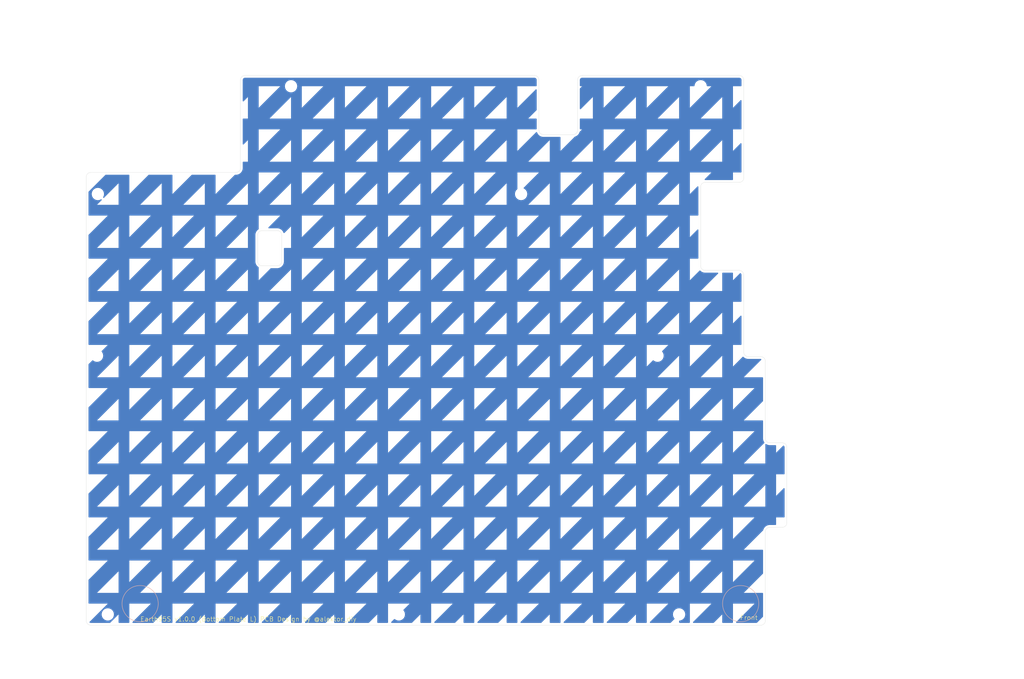
<source format=kicad_pcb>
(kicad_pcb (version 20240108) (generator "pcbnew") (generator_version "8.0")
  (layers (0 "F.Cu" signal) (31 "B.Cu" signal) (34 "B.Paste" user) (35 "F.Paste" user) (36 "B.SilkS" user "B.Silkscreen") (37 "F.SilkS" user "F.Silkscreen") (38 "B.Mask" user) (39 "F.Mask" user) (44 "Edge.Cuts" user))
  (net 0 "")
  (footprint "kbd_Hole:m2_Screw_Hole" (layer "F.Cu") (at 147.6375 83.34375)
    (property "Reference" "Ref**" (hide yes))
    (property "Value" "Val**" (hide yes))
    (pad "" np_thru_hole circle (at 0 0) (size 2.2 2.2) (drill 2.2) (layers "*.Cu" "*.Mask"))
  )
  (footprint "kbd_Hole:m2_Screw_Hole" (layer "F.Cu") (at 26.19375 140.49375)
    (property "Reference" "Ref**" (hide yes))
    (property "Value" "Val**" (hide yes))
    (pad "" np_thru_hole circle (at 0 0) (size 2.2 2.2) (drill 2.2) (layers "F&B.Cu" "*.Mask"))
  )
  (footprint "kbd_Hole:m2_Screw_Hole" (layer "F.Cu") (at 157.1625 23.8125)
    (property "Reference" "Ref**" (hide yes))
    (property "Value" "Val**" (hide yes))
    (pad "" np_thru_hole circle (at 0 0) (size 2.2 2.2) (drill 2.2) (layers "F&B.Cu" "*.Mask"))
  )
  (footprint "kbd_Hole:m2_Screw_Hole" (layer "F.Cu") (at 24 47.625)
    (property "Reference" "Ref**" (hide yes))
    (property "Value" "Val**" (hide yes))
    (pad "" np_thru_hole circle (at 0 0) (size 2.2 2.2) (drill 2.2) (layers "F&B.Cu" "*.Mask"))
  )
  (footprint "kbd_Hole:m2_Screw_Hole" (layer "F.Cu") (at 90.4875 140.49375)
    (property "Reference" "Ref**" (hide yes))
    (property "Value" "Val**" (hide yes))
    (pad "" np_thru_hole circle (at 0 0) (size 2.2 2.2) (drill 2.2) (layers "F&B.Cu" "*.Mask"))
  )
  (footprint "kbd_Hole:m2_Screw_Hole" (layer "F.Cu") (at 152.4 140.49375)
    (property "Reference" "Ref**" (hide yes))
    (property "Value" "Val**" (hide yes))
    (pad "" np_thru_hole circle (at 0 0) (size 2.2 2.2) (drill 2.2) (layers "F&B.Cu" "*.Mask"))
  )
  (footprint "kbd_Hole:m2_Screw_Hole" (layer "F.Cu") (at 117.5 47.625)
    (property "Reference" "Ref**" (hide yes))
    (property "Value" "Val**" (hide yes))
    (pad "" np_thru_hole circle (at 0 0) (size 2.2 2.2) (drill 2.2) (layers "F&B.Cu" "*.Mask"))
  )
  (footprint "kbd_Hole:m2_Screw_Hole" (layer "F.Cu") (at 66.675 23.8125)
    (property "Reference" "Ref**" (hide yes))
    (property "Value" "Val**" (hide yes))
    (pad "" np_thru_hole circle (at 0 0) (size 2.2 2.2) (drill 2.2) (layers "F&B.Cu" "*.Mask"))
  )
  (footprint "kbd_Hole:m2_Screw_Hole" (layer "F.Cu") (at 23.8125 83.34375)
    (property "Reference" "Ref**" (hide yes))
    (property "Value" "Val**" (hide yes))
    (pad "" np_thru_hole circle (at 0 0) (size 2.2 2.2) (drill 2.2) (layers "F&B.Cu" "*.Mask"))
  )
  (gr_circle (center 33.3375 138.1125) (end 33.3375 142.1125) (stroke (width 0.1)) (fill none) (layer "B.SilkS"))
  (gr_circle (center 166 138.1125) (end 170 138.1125) (stroke (width 0.1)) (fill none) (layer "B.SilkS"))
  (gr_line (start 55.5 41.8625) (end 55.5 22.43125) (stroke (width 0.05)) (layer "Edge.Cuts"))
  (gr_arc (start 64.6 62.5) (mid 64.307107 63.207107) (end 63.6 63.5) (stroke (width 0.05)) (layer "Edge.Cuts"))
  (gr_line (start 121.44375 22.43125) (end 121.44375 33.5) (stroke (width 0.05)) (layer "Edge.Cuts"))
  (gr_line (start 176.2125 120.24375) (end 176.2125 103.59375) (stroke (width 0.05)) (layer "Edge.Cuts"))
  (gr_arc (start 171.45 122.24375) (mid 171.742893 121.536643) (end 172.45 121.24375) (stroke (width 0.05)) (layer "Edge.Cuts"))
  (gr_arc (start 158.1625 64.49375) (mid 157.455393 64.200857) (end 157.1625 63.49375) (stroke (width 0.05)) (layer "Edge.Cuts"))
  (gr_arc (start 55.5 41.8625) (mid 55.207107 42.569607) (end 54.5 42.8625) (stroke (width 0.05)) (layer "Edge.Cuts"))
  (gr_arc (start 129.96875 33.5) (mid 129.675857 34.207107) (end 128.96875 34.5) (stroke (width 0.05)) (layer "Edge.Cuts"))
  (gr_line (start 59.3 56.7) (end 59.3 62.5) (stroke (width 0.05)) (layer "Edge.Cuts"))
  (gr_line (start 165.6875 64.49375) (end 158.1625 64.49375) (stroke (width 0.05)) (layer "Edge.Cuts"))
  (gr_line (start 166.6875 82.54375) (end 166.6875 65.49375) (stroke (width 0.05)) (layer "Edge.Cuts"))
  (gr_arc (start 170.45 83.54375) (mid 171.157107 83.836643) (end 171.45 84.54375) (stroke (width 0.05)) (layer "Edge.Cuts"))
  (gr_line (start 129.96875 33.5) (end 129.96875 22.43125) (stroke (width 0.05)) (layer "Edge.Cuts"))
  (gr_line (start 166.6875 44.04375) (end 166.6875 22.43125) (stroke (width 0.05)) (layer "Edge.Cuts"))
  (gr_line (start 64.6 56.7) (end 64.6 62.5) (stroke (width 0.05)) (layer "Edge.Cuts"))
  (gr_arc (start 63.6 55.7) (mid 64.307107 55.992893) (end 64.6 56.7) (stroke (width 0.05)) (layer "Edge.Cuts"))
  (gr_arc (start 60.3 63.5) (mid 59.592893 63.207107) (end 59.3 62.5) (stroke (width 0.05)) (layer "Edge.Cuts"))
  (gr_line (start 122.44375 34.5) (end 128.96875 34.5) (stroke (width 0.05)) (layer "Edge.Cuts"))
  (gr_line (start 22.43125 42.8625) (end 54.5 42.8625) (stroke (width 0.05)) (layer "Edge.Cuts"))
  (gr_line (start 130.96875 21.43125) (end 165.6875 21.43125) (stroke (width 0.05)) (layer "Edge.Cuts"))
  (gr_arc (start 122.44375 34.5) (mid 121.736643 34.207107) (end 121.44375 33.5) (stroke (width 0.05)) (layer "Edge.Cuts"))
  (gr_arc (start 165.6875 21.43125) (mid 166.394607 21.724143) (end 166.6875 22.43125) (stroke (width 0.05)) (layer "Edge.Cuts"))
  (gr_line (start 70.075 21.43125) (end 56.5 21.43125) (stroke (width 0.05)) (layer "Edge.Cuts"))
  (gr_arc (start 59.3 56.7) (mid 59.592893 55.992893) (end 60.3 55.7) (stroke (width 0.05)) (layer "Edge.Cuts"))
  (gr_line (start 170.45 83.54375) (end 167.6875 83.54375) (stroke (width 0.05)) (layer "Edge.Cuts"))
  (gr_arc (start 167.6875 83.54375) (mid 166.980393 83.250857) (end 166.6875 82.54375) (stroke (width 0.05)) (layer "Edge.Cuts"))
  (gr_line (start 171.45 101.59375) (end 171.45 84.54375) (stroke (width 0.05)) (layer "Edge.Cuts"))
  (gr_arc (start 175.2125 102.59375) (mid 175.919607 102.886643) (end 176.2125 103.59375) (stroke (width 0.05)) (layer "Edge.Cuts"))
  (gr_line (start 22.79375 142.875) (end 22.43125 142.875) (stroke (width 0.05)) (layer "Edge.Cuts"))
  (gr_arc (start 22.43125 142.875) (mid 21.724143 142.582107) (end 21.43125 141.875) (stroke (width 0.05)) (layer "Edge.Cuts"))
  (gr_arc (start 21.43125 43.8625) (mid 21.724143 43.155393) (end 22.43125 42.8625) (stroke (width 0.05)) (layer "Edge.Cuts"))
  (gr_arc (start 171.45 141.875) (mid 171.157107 142.582107) (end 170.45 142.875) (stroke (width 0.05)) (layer "Edge.Cuts"))
  (gr_line (start 60.3 55.7) (end 63.6 55.7) (stroke (width 0.05)) (layer "Edge.Cuts"))
  (gr_arc (start 176.2125 120.24375) (mid 175.919607 120.950857) (end 175.2125 121.24375) (stroke (width 0.05)) (layer "Edge.Cuts"))
  (gr_arc (start 120.44375 21.43125) (mid 121.150857 21.724143) (end 121.44375 22.43125) (stroke (width 0.05)) (layer "Edge.Cuts"))
  (gr_arc (start 165.6875 64.49375) (mid 166.394607 64.786643) (end 166.6875 65.49375) (stroke (width 0.05)) (layer "Edge.Cuts"))
  (gr_line (start 171.45 141.875) (end 171.45 122.24375) (stroke (width 0.05)) (layer "Edge.Cuts"))
  (gr_line (start 21.43125 43.8625) (end 21.43125 141.875) (stroke (width 0.05)) (layer "Edge.Cuts"))
  (gr_arc (start 129.96875 22.43125) (mid 130.261643 21.724143) (end 130.96875 21.43125) (stroke (width 0.05)) (layer "Edge.Cuts"))
  (gr_line (start 120.44375 21.43125) (end 70.075 21.43125) (stroke (width 0.05)) (layer "Edge.Cuts"))
  (gr_arc (start 55.5 22.43125) (mid 55.792893 21.724143) (end 56.5 21.43125) (stroke (width 0.05)) (layer "Edge.Cuts"))
  (gr_line (start 63.6 63.5) (end 60.3 63.5) (stroke (width 0.05)) (layer "Edge.Cuts"))
  (gr_arc (start 157.1625 46.04375) (mid 157.455393 45.336643) (end 158.1625 45.04375) (stroke (width 0.05)) (layer "Edge.Cuts"))
  (gr_line (start 157.1625 63.49375) (end 157.1625 46.04375) (stroke (width 0.05)) (layer "Edge.Cuts"))
  (gr_line (start 175.2125 102.59375) (end 172.45 102.59375) (stroke (width 0.05)) (layer "Edge.Cuts"))
  (gr_arc (start 166.6875 44.04375) (mid 166.394607 44.750857) (end 165.6875 45.04375) (stroke (width 0.05)) (layer "Edge.Cuts"))
  (gr_arc (start 172.45 102.59375) (mid 171.742893 102.300857) (end 171.45 101.59375) (stroke (width 0.05)) (layer "Edge.Cuts"))
  (gr_line (start 172.45 121.24375) (end 175.2125 121.24375) (stroke (width 0.05)) (layer "Edge.Cuts"))
  (gr_line (start 158.1625 45.04375) (end 165.6875 45.04375) (stroke (width 0.05)) (layer "Edge.Cuts"))
  (gr_line (start 22.79375 142.875) (end 170.45 142.875) (stroke (width 0.05)) (layer "Edge.Cuts"))
  (gr_text "Earth95S v1.0.0 (Bottom Plate L) PCB Design by @alektor_diy" (at 33.3375 142.1125 0) (layer "F.SilkS") (effects (font (size 1 1) (thickness 0.1)) (justify left bottom)))
  (gr_text "Front" (at 165.826422 141.79068 0) (layer "F.SilkS") (effects (font (size 1 1) (thickness 0.1)) (justify left bottom)))
  (zone (net 0) (net_name "") (layer "B.Cu") (connect_pads (clearance 0)) (min_thickness 0.25)
    (keepout (tracks allowed) (vias allowed) (pads allowed) (copperpour not_allowed) (footprints allowed))
    (fill (thermal_gap 0.5) (thermal_bridge_width 0.5))
    (polygon (pts (xy 90.4875 116.68125) (xy 95.25 111.91875) (xy 95.25 116.68125)))
  )
  (zone (net 0) (net_name "") (layer "B.Cu") (connect_pads (clearance 0)) (min_thickness 0.25)
    (keepout (tracks allowed) (vias allowed) (pads allowed) (copperpour not_allowed) (footprints allowed))
    (fill (thermal_gap 0.5) (thermal_bridge_width 0.5))
    (polygon (pts (xy 157.1625 126.20625) (xy 161.925 121.44375) (xy 161.925 126.20625)))
  )
  (zone (net 0) (net_name "") (layer "B.Cu") (connect_pads (clearance 0)) (min_thickness 0.25)
    (keepout (tracks allowed) (vias allowed) (pads allowed) (copperpour not_allowed) (footprints allowed))
    (fill (thermal_gap 0.5) (thermal_bridge_width 0.5))
    (polygon (pts (xy 221.45625 100.0125) (xy 221.45625 104.775) (xy 226.21875 100.0125)))
  )
  (zone (net 0) (net_name "") (layer "B.Cu") (connect_pads (clearance 0)) (min_thickness 0.25)
    (keepout (tracks allowed) (vias allowed) (pads allowed) (copperpour not_allowed) (footprints allowed))
    (fill (thermal_gap 0.5) (thermal_bridge_width 0.5))
    (polygon (pts (xy 107.15625 147.6375) (xy 107.15625 152.4) (xy 111.91875 147.6375)))
  )
  (zone (net 0) (net_name "") (layer "B.Cu") (connect_pads (clearance 0)) (min_thickness 0.25)
    (keepout (tracks allowed) (vias allowed) (pads allowed) (copperpour not_allowed) (footprints allowed))
    (fill (thermal_gap 0.5) (thermal_bridge_width 0.5))
    (polygon (pts (xy 14.2875 69.05625) (xy 19.05 64.29375) (xy 19.05 69.05625)))
  )
  (zone (net 0) (net_name "") (layer "B.Cu") (connect_pads (clearance 0)) (min_thickness 0.25)
    (keepout (tracks allowed) (vias allowed) (pads allowed) (copperpour not_allowed) (footprints allowed))
    (fill (thermal_gap 0.5) (thermal_bridge_width 0.5))
    (polygon (pts (xy 223.8375 21.43125) (xy 228.6 16.66875) (xy 228.6 21.43125)))
  )
  (zone (net 0) (net_name "") (layer "B.Cu") (connect_pads (clearance 0)) (min_thickness 0.25)
    (keepout (tracks allowed) (vias allowed) (pads allowed) (copperpour not_allowed) (footprints allowed))
    (fill (thermal_gap 0.5) (thermal_bridge_width 0.5))
    (polygon (pts (xy 90.4875 126.20625) (xy 95.25 121.44375) (xy 95.25 126.20625)))
  )
  (zone (net 0) (net_name "") (layer "B.Cu") (connect_pads (clearance 0)) (min_thickness 0.25)
    (keepout (tracks allowed) (vias allowed) (pads allowed) (copperpour not_allowed) (footprints allowed))
    (fill (thermal_gap 0.5) (thermal_bridge_width 0.5))
    (polygon (pts (xy 221.45625 61.9125) (xy 221.45625 66.675) (xy 226.21875 61.9125)))
  )
  (zone (net 0) (net_name "") (layer "B.Cu") (connect_pads (clearance 0)) (min_thickness 0.25)
    (keepout (tracks allowed) (vias allowed) (pads allowed) (copperpour not_allowed) (footprints allowed))
    (fill (thermal_gap 0.5) (thermal_bridge_width 0.5))
    (polygon (pts (xy 50.00625 119.0625) (xy 50.00625 123.825) (xy 54.76875 119.0625)))
  )
  (zone (net 0) (net_name "") (layer "B.Cu") (connect_pads (clearance 0)) (min_thickness 0.25)
    (keepout (tracks allowed) (vias allowed) (pads allowed) (copperpour not_allowed) (footprints allowed))
    (fill (thermal_gap 0.5) (thermal_bridge_width 0.5))
    (polygon (pts (xy 61.9125 154.78125) (xy 66.675 150.01875) (xy 66.675 154.78125)))
  )
  (zone (net 0) (net_name "") (layer "B.Cu") (connect_pads (clearance 0)) (min_thickness 0.25)
    (keepout (tracks allowed) (vias allowed) (pads allowed) (copperpour not_allowed) (footprints allowed))
    (fill (thermal_gap 0.5) (thermal_bridge_width 0.5))
    (polygon (pts (xy 30.95625 4.7625) (xy 30.95625 9.525) (xy 35.71875 4.7625)))
  )
  (zone (net 0) (net_name "") (layer "B.Cu") (connect_pads (clearance 0)) (min_thickness 0.25)
    (keepout (tracks allowed) (vias allowed) (pads allowed) (copperpour not_allowed) (footprints allowed))
    (fill (thermal_gap 0.5) (thermal_bridge_width 0.5))
    (polygon (pts (xy 211.93125 100.0125) (xy 211.93125 104.775) (xy 216.69375 100.0125)))
  )
  (zone (net 0) (net_name "") (layer "B.Cu") (connect_pads (clearance 0)) (min_thickness 0.25)
    (keepout (tracks allowed) (vias allowed) (pads allowed) (copperpour not_allowed) (footprints allowed))
    (fill (thermal_gap 0.5) (thermal_bridge_width 0.5))
    (polygon (pts (xy 78.58125 119.0625) (xy 78.58125 123.825) (xy 83.34375 119.0625)))
  )
  (zone (net 0) (net_name "") (layer "B.Cu") (connect_pads (clearance 0)) (min_thickness 0.25)
    (keepout (tracks allowed) (vias allowed) (pads allowed) (copperpour not_allowed) (footprints allowed))
    (fill (thermal_gap 0.5) (thermal_bridge_width 0.5))
    (polygon (pts (xy 119.0625 154.78125) (xy 123.825 150.01875) (xy 123.825 154.78125)))
  )
  (zone (net 0) (net_name "") (layer "B.Cu") (connect_pads (clearance 0)) (min_thickness 0.25)
    (keepout (tracks allowed) (vias allowed) (pads allowed) (copperpour not_allowed) (footprints allowed))
    (fill (thermal_gap 0.5) (thermal_bridge_width 0.5))
    (polygon (pts (xy 107.15625 61.9125) (xy 107.15625 66.675) (xy 111.91875 61.9125)))
  )
  (zone (net 0) (net_name "") (layer "B.Cu") (connect_pads (clearance 0)) (min_thickness 0.25)
    (keepout (tracks allowed) (vias allowed) (pads allowed) (copperpour not_allowed) (footprints allowed))
    (fill (thermal_gap 0.5) (thermal_bridge_width 0.5))
    (polygon (pts (xy 23.8125 126.20625) (xy 28.575 121.44375) (xy 28.575 126.20625)))
  )
  (zone (net 0) (net_name "") (layer "B.Cu") (connect_pads (clearance 0)) (min_thickness 0.25)
    (keepout (tracks allowed) (vias allowed) (pads allowed) (copperpour not_allowed) (footprints allowed))
    (fill (thermal_gap 0.5) (thermal_bridge_width 0.5))
    (polygon (pts (xy 2.38125 128.5875) (xy 2.38125 133.35) (xy 7.14375 128.5875)))
  )
  (zone (net 0) (net_name "") (layer "B.Cu") (connect_pads (clearance 0)) (min_thickness 0.25)
    (keepout (tracks allowed) (vias allowed) (pads allowed) (copperpour not_allowed) (footprints allowed))
    (fill (thermal_gap 0.5) (thermal_bridge_width 0.5))
    (polygon (pts (xy 61.9125 50.00625) (xy 66.675 45.24375) (xy 66.675 50.00625)))
  )
  (zone (net 0) (net_name "") (layer "B.Cu") (connect_pads (clearance 0)) (min_thickness 0.25)
    (keepout (tracks allowed) (vias allowed) (pads allowed) (copperpour not_allowed) (footprints allowed))
    (fill (thermal_gap 0.5) (thermal_bridge_width 0.5))
    (polygon (pts (xy 223.8375 116.68125) (xy 228.6 111.91875) (xy 228.6 116.68125)))
  )
  (zone (net 0) (net_name "") (layer "B.Cu") (connect_pads (clearance 0)) (min_thickness 0.25)
    (keepout (tracks allowed) (vias allowed) (pads allowed) (copperpour not_allowed) (footprints allowed))
    (fill (thermal_gap 0.5) (thermal_bridge_width 0.5))
    (polygon (pts (xy 69.05625 42.8625) (xy 69.05625 47.625) (xy 73.81875 42.8625)))
  )
  (zone (net 0) (net_name "") (layer "B.Cu") (connect_pads (clearance 0)) (min_thickness 0.25)
    (keepout (tracks allowed) (vias allowed) (pads allowed) (copperpour not_allowed) (footprints allowed))
    (fill (thermal_gap 0.5) (thermal_bridge_width 0.5))
    (polygon (pts (xy 23.8125 59.53125) (xy 28.575 54.76875) (xy 28.575 59.53125)))
  )
  (zone (net 0) (net_name "") (layer "B.Cu") (connect_pads (clearance 0)) (min_thickness 0.25)
    (keepout (tracks allowed) (vias allowed) (pads allowed) (copperpour not_allowed) (footprints allowed))
    (fill (thermal_gap 0.5) (thermal_bridge_width 0.5))
    (polygon (pts (xy 145.25625 100.0125) (xy 145.25625 104.775) (xy 150.01875 100.0125)))
  )
  (zone (net 0) (net_name "") (layer "B.Cu") (connect_pads (clearance 0)) (min_thickness 0.25)
    (keepout (tracks allowed) (vias allowed) (pads allowed) (copperpour not_allowed) (footprints allowed))
    (fill (thermal_gap 0.5) (thermal_bridge_width 0.5))
    (polygon (pts (xy 185.7375 107.15625) (xy 190.5 102.39375) (xy 190.5 107.15625)))
  )
  (zone (net 0) (net_name "") (layer "B.Cu") (connect_pads (clearance 0)) (min_thickness 0.25)
    (keepout (tracks allowed) (vias allowed) (pads allowed) (copperpour not_allowed) (footprints allowed))
    (fill (thermal_gap 0.5) (thermal_bridge_width 0.5))
    (polygon (pts (xy 183.35625 42.8625) (xy 183.35625 47.625) (xy 188.11875 42.8625)))
  )
  (zone (net 0) (net_name "") (layer "B.Cu") (connect_pads (clearance 0)) (min_thickness 0.25)
    (keepout (tracks allowed) (vias allowed) (pads allowed) (copperpour not_allowed) (footprints allowed))
    (fill (thermal_gap 0.5) (thermal_bridge_width 0.5))
    (polygon (pts (xy 14.2875 11.90625) (xy 19.05 7.14375) (xy 19.05 11.90625)))
  )
  (zone (net 0) (net_name "") (layer "B.Cu") (connect_pads (clearance 0)) (min_thickness 0.25)
    (keepout (tracks allowed) (vias allowed) (pads allowed) (copperpour not_allowed) (footprints allowed))
    (fill (thermal_gap 0.5) (thermal_bridge_width 0.5))
    (polygon (pts (xy 166.6875 50.00625) (xy 171.45 45.24375) (xy 171.45 50.00625)))
  )
  (zone (net 0) (net_name "") (layer "B.Cu") (connect_pads (clearance 0)) (min_thickness 0.25)
    (keepout (tracks allowed) (vias allowed) (pads allowed) (copperpour not_allowed) (footprints allowed))
    (fill (thermal_gap 0.5) (thermal_bridge_width 0.5))
    (polygon (pts (xy 30.95625 42.8625) (xy 30.95625 47.625) (xy 35.71875 42.8625)))
  )
  (zone (net 0) (net_name "") (layer "B.Cu") (connect_pads (clearance 0)) (min_thickness 0.25)
    (keepout (tracks allowed) (vias allowed) (pads allowed) (copperpour not_allowed) (footprints allowed))
    (fill (thermal_gap 0.5) (thermal_bridge_width 0.5))
    (polygon (pts (xy 176.2125 116.68125) (xy 180.975 111.91875) (xy 180.975 116.68125)))
  )
  (zone (net 0) (net_name "") (layer "B.Cu") (connect_pads (clearance 0)) (min_thickness 0.25)
    (keepout (tracks allowed) (vias allowed) (pads allowed) (copperpour not_allowed) (footprints allowed))
    (fill (thermal_gap 0.5) (thermal_bridge_width 0.5))
    (polygon (pts (xy 173.83125 14.2875) (xy 173.83125 19.05) (xy 178.59375 14.2875)))
  )
  (zone (net 0) (net_name "") (layer "B.Cu") (connect_pads (clearance 0)) (min_thickness 0.25)
    (keepout (tracks allowed) (vias allowed) (pads allowed) (copperpour not_allowed) (footprints allowed))
    (fill (thermal_gap 0.5) (thermal_bridge_width 0.5))
    (polygon (pts (xy 147.6375 135.73125) (xy 152.4 130.96875) (xy 152.4 135.73125)))
  )
  (zone (net 0) (net_name "") (layer "B.Cu") (connect_pads (clearance 0)) (min_thickness 0.25)
    (keepout (tracks allowed) (vias allowed) (pads allowed) (copperpour not_allowed) (footprints allowed))
    (fill (thermal_gap 0.5) (thermal_bridge_width 0.5))
    (polygon (pts (xy 80.9625 40.48125) (xy 85.725 35.71875) (xy 85.725 40.48125)))
  )
  (zone (net 0) (net_name "") (layer "B.Cu") (connect_pads (clearance 0)) (min_thickness 0.25)
    (keepout (tracks allowed) (vias allowed) (pads allowed) (copperpour not_allowed) (footprints allowed))
    (fill (thermal_gap 0.5) (thermal_bridge_width 0.5))
    (polygon (pts (xy 166.6875 11.90625) (xy 171.45 7.14375) (xy 171.45 11.90625)))
  )
  (zone (net 0) (net_name "") (layer "B.Cu") (connect_pads (clearance 0)) (min_thickness 0.25)
    (keepout (tracks allowed) (vias allowed) (pads allowed) (copperpour not_allowed) (footprints allowed))
    (fill (thermal_gap 0.5) (thermal_bridge_width 0.5))
    (polygon (pts (xy 147.6375 30.95625) (xy 152.4 26.19375) (xy 152.4 30.95625)))
  )
  (zone (net 0) (net_name "") (layer "B.Cu") (connect_pads (clearance 0)) (min_thickness 0.25)
    (keepout (tracks allowed) (vias allowed) (pads allowed) (copperpour not_allowed) (footprints allowed))
    (fill (thermal_gap 0.5) (thermal_bridge_width 0.5))
    (polygon (pts (xy 128.5875 21.43125) (xy 133.35 16.66875) (xy 133.35 21.43125)))
  )
  (zone (net 0) (net_name "") (layer "B.Cu") (connect_pads (clearance 0)) (min_thickness 0.25)
    (keepout (tracks allowed) (vias allowed) (pads allowed) (copperpour not_allowed) (footprints allowed))
    (fill (thermal_gap 0.5) (thermal_bridge_width 0.5))
    (polygon (pts (xy 166.6875 59.53125) (xy 171.45 54.76875) (xy 171.45 59.53125)))
  )
  (zone (net 0) (net_name "") (layer "B.Cu") (connect_pads (clearance 0)) (min_thickness 0.25)
    (keepout (tracks allowed) (vias allowed) (pads allowed) (copperpour not_allowed) (footprints allowed))
    (fill (thermal_gap 0.5) (thermal_bridge_width 0.5))
    (polygon (pts (xy 221.45625 33.3375) (xy 221.45625 38.1) (xy 226.21875 33.3375)))
  )
  (zone (net 0) (net_name "") (layer "B.Cu") (connect_pads (clearance 0)) (min_thickness 0.25)
    (keepout (tracks allowed) (vias allowed) (pads allowed) (copperpour not_allowed) (footprints allowed))
    (fill (thermal_gap 0.5) (thermal_bridge_width 0.5))
    (polygon (pts (xy 109.5375 116.68125) (xy 114.3 111.91875) (xy 114.3 116.68125)))
  )
  (zone (net 0) (net_name "") (layer "B.Cu") (connect_pads (clearance 0)) (min_thickness 0.25)
    (keepout (tracks allowed) (vias allowed) (pads allowed) (copperpour not_allowed) (footprints allowed))
    (fill (thermal_gap 0.5) (thermal_bridge_width 0.5))
    (polygon (pts (xy 166.6875 69.05625) (xy 171.45 64.29375) (xy 171.45 69.05625)))
  )
  (zone (net 0) (net_name "") (layer "B.Cu") (connect_pads (clearance 0)) (min_thickness 0.25)
    (keepout (tracks allowed) (vias allowed) (pads allowed) (copperpour not_allowed) (footprints allowed))
    (fill (thermal_gap 0.5) (thermal_bridge_width 0.5))
    (polygon (pts (xy 11.90625 119.0625) (xy 11.90625 123.825) (xy 16.66875 119.0625)))
  )
  (zone (net 0) (net_name "") (layer "B.Cu") (connect_pads (clearance 0)) (min_thickness 0.25)
    (keepout (tracks allowed) (vias allowed) (pads allowed) (copperpour not_allowed) (footprints allowed))
    (fill (thermal_gap 0.5) (thermal_bridge_width 0.5))
    (polygon (pts (xy 119.0625 78.58125) (xy 123.825 73.81875) (xy 123.825 78.58125)))
  )
  (zone (net 0) (net_name "") (layer "B.Cu") (connect_pads (clearance 0)) (min_thickness 0.25)
    (keepout (tracks allowed) (vias allowed) (pads allowed) (copperpour not_allowed) (footprints allowed))
    (fill (thermal_gap 0.5) (thermal_bridge_width 0.5))
    (polygon (pts (xy 173.83125 42.8625) (xy 173.83125 47.625) (xy 178.59375 42.8625)))
  )
  (zone (net 0) (net_name "") (layer "B.Cu") (connect_pads (clearance 0)) (min_thickness 0.25)
    (keepout (tracks allowed) (vias allowed) (pads allowed) (copperpour not_allowed) (footprints allowed))
    (fill (thermal_gap 0.5) (thermal_bridge_width 0.5))
    (polygon (pts (xy 126.20625 14.2875) (xy 126.20625 19.05) (xy 130.96875 14.2875)))
  )
  (zone (net 0) (net_name "") (layer "B.Cu") (connect_pads (clearance 0)) (min_thickness 0.25)
    (keepout (tracks allowed) (vias allowed) (pads allowed) (copperpour not_allowed) (footprints allowed))
    (fill (thermal_gap 0.5) (thermal_bridge_width 0.5))
    (polygon (pts (xy 52.3875 50.00625) (xy 57.15 45.24375) (xy 57.15 50.00625)))
  )
  (zone (net 0) (net_name "") (layer "B.Cu") (connect_pads (clearance 0)) (min_thickness 0.25)
    (keepout (tracks allowed) (vias allowed) (pads allowed) (copperpour not_allowed) (footprints allowed))
    (fill (thermal_gap 0.5) (thermal_bridge_width 0.5))
    (polygon (pts (xy 116.68125 33.3375) (xy 116.68125 38.1) (xy 121.44375 33.3375)))
  )
  (zone (net 0) (net_name "") (layer "B.Cu") (connect_pads (clearance 0)) (min_thickness 0.25)
    (keepout (tracks allowed) (vias allowed) (pads allowed) (copperpour not_allowed) (footprints allowed))
    (fill (thermal_gap 0.5) (thermal_bridge_width 0.5))
    (polygon (pts (xy 21.43125 80.9625) (xy 21.43125 85.725) (xy 26.19375 80.9625)))
  )
  (zone (net 0) (net_name "") (layer "B.Cu") (connect_pads (clearance 0)) (min_thickness 0.25)
    (keepout (tracks allowed) (vias allowed) (pads allowed) (copperpour not_allowed) (footprints allowed))
    (fill (thermal_gap 0.5) (thermal_bridge_width 0.5))
    (polygon (pts (xy 221.45625 4.7625) (xy 221.45625 9.525) (xy 226.21875 4.7625)))
  )
  (zone (net 0) (net_name "") (layer "B.Cu") (connect_pads (clearance 0)) (min_thickness 0.25)
    (keepout (tracks allowed) (vias allowed) (pads allowed) (copperpour not_allowed) (footprints allowed))
    (fill (thermal_gap 0.5) (thermal_bridge_width 0.5))
    (polygon (pts (xy 97.63125 71.4375) (xy 97.63125 76.2) (xy 102.39375 71.4375)))
  )
  (zone (net 0) (net_name "") (layer "B.Cu") (connect_pads (clearance 0)) (min_thickness 0.25)
    (keepout (tracks allowed) (vias allowed) (pads allowed) (copperpour not_allowed) (footprints allowed))
    (fill (thermal_gap 0.5) (thermal_bridge_width 0.5))
    (polygon (pts (xy 71.4375 154.78125) (xy 76.2 150.01875) (xy 76.2 154.78125)))
  )
  (zone (net 0) (net_name "") (layer "B.Cu") (connect_pads (clearance 0)) (min_thickness 0.25)
    (keepout (tracks allowed) (vias allowed) (pads allowed) (copperpour not_allowed) (footprints allowed))
    (fill (thermal_gap 0.5) (thermal_bridge_width 0.5))
    (polygon (pts (xy 183.35625 138.1125) (xy 183.35625 142.875) (xy 188.11875 138.1125)))
  )
  (zone (net 0) (net_name "") (layer "B.Cu") (connect_pads (clearance 0)) (min_thickness 0.25)
    (keepout (tracks allowed) (vias allowed) (pads allowed) (copperpour not_allowed) (footprints allowed))
    (fill (thermal_gap 0.5) (thermal_bridge_width 0.5))
    (polygon (pts (xy 11.90625 4.7625) (xy 11.90625 9.525) (xy 16.66875 4.7625)))
  )
  (zone (net 0) (net_name "") (layer "B.Cu") (connect_pads (clearance 0)) (min_thickness 0.25)
    (keepout (tracks allowed) (vias allowed) (pads allowed) (copperpour not_allowed) (footprints allowed))
    (fill (thermal_gap 0.5) (thermal_bridge_width 0.5))
    (polygon (pts (xy 69.05625 14.2875) (xy 69.05625 19.05) (xy 73.81875 14.2875)))
  )
  (zone (net 0) (net_name "") (layer "B.Cu") (connect_pads (clearance 0)) (min_thickness 0.25)
    (keepout (tracks allowed) (vias allowed) (pads allowed) (copperpour not_allowed) (footprints allowed))
    (fill (thermal_gap 0.5) (thermal_bridge_width 0.5))
    (polygon (pts (xy 126.20625 52.3875) (xy 126.20625 57.15) (xy 130.96875 52.3875)))
  )
  (zone (net 0) (net_name "") (layer "B.Cu") (connect_pads (clearance 0)) (min_thickness 0.25)
    (keepout (tracks allowed) (vias allowed) (pads allowed) (copperpour not_allowed) (footprints allowed))
    (fill (thermal_gap 0.5) (thermal_bridge_width 0.5))
    (polygon (pts (xy 202.40625 147.6375) (xy 202.40625 152.4) (xy 207.16875 147.6375)))
  )
  (zone (net 0) (net_name "") (layer "B.Cu") (connect_pads (clearance 0)) (min_thickness 0.25)
    (keepout (tracks allowed) (vias allowed) (pads allowed) (copperpour not_allowed) (footprints allowed))
    (fill (thermal_gap 0.5) (thermal_bridge_width 0.5))
    (polygon (pts (xy 211.93125 71.4375) (xy 211.93125 76.2) (xy 216.69375 71.4375)))
  )
  (zone (net 0) (net_name "") (layer "B.Cu") (connect_pads (clearance 0)) (min_thickness 0.25)
    (keepout (tracks allowed) (vias allowed) (pads allowed) (copperpour not_allowed) (footprints allowed))
    (fill (thermal_gap 0.5) (thermal_bridge_width 0.5))
    (polygon (pts (xy 195.2625 116.68125) (xy 200.025 111.91875) (xy 200.025 116.68125)))
  )
  (zone (net 0) (net_name "") (layer "B.Cu") (connect_pads (clearance 0)) (min_thickness 0.25)
    (keepout (tracks allowed) (vias allowed) (pads allowed) (copperpour not_allowed) (footprints allowed))
    (fill (thermal_gap 0.5) (thermal_bridge_width 0.5))
    (polygon (pts (xy 14.2875 59.53125) (xy 19.05 54.76875) (xy 19.05 59.53125)))
  )
  (zone (net 0) (net_name "") (layer "B.Cu") (connect_pads (clearance 0)) (min_thickness 0.25)
    (keepout (tracks allowed) (vias allowed) (pads allowed) (copperpour not_allowed) (footprints allowed))
    (fill (thermal_gap 0.5) (thermal_bridge_width 0.5))
    (polygon (pts (xy 11.90625 147.6375) (xy 11.90625 152.4) (xy 16.66875 147.6375)))
  )
  (zone (net 0) (net_name "") (layer "B.Cu") (connect_pads (clearance 0)) (min_thickness 0.25)
    (keepout (tracks allowed) (vias allowed) (pads allowed) (copperpour not_allowed) (footprints allowed))
    (fill (thermal_gap 0.5) (thermal_bridge_width 0.5))
    (polygon (pts (xy 30.95625 33.3375) (xy 30.95625 38.1) (xy 35.71875 33.3375)))
  )
  (zone (net 0) (net_name "") (layer "B.Cu") (connect_pads (clearance 0)) (min_thickness 0.25)
    (keepout (tracks allowed) (vias allowed) (pads allowed) (copperpour not_allowed) (footprints allowed))
    (fill (thermal_gap 0.5) (thermal_bridge_width 0.5))
    (polygon (pts (xy 183.35625 71.4375) (xy 183.35625 76.2) (xy 188.11875 71.4375)))
  )
  (zone (net 0) (net_name "") (layer "B.Cu") (connect_pads (clearance 0)) (min_thickness 0.25)
    (keepout (tracks allowed) (vias allowed) (pads allowed) (copperpour not_allowed) (footprints allowed))
    (fill (thermal_gap 0.5) (thermal_bridge_width 0.5))
    (polygon (pts (xy 4.7625 126.20625) (xy 9.525 121.44375) (xy 9.525 126.20625)))
  )
  (zone (net 0) (net_name "") (layer "B.Cu") (connect_pads (clearance 0)) (min_thickness 0.25)
    (keepout (tracks allowed) (vias allowed) (pads allowed) (copperpour not_allowed) (footprints allowed))
    (fill (thermal_gap 0.5) (thermal_bridge_width 0.5))
    (polygon (pts (xy 88.10625 90.4875) (xy 88.10625 95.25) (xy 92.86875 90.4875)))
  )
  (zone (net 0) (net_name "") (layer "B.Cu") (connect_pads (clearance 0)) (min_thickness 0.25)
    (keepout (tracks allowed) (vias allowed) (pads allowed) (copperpour not_allowed) (footprints allowed))
    (fill (thermal_gap 0.5) (thermal_bridge_width 0.5))
    (polygon (pts (xy 50.00625 4.7625) (xy 50.00625 9.525) (xy 54.76875 4.7625)))
  )
  (zone (net 0) (net_name "") (layer "B.Cu") (connect_pads (clearance 0)) (min_thickness 0.25)
    (keepout (tracks allowed) (vias allowed) (pads allowed) (copperpour not_allowed) (footprints allowed))
    (fill (thermal_gap 0.5) (thermal_bridge_width 0.5))
    (polygon (pts (xy 69.05625 147.6375) (xy 69.05625 152.4) (xy 73.81875 147.6375)))
  )
  (zone (net 0) (net_name "") (layer "B.Cu") (connect_pads (clearance 0)) (min_thickness 0.25)
    (keepout (tracks allowed) (vias allowed) (pads allowed) (copperpour not_allowed) (footprints allowed))
    (fill (thermal_gap 0.5) (thermal_bridge_width 0.5))
    (polygon (pts (xy 166.6875 126.20625) (xy 171.45 121.44375) (xy 171.45 126.20625)))
  )
  (zone (net 0) (net_name "") (layer "B.Cu") (connect_pads (clearance 0)) (min_thickness 0.25)
    (keepout (tracks allowed) (vias allowed) (pads allowed) (copperpour not_allowed) (footprints allowed))
    (fill (thermal_gap 0.5) (thermal_bridge_width 0.5))
    (polygon (pts (xy 145.25625 4.7625) (xy 145.25625 9.525) (xy 150.01875 4.7625)))
  )
  (zone (net 0) (net_name "") (layer "B.Cu") (connect_pads (clearance 0)) (min_thickness 0.25)
    (keepout (tracks allowed) (vias allowed) (pads allowed) (copperpour not_allowed) (footprints allowed))
    (fill (thermal_gap 0.5) (thermal_bridge_width 0.5))
    (polygon (pts (xy 126.20625 80.9625) (xy 126.20625 85.725) (xy 130.96875 80.9625)))
  )
  (zone (net 0) (net_name "") (layer "B.Cu") (connect_pads (clearance 0)) (min_thickness 0.25)
    (keepout (tracks allowed) (vias allowed) (pads allowed) (copperpour not_allowed) (footprints allowed))
    (fill (thermal_gap 0.5) (thermal_bridge_width 0.5))
    (polygon (pts (xy 183.35625 14.2875) (xy 183.35625 19.05) (xy 188.11875 14.2875)))
  )
  (zone (net 0) (net_name "") (layer "B.Cu") (connect_pads (clearance 0)) (min_thickness 0.25)
    (keepout (tracks allowed) (vias allowed) (pads allowed) (copperpour not_allowed) (footprints allowed))
    (fill (thermal_gap 0.5) (thermal_bridge_width 0.5))
    (polygon (pts (xy 14.2875 88.10625) (xy 19.05 83.34375) (xy 19.05 88.10625)))
  )
  (zone (net 0) (net_name "") (layer "B.Cu") (connect_pads (clearance 0)) (min_thickness 0.25)
    (keepout (tracks allowed) (vias allowed) (pads allowed) (copperpour not_allowed) (footprints allowed))
    (fill (thermal_gap 0.5) (thermal_bridge_width 0.5))
    (polygon (pts (xy 59.53125 71.4375) (xy 59.53125 76.2) (xy 64.29375 71.4375)))
  )
  (zone (net 0) (net_name "") (layer "B.Cu") (connect_pads (clearance 0)) (min_thickness 0.25)
    (keepout (tracks allowed) (vias allowed) (pads allowed) (copperpour not_allowed) (footprints allowed))
    (fill (thermal_gap 0.5) (thermal_bridge_width 0.5))
    (polygon (pts (xy 138.1125 78.58125) (xy 142.875 73.81875) (xy 142.875 78.58125)))
  )
  (zone (net 0) (net_name "") (layer "B.Cu") (connect_pads (clearance 0)) (min_thickness 0.25)
    (keepout (tracks allowed) (vias allowed) (pads allowed) (copperpour not_allowed) (footprints allowed))
    (fill (thermal_gap 0.5) (thermal_bridge_width 0.5))
    (polygon (pts (xy 59.53125 14.2875) (xy 59.53125 19.05) (xy 64.29375 14.2875)))
  )
  (zone (net 0) (net_name "") (layer "B.Cu") (connect_pads (clearance 0)) (min_thickness 0.25)
    (keepout (tracks allowed) (vias allowed) (pads allowed) (copperpour not_allowed) (footprints allowed))
    (fill (thermal_gap 0.5) (thermal_bridge_width 0.5))
    (polygon (pts (xy 116.68125 147.6375) (xy 116.68125 152.4) (xy 121.44375 147.6375)))
  )
  (zone (net 0) (net_name "") (layer "B.Cu") (connect_pads (clearance 0)) (min_thickness 0.25)
    (keepout (tracks allowed) (vias allowed) (pads allowed) (copperpour not_allowed) (footprints allowed))
    (fill (thermal_gap 0.5) (thermal_bridge_width 0.5))
    (polygon (pts (xy 202.40625 100.0125) (xy 202.40625 104.775) (xy 207.16875 100.0125)))
  )
  (zone (net 0) (net_name "") (layer "B.Cu") (connect_pads (clearance 0)) (min_thickness 0.25)
    (keepout (tracks allowed) (vias allowed) (pads allowed) (copperpour not_allowed) (footprints allowed))
    (fill (thermal_gap 0.5) (thermal_bridge_width 0.5))
    (polygon (pts (xy 164.30625 80.9625) (xy 164.30625 85.725) (xy 169.06875 80.9625)))
  )
  (zone (net 0) (net_name "") (layer "B.Cu") (connect_pads (clearance 0)) (min_thickness 0.25)
    (keepout (tracks allowed) (vias allowed) (pads allowed) (copperpour not_allowed) (footprints allowed))
    (fill (thermal_gap 0.5) (thermal_bridge_width 0.5))
    (polygon (pts (xy 173.83125 80.9625) (xy 173.83125 85.725) (xy 178.59375 80.9625)))
  )
  (zone (net 0) (net_name "") (layer "B.Cu") (connect_pads (clearance 0)) (min_thickness 0.25)
    (keepout (tracks allowed) (vias allowed) (pads allowed) (copperpour not_allowed) (footprints allowed))
    (fill (thermal_gap 0.5) (thermal_bridge_width 0.5))
    (polygon (pts (xy 2.38125 71.4375) (xy 2.38125 76.2) (xy 7.14375 71.4375)))
  )
  (zone (net 0) (net_name "") (layer "B.Cu") (connect_pads (clearance 0)) (min_thickness 0.25)
    (keepout (tracks allowed) (vias allowed) (pads allowed) (copperpour not_allowed) (footprints allowed))
    (fill (thermal_gap 0.5) (thermal_bridge_width 0.5))
    (polygon (pts (xy 116.68125 80.9625) (xy 116.68125 85.725) (xy 121.44375 80.9625)))
  )
  (zone (net 0) (net_name "") (layer "B.Cu") (connect_pads (clearance 0)) (min_thickness 0.25)
    (keepout (tracks allowed) (vias allowed) (pads allowed) (copperpour not_allowed) (footprints allowed))
    (fill (thermal_gap 0.5) (thermal_bridge_width 0.5))
    (polygon (pts (xy 202.40625 90.4875) (xy 202.40625 95.25) (xy 207.16875 90.4875)))
  )
  (zone (net 0) (net_name "") (layer "B.Cu") (connect_pads (clearance 0)) (min_thickness 0.25)
    (keepout (tracks allowed) (vias allowed) (pads allowed) (copperpour not_allowed) (footprints allowed))
    (fill (thermal_gap 0.5) (thermal_bridge_width 0.5))
    (polygon (pts (xy 52.3875 30.95625) (xy 57.15 26.19375) (xy 57.15 30.95625)))
  )
  (zone (net 0) (net_name "") (layer "B.Cu") (connect_pads (clearance 0)) (min_thickness 0.25)
    (keepout (tracks allowed) (vias allowed) (pads allowed) (copperpour not_allowed) (footprints allowed))
    (fill (thermal_gap 0.5) (thermal_bridge_width 0.5))
    (polygon (pts (xy 166.6875 135.73125) (xy 171.45 130.96875) (xy 171.45 135.73125)))
  )
  (zone (net 0) (net_name "") (layer "B.Cu") (connect_pads (clearance 0)) (min_thickness 0.25)
    (keepout (tracks allowed) (vias allowed) (pads allowed) (copperpour not_allowed) (footprints allowed))
    (fill (thermal_gap 0.5) (thermal_bridge_width 0.5))
    (polygon (pts (xy 154.78125 71.4375) (xy 154.78125 76.2) (xy 159.54375 71.4375)))
  )
  (zone (net 0) (net_name "") (layer "B.Cu") (connect_pads (clearance 0)) (min_thickness 0.25)
    (keepout (tracks allowed) (vias allowed) (pads allowed) (copperpour not_allowed) (footprints allowed))
    (fill (thermal_gap 0.5) (thermal_bridge_width 0.5))
    (polygon (pts (xy 78.58125 42.8625) (xy 78.58125 47.625) (xy 83.34375 42.8625)))
  )
  (zone (net 0) (net_name "") (layer "B.Cu") (connect_pads (clearance 0)) (min_thickness 0.25)
    (keepout (tracks allowed) (vias allowed) (pads allowed) (copperpour not_allowed) (footprints allowed))
    (fill (thermal_gap 0.5) (thermal_bridge_width 0.5))
    (polygon (pts (xy 223.8375 88.10625) (xy 228.6 83.34375) (xy 228.6 88.10625)))
  )
  (zone (net 0) (net_name "") (layer "B.Cu") (connect_pads (clearance 0)) (min_thickness 0.25)
    (keepout (tracks allowed) (vias allowed) (pads allowed) (copperpour not_allowed) (footprints allowed))
    (fill (thermal_gap 0.5) (thermal_bridge_width 0.5))
    (polygon (pts (xy 78.58125 138.1125) (xy 78.58125 142.875) (xy 83.34375 138.1125)))
  )
  (zone (net 0) (net_name "") (layer "B.Cu") (connect_pads (clearance 0)) (min_thickness 0.25)
    (keepout (tracks allowed) (vias allowed) (pads allowed) (copperpour not_allowed) (footprints allowed))
    (fill (thermal_gap 0.5) (thermal_bridge_width 0.5))
    (polygon (pts (xy 211.93125 14.2875) (xy 211.93125 19.05) (xy 216.69375 14.2875)))
  )
  (zone (net 0) (net_name "") (layer "B.Cu") (connect_pads (clearance 0)) (min_thickness 0.25)
    (keepout (tracks allowed) (vias allowed) (pads allowed) (copperpour not_allowed) (footprints allowed))
    (fill (thermal_gap 0.5) (thermal_bridge_width 0.5))
    (polygon (pts (xy 126.20625 23.8125) (xy 126.20625 28.575) (xy 130.96875 23.8125)))
  )
  (zone (net 0) (net_name "") (layer "B.Cu") (connect_pads (clearance 0)) (min_thickness 0.25)
    (keepout (tracks allowed) (vias allowed) (pads allowed) (copperpour not_allowed) (footprints allowed))
    (fill (thermal_gap 0.5) (thermal_bridge_width 0.5))
    (polygon (pts (xy 109.5375 135.73125) (xy 114.3 130.96875) (xy 114.3 135.73125)))
  )
  (zone (net 0) (net_name "") (layer "B.Cu") (connect_pads (clearance 0)) (min_thickness 0.25)
    (keepout (tracks allowed) (vias allowed) (pads allowed) (copperpour not_allowed) (footprints allowed))
    (fill (thermal_gap 0.5) (thermal_bridge_width 0.5))
    (polygon (pts (xy 40.48125 119.0625) (xy 40.48125 123.825) (xy 45.24375 119.0625)))
  )
  (zone (net 0) (net_name "") (layer "B.Cu") (connect_pads (clearance 0)) (min_thickness 0.25)
    (keepout (tracks allowed) (vias allowed) (pads allowed) (copperpour not_allowed) (footprints allowed))
    (fill (thermal_gap 0.5) (thermal_bridge_width 0.5))
    (polygon (pts (xy 33.3375 135.73125) (xy 38.1 130.96875) (xy 38.1 135.73125)))
  )
  (zone (net 0) (net_name "") (layer "B.Cu") (connect_pads (clearance 0)) (min_thickness 0.25)
    (keepout (tracks allowed) (vias allowed) (pads allowed) (copperpour not_allowed) (footprints allowed))
    (fill (thermal_gap 0.5) (thermal_bridge_width 0.5))
    (polygon (pts (xy 116.68125 119.0625) (xy 116.68125 123.825) (xy 121.44375 119.0625)))
  )
  (zone (net 0) (net_name "") (layer "B.Cu") (connect_pads (clearance 0)) (min_thickness 0.25)
    (keepout (tracks allowed) (vias allowed) (pads allowed) (copperpour not_allowed) (footprints allowed))
    (fill (thermal_gap 0.5) (thermal_bridge_width 0.5))
    (polygon (pts (xy 33.3375 145.25625) (xy 38.1 140.49375) (xy 38.1 145.25625)))
  )
  (zone (net 0) (net_name "") (layer "B.Cu") (connect_pads (clearance 0)) (min_thickness 0.25)
    (keepout (tracks allowed) (vias allowed) (pads allowed) (copperpour not_allowed) (footprints allowed))
    (fill (thermal_gap 0.5) (thermal_bridge_width 0.5))
    (polygon (pts (xy 2.38125 147.6375) (xy 2.38125 152.4) (xy 7.14375 147.6375)))
  )
  (zone (net 0) (net_name "") (layer "B.Cu") (connect_pads (clearance 0)) (min_thickness 0.25)
    (keepout (tracks allowed) (vias allowed) (pads allowed) (copperpour not_allowed) (footprints allowed))
    (fill (thermal_gap 0.5) (thermal_bridge_width 0.5))
    (polygon (pts (xy 97.63125 33.3375) (xy 97.63125 38.1) (xy 102.39375 33.3375)))
  )
  (zone (net 0) (net_name "") (layer "B.Cu") (connect_pads (clearance 0)) (min_thickness 0.25)
    (keepout (tracks allowed) (vias allowed) (pads allowed) (copperpour not_allowed) (footprints allowed))
    (fill (thermal_gap 0.5) (thermal_bridge_width 0.5))
    (polygon (pts (xy 69.05625 100.0125) (xy 69.05625 104.775) (xy 73.81875 100.0125)))
  )
  (zone (net 0) (net_name "") (layer "B.Cu") (connect_pads (clearance 0)) (min_thickness 0.25)
    (keepout (tracks allowed) (vias allowed) (pads allowed) (copperpour not_allowed) (footprints allowed))
    (fill (thermal_gap 0.5) (thermal_bridge_width 0.5))
    (polygon (pts (xy 88.10625 52.3875) (xy 88.10625 57.15) (xy 92.86875 52.3875)))
  )
  (zone (net 0) (net_name "") (layer "B.Cu") (connect_pads (clearance 0)) (min_thickness 0.25)
    (keepout (tracks allowed) (vias allowed) (pads allowed) (copperpour not_allowed) (footprints allowed))
    (fill (thermal_gap 0.5) (thermal_bridge_width 0.5))
    (polygon (pts (xy 145.25625 90.4875) (xy 145.25625 95.25) (xy 150.01875 90.4875)))
  )
  (zone (net 0) (net_name "") (layer "B.Cu") (connect_pads (clearance 0)) (min_thickness 0.25)
    (keepout (tracks allowed) (vias allowed) (pads allowed) (copperpour not_allowed) (footprints allowed))
    (fill (thermal_gap 0.5) (thermal_bridge_width 0.5))
    (polygon (pts (xy 154.78125 138.1125) (xy 154.78125 142.875) (xy 159.54375 138.1125)))
  )
  (zone (net 0) (net_name "") (layer "B.Cu") (connect_pads (clearance 0)) (min_thickness 0.25)
    (keepout (tracks allowed) (vias allowed) (pads allowed) (copperpour not_allowed) (footprints allowed))
    (fill (thermal_gap 0.5) (thermal_bridge_width 0.5))
    (polygon (pts (xy 42.8625 97.63125) (xy 47.625 92.86875) (xy 47.625 97.63125)))
  )
  (zone (net 0) (net_name "") (layer "B.Cu") (connect_pads (clearance 0)) (min_thickness 0.25)
    (keepout (tracks allowed) (vias allowed) (pads allowed) (copperpour not_allowed) (footprints allowed))
    (fill (thermal_gap 0.5) (thermal_bridge_width 0.5))
    (polygon (pts (xy 128.5875 30.95625) (xy 133.35 26.19375) (xy 133.35 30.95625)))
  )
  (zone (net 0) (net_name "") (layer "B.Cu") (connect_pads (clearance 0)) (min_thickness 0.25)
    (keepout (tracks allowed) (vias allowed) (pads allowed) (copperpour not_allowed) (footprints allowed))
    (fill (thermal_gap 0.5) (thermal_bridge_width 0.5))
    (polygon (pts (xy 69.05625 4.7625) (xy 69.05625 9.525) (xy 73.81875 4.7625)))
  )
  (zone (net 0) (net_name "") (layer "B.Cu") (connect_pads (clearance 0)) (min_thickness 0.25)
    (keepout (tracks allowed) (vias allowed) (pads allowed) (copperpour not_allowed) (footprints allowed))
    (fill (thermal_gap 0.5) (thermal_bridge_width 0.5))
    (polygon (pts (xy 138.1125 30.95625) (xy 142.875 26.19375) (xy 142.875 30.95625)))
  )
  (zone (net 0) (net_name "") (layer "B.Cu") (connect_pads (clearance 0)) (min_thickness 0.25)
    (keepout (tracks allowed) (vias allowed) (pads allowed) (copperpour not_allowed) (footprints allowed))
    (fill (thermal_gap 0.5) (thermal_bridge_width 0.5))
    (polygon (pts (xy 128.5875 116.68125) (xy 133.35 111.91875) (xy 133.35 116.68125)))
  )
  (zone (net 0) (net_name "") (layer "B.Cu") (connect_pads (clearance 0)) (min_thickness 0.25)
    (keepout (tracks allowed) (vias allowed) (pads allowed) (copperpour not_allowed) (footprints allowed))
    (fill (thermal_gap 0.5) (thermal_bridge_width 0.5))
    (polygon (pts (xy 202.40625 42.8625) (xy 202.40625 47.625) (xy 207.16875 42.8625)))
  )
  (zone (net 0) (net_name "") (layer "B.Cu") (connect_pads (clearance 0)) (min_thickness 0.25)
    (keepout (tracks allowed) (vias allowed) (pads allowed) (copperpour not_allowed) (footprints allowed))
    (fill (thermal_gap 0.5) (thermal_bridge_width 0.5))
    (polygon (pts (xy 135.73125 138.1125) (xy 135.73125 142.875) (xy 140.49375 138.1125)))
  )
  (zone (net 0) (net_name "") (layer "B.Cu") (connect_pads (clearance 0)) (min_thickness 0.25)
    (keepout (tracks allowed) (vias allowed) (pads allowed) (copperpour not_allowed) (footprints allowed))
    (fill (thermal_gap 0.5) (thermal_bridge_width 0.5))
    (polygon (pts (xy 135.73125 14.2875) (xy 135.73125 19.05) (xy 140.49375 14.2875)))
  )
  (zone (net 0) (net_name "") (layer "B.Cu") (connect_pads (clearance 0)) (min_thickness 0.25)
    (keepout (tracks allowed) (vias allowed) (pads allowed) (copperpour not_allowed) (footprints allowed))
    (fill (thermal_gap 0.5) (thermal_bridge_width 0.5))
    (polygon (pts (xy 42.8625 154.78125) (xy 47.625 150.01875) (xy 47.625 154.78125)))
  )
  (zone (net 0) (net_name "") (layer "B.Cu") (connect_pads (clearance 0)) (min_thickness 0.25)
    (keepout (tracks allowed) (vias allowed) (pads allowed) (copperpour not_allowed) (footprints allowed))
    (fill (thermal_gap 0.5) (thermal_bridge_width 0.5))
    (polygon (pts (xy 33.3375 50.00625) (xy 38.1 45.24375) (xy 38.1 50.00625)))
  )
  (zone (net 0) (net_name "") (layer "B.Cu") (connect_pads (clearance 0)) (min_thickness 0.25)
    (keepout (tracks allowed) (vias allowed) (pads allowed) (copperpour not_allowed) (footprints allowed))
    (fill (thermal_gap 0.5) (thermal_bridge_width 0.5))
    (polygon (pts (xy 192.88125 109.5375) (xy 192.88125 114.3) (xy 197.64375 109.5375)))
  )
  (zone (net 0) (net_name "") (layer "B.Cu") (connect_pads (clearance 0)) (min_thickness 0.25)
    (keepout (tracks allowed) (vias allowed) (pads allowed) (copperpour not_allowed) (footprints allowed))
    (fill (thermal_gap 0.5) (thermal_bridge_width 0.5))
    (polygon (pts (xy 59.53125 42.8625) (xy 59.53125 47.625) (xy 64.29375 42.8625)))
  )
  (zone (net 0) (net_name "") (layer "B.Cu") (connect_pads (clearance 0)) (min_thickness 0.25)
    (keepout (tracks allowed) (vias allowed) (pads allowed) (copperpour not_allowed) (footprints allowed))
    (fill (thermal_gap 0.5) (thermal_bridge_width 0.5))
    (polygon (pts (xy 214.3125 97.63125) (xy 219.075 92.86875) (xy 219.075 97.63125)))
  )
  (zone (net 0) (net_name "") (layer "B.Cu") (connect_pads (clearance 0)) (min_thickness 0.25)
    (keepout (tracks allowed) (vias allowed) (pads allowed) (copperpour not_allowed) (footprints allowed))
    (fill (thermal_gap 0.5) (thermal_bridge_width 0.5))
    (polygon (pts (xy 80.9625 126.20625) (xy 85.725 121.44375) (xy 85.725 126.20625)))
  )
  (zone (net 0) (net_name "") (layer "B.Cu") (connect_pads (clearance 0)) (min_thickness 0.25)
    (keepout (tracks allowed) (vias allowed) (pads allowed) (copperpour not_allowed) (footprints allowed))
    (fill (thermal_gap 0.5) (thermal_bridge_width 0.5))
    (polygon (pts (xy 135.73125 4.7625) (xy 135.73125 9.525) (xy 140.49375 4.7625)))
  )
  (zone (net 0) (net_name "") (layer "B.Cu") (connect_pads (clearance 0)) (min_thickness 0.25)
    (keepout (tracks allowed) (vias allowed) (pads allowed) (copperpour not_allowed) (footprints allowed))
    (fill (thermal_gap 0.5) (thermal_bridge_width 0.5))
    (polygon (pts (xy 42.8625 59.53125) (xy 47.625 54.76875) (xy 47.625 59.53125)))
  )
  (zone (net 0) (net_name "") (layer "B.Cu") (connect_pads (clearance 0)) (min_thickness 0.25)
    (keepout (tracks allowed) (vias allowed) (pads allowed) (copperpour not_allowed) (footprints allowed))
    (fill (thermal_gap 0.5) (thermal_bridge_width 0.5))
    (polygon (pts (xy 157.1625 59.53125) (xy 161.925 54.76875) (xy 161.925 59.53125)))
  )
  (zone (net 0) (net_name "") (layer "B.Cu") (connect_pads (clearance 0)) (min_thickness 0.25)
    (keepout (tracks allowed) (vias allowed) (pads allowed) (copperpour not_allowed) (footprints allowed))
    (fill (thermal_gap 0.5) (thermal_bridge_width 0.5))
    (polygon (pts (xy 221.45625 42.8625) (xy 221.45625 47.625) (xy 226.21875 42.8625)))
  )
  (zone (net 0) (net_name "") (layer "B.Cu") (connect_pads (clearance 0)) (min_thickness 0.25)
    (keepout (tracks allowed) (vias allowed) (pads allowed) (copperpour not_allowed) (footprints allowed))
    (fill (thermal_gap 0.5) (thermal_bridge_width 0.5))
    (polygon (pts (xy 145.25625 138.1125) (xy 145.25625 142.875) (xy 150.01875 138.1125)))
  )
  (zone (net 0) (net_name "") (layer "B.Cu") (connect_pads (clearance 0)) (min_thickness 0.25)
    (keepout (tracks allowed) (vias allowed) (pads allowed) (copperpour not_allowed) (footprints allowed))
    (fill (thermal_gap 0.5) (thermal_bridge_width 0.5))
    (polygon (pts (xy 14.2875 21.43125) (xy 19.05 16.66875) (xy 19.05 21.43125)))
  )
  (zone (net 0) (net_name "") (layer "B.Cu") (connect_pads (clearance 0)) (min_thickness 0.25)
    (keepout (tracks allowed) (vias allowed) (pads allowed) (copperpour not_allowed) (footprints allowed))
    (fill (thermal_gap 0.5) (thermal_bridge_width 0.5))
    (polygon (pts (xy 164.30625 4.7625) (xy 164.30625 9.525) (xy 169.06875 4.7625)))
  )
  (zone (net 0) (net_name "") (layer "B.Cu") (connect_pads (clearance 0)) (min_thickness 0.25)
    (keepout (tracks allowed) (vias allowed) (pads allowed) (copperpour not_allowed) (footprints allowed))
    (fill (thermal_gap 0.5) (thermal_bridge_width 0.5))
    (polygon (pts (xy 21.43125 147.6375) (xy 21.43125 152.4) (xy 26.19375 147.6375)))
  )
  (zone (net 0) (net_name "") (layer "B.Cu") (connect_pads (clearance 0)) (min_thickness 0.25)
    (keepout (tracks allowed) (vias allowed) (pads allowed) (copperpour not_allowed) (footprints allowed))
    (fill (thermal_gap 0.5) (thermal_bridge_width 0.5))
    (polygon (pts (xy 116.68125 100.0125) (xy 116.68125 104.775) (xy 121.44375 100.0125)))
  )
  (zone (net 0) (net_name "") (layer "B.Cu") (connect_pads (clearance 0)) (min_thickness 0.25)
    (keepout (tracks allowed) (vias allowed) (pads allowed) (copperpour not_allowed) (footprints allowed))
    (fill (thermal_gap 0.5) (thermal_bridge_width 0.5))
    (polygon (pts (xy 126.20625 4.7625) (xy 126.20625 9.525) (xy 130.96875 4.7625)))
  )
  (zone (net 0) (net_name "") (layer "B.Cu") (connect_pads (clearance 0)) (min_thickness 0.25)
    (keepout (tracks allowed) (vias allowed) (pads allowed) (copperpour not_allowed) (footprints allowed))
    (fill (thermal_gap 0.5) (thermal_bridge_width 0.5))
    (polygon (pts (xy 154.78125 4.7625) (xy 154.78125 9.525) (xy 159.54375 4.7625)))
  )
  (zone (net 0) (net_name "") (layer "B.Cu") (connect_pads (clearance 0)) (min_thickness 0.25)
    (keepout (tracks allowed) (vias allowed) (pads allowed) (copperpour not_allowed) (footprints allowed))
    (fill (thermal_gap 0.5) (thermal_bridge_width 0.5))
    (polygon (pts (xy 164.30625 42.8625) (xy 164.30625 47.625) (xy 169.06875 42.8625)))
  )
  (zone (net 0) (net_name "") (layer "B.Cu") (connect_pads (clearance 0)) (min_thickness 0.25)
    (keepout (tracks allowed) (vias allowed) (pads allowed) (copperpour not_allowed) (footprints allowed))
    (fill (thermal_gap 0.5) (thermal_bridge_width 0.5))
    (polygon (pts (xy 223.8375 97.63125) (xy 228.6 92.86875) (xy 228.6 97.63125)))
  )
  (zone (net 0) (net_name "") (layer "B.Cu") (connect_pads (clearance 0)) (min_thickness 0.25)
    (keepout (tracks allowed) (vias allowed) (pads allowed) (copperpour not_allowed) (footprints allowed))
    (fill (thermal_gap 0.5) (thermal_bridge_width 0.5))
    (polygon (pts (xy 204.7875 145.25625) (xy 209.55 140.49375) (xy 209.55 145.25625)))
  )
  (zone (net 0) (net_name "") (layer "B.Cu") (connect_pads (clearance 0)) (min_thickness 0.25)
    (keepout (tracks allowed) (vias allowed) (pads allowed) (copperpour not_allowed) (footprints allowed))
    (fill (thermal_gap 0.5) (thermal_bridge_width 0.5))
    (polygon (pts (xy 164.30625 119.0625) (xy 164.30625 123.825) (xy 169.06875 119.0625)))
  )
  (zone (net 0) (net_name "") (layer "B.Cu") (connect_pads (clearance 0)) (min_thickness 0.25)
    (keepout (tracks allowed) (vias allowed) (pads allowed) (copperpour not_allowed) (footprints allowed))
    (fill (thermal_gap 0.5) (thermal_bridge_width 0.5))
    (polygon (pts (xy 30.95625 128.5875) (xy 30.95625 133.35) (xy 35.71875 128.5875)))
  )
  (zone (net 0) (net_name "") (layer "B.Cu") (connect_pads (clearance 0)) (min_thickness 0.25)
    (keepout (tracks allowed) (vias allowed) (pads allowed) (copperpour not_allowed) (footprints allowed))
    (fill (thermal_gap 0.5) (thermal_bridge_width 0.5))
    (polygon (pts (xy 59.53125 52.3875) (xy 59.53125 57.15) (xy 64.29375 52.3875)))
  )
  (zone (net 0) (net_name "") (layer "B.Cu") (connect_pads (clearance 0)) (min_thickness 0.25)
    (keepout (tracks allowed) (vias allowed) (pads allowed) (copperpour not_allowed) (footprints allowed))
    (fill (thermal_gap 0.5) (thermal_bridge_width 0.5))
    (polygon (pts (xy 11.90625 128.5875) (xy 11.90625 133.35) (xy 16.66875 128.5875)))
  )
  (zone (net 0) (net_name "") (layer "B.Cu") (connect_pads (clearance 0)) (min_thickness 0.25)
    (keepout (tracks allowed) (vias allowed) (pads allowed) (copperpour not_allowed) (footprints allowed))
    (fill (thermal_gap 0.5) (thermal_bridge_width 0.5))
    (polygon (pts (xy 166.6875 78.58125) (xy 171.45 73.81875) (xy 171.45 78.58125)))
  )
  (zone (net 0) (net_name "") (layer "B.Cu") (connect_pads (clearance 0)) (min_thickness 0.25)
    (keepout (tracks allowed) (vias allowed) (pads allowed) (copperpour not_allowed) (footprints allowed))
    (fill (thermal_gap 0.5) (thermal_bridge_width 0.5))
    (polygon (pts (xy 97.63125 23.8125) (xy 97.63125 28.575) (xy 102.39375 23.8125)))
  )
  (zone (net 0) (net_name "") (layer "B.Cu") (connect_pads (clearance 0)) (min_thickness 0.25)
    (keepout (tracks allowed) (vias allowed) (pads allowed) (copperpour not_allowed) (footprints allowed))
    (fill (thermal_gap 0.5) (thermal_bridge_width 0.5))
    (polygon (pts (xy 157.1625 30.95625) (xy 161.925 26.19375) (xy 161.925 30.95625)))
  )
  (zone (net 0) (net_name "") (layer "B.Cu") (connect_pads (clearance 0)) (min_thickness 0.25)
    (keepout (tracks allowed) (vias allowed) (pads allowed) (copperpour not_allowed) (footprints allowed))
    (fill (thermal_gap 0.5) (thermal_bridge_width 0.5))
    (polygon (pts (xy 90.4875 11.90625) (xy 95.25 7.14375) (xy 95.25 11.90625)))
  )
  (zone (net 0) (net_name "") (layer "B.Cu") (connect_pads (clearance 0)) (min_thickness 0.25)
    (keepout (tracks allowed) (vias allowed) (pads allowed) (copperpour not_allowed) (footprints allowed))
    (fill (thermal_gap 0.5) (thermal_bridge_width 0.5))
    (polygon (pts (xy 119.0625 59.53125) (xy 123.825 54.76875) (xy 123.825 59.53125)))
  )
  (zone (net 0) (net_name "") (layer "B.Cu") (connect_pads (clearance 0)) (min_thickness 0.25)
    (keepout (tracks allowed) (vias allowed) (pads allowed) (copperpour not_allowed) (footprints allowed))
    (fill (thermal_gap 0.5) (thermal_bridge_width 0.5))
    (polygon (pts (xy 88.10625 100.0125) (xy 88.10625 104.775) (xy 92.86875 100.0125)))
  )
  (zone (net 0) (net_name "") (layer "B.Cu") (connect_pads (clearance 0)) (min_thickness 0.25)
    (keepout (tracks allowed) (vias allowed) (pads allowed) (copperpour not_allowed) (footprints allowed))
    (fill (thermal_gap 0.5) (thermal_bridge_width 0.5))
    (polygon (pts (xy 211.93125 147.6375) (xy 211.93125 152.4) (xy 216.69375 147.6375)))
  )
  (zone (net 0) (net_name "") (layer "B.Cu") (connect_pads (clearance 0)) (min_thickness 0.25)
    (keepout (tracks allowed) (vias allowed) (pads allowed) (copperpour not_allowed) (footprints allowed))
    (fill (thermal_gap 0.5) (thermal_bridge_width 0.5))
    (polygon (pts (xy 138.1125 59.53125) (xy 142.875 54.76875) (xy 142.875 59.53125)))
  )
  (zone (net 0) (net_name "") (layer "B.Cu") (connect_pads (clearance 0)) (min_thickness 0.25)
    (keepout (tracks allowed) (vias allowed) (pads allowed) (copperpour not_allowed) (footprints allowed))
    (fill (thermal_gap 0.5) (thermal_bridge_width 0.5))
    (polygon (pts (xy 69.05625 33.3375) (xy 69.05625 38.1) (xy 73.81875 33.3375)))
  )
  (zone (net 0) (net_name "") (layer "B.Cu") (connect_pads (clearance 0)) (min_thickness 0.25)
    (keepout (tracks allowed) (vias allowed) (pads allowed) (copperpour not_allowed) (footprints allowed))
    (fill (thermal_gap 0.5) (thermal_bridge_width 0.5))
    (polygon (pts (xy 40.48125 128.5875) (xy 40.48125 133.35) (xy 45.24375 128.5875)))
  )
  (zone (net 0) (net_name "") (layer "B.Cu") (connect_pads (clearance 0)) (min_thickness 0.25)
    (keepout (tracks allowed) (vias allowed) (pads allowed) (copperpour not_allowed) (footprints allowed))
    (fill (thermal_gap 0.5) (thermal_bridge_width 0.5))
    (polygon (pts (xy 192.88125 128.5875) (xy 192.88125 133.35) (xy 197.64375 128.5875)))
  )
  (zone (net 0) (net_name "") (layer "B.Cu") (connect_pads (clearance 0)) (min_thickness 0.25)
    (keepout (tracks allowed) (vias allowed) (pads allowed) (copperpour not_allowed) (footprints allowed))
    (fill (thermal_gap 0.5) (thermal_bridge_width 0.5))
    (polygon (pts (xy 145.25625 109.5375) (xy 145.25625 114.3) (xy 150.01875 109.5375)))
  )
  (zone (net 0) (net_name "") (layer "B.Cu") (connect_pads (clearance 0)) (min_thickness 0.25)
    (keepout (tracks allowed) (vias allowed) (pads allowed) (copperpour not_allowed) (footprints allowed))
    (fill (thermal_gap 0.5) (thermal_bridge_width 0.5))
    (polygon (pts (xy 90.4875 30.95625) (xy 95.25 26.19375) (xy 95.25 30.95625)))
  )
  (zone (net 0) (net_name "") (layer "B.Cu") (connect_pads (clearance 0)) (min_thickness 0.25)
    (keepout (tracks allowed) (vias allowed) (pads allowed) (copperpour not_allowed) (footprints allowed))
    (fill (thermal_gap 0.5) (thermal_bridge_width 0.5))
    (polygon (pts (xy 107.15625 14.2875) (xy 107.15625 19.05) (xy 111.91875 14.2875)))
  )
  (zone (net 0) (net_name "") (layer "B.Cu") (connect_pads (clearance 0)) (min_thickness 0.25)
    (keepout (tracks allowed) (vias allowed) (pads allowed) (copperpour not_allowed) (footprints allowed))
    (fill (thermal_gap 0.5) (thermal_bridge_width 0.5))
    (polygon (pts (xy 30.95625 100.0125) (xy 30.95625 104.775) (xy 35.71875 100.0125)))
  )
  (zone (net 0) (net_name "") (layer "B.Cu") (connect_pads (clearance 0)) (min_thickness 0.25)
    (keepout (tracks allowed) (vias allowed) (pads allowed) (copperpour not_allowed) (footprints allowed))
    (fill (thermal_gap 0.5) (thermal_bridge_width 0.5))
    (polygon (pts (xy 192.88125 80.9625) (xy 192.88125 85.725) (xy 197.64375 80.9625)))
  )
  (zone (net 0) (net_name "") (layer "B.Cu") (connect_pads (clearance 0)) (min_thickness 0.25)
    (keepout (tracks allowed) (vias allowed) (pads allowed) (copperpour not_allowed) (footprints allowed))
    (fill (thermal_gap 0.5) (thermal_bridge_width 0.5))
    (polygon (pts (xy 33.3375 107.15625) (xy 38.1 102.39375) (xy 38.1 107.15625)))
  )
  (zone (net 0) (net_name "") (layer "B.Cu") (connect_pads (clearance 0)) (min_thickness 0.25)
    (keepout (tracks allowed) (vias allowed) (pads allowed) (copperpour not_allowed) (footprints allowed))
    (fill (thermal_gap 0.5) (thermal_bridge_width 0.5))
    (polygon (pts (xy 80.9625 30.95625) (xy 85.725 26.19375) (xy 85.725 30.95625)))
  )
  (zone (net 0) (net_name "") (layer "B.Cu") (connect_pads (clearance 0)) (min_thickness 0.25)
    (keepout (tracks allowed) (vias allowed) (pads allowed) (copperpour not_allowed) (footprints allowed))
    (fill (thermal_gap 0.5) (thermal_bridge_width 0.5))
    (polygon (pts (xy 23.8125 69.05625) (xy 28.575 64.29375) (xy 28.575 69.05625)))
  )
  (zone (net 0) (net_name "") (layer "B.Cu") (connect_pads (clearance 0)) (min_thickness 0.25)
    (keepout (tracks allowed) (vias allowed) (pads allowed) (copperpour not_allowed) (footprints allowed))
    (fill (thermal_gap 0.5) (thermal_bridge_width 0.5))
    (polygon (pts (xy 214.3125 126.20625) (xy 219.075 121.44375) (xy 219.075 126.20625)))
  )
  (zone (net 0) (net_name "") (layer "B.Cu") (connect_pads (clearance 0)) (min_thickness 0.25)
    (keepout (tracks allowed) (vias allowed) (pads allowed) (copperpour not_allowed) (footprints allowed))
    (fill (thermal_gap 0.5) (thermal_bridge_width 0.5))
    (polygon (pts (xy 211.93125 90.4875) (xy 211.93125 95.25) (xy 216.69375 90.4875)))
  )
  (zone (net 0) (net_name "") (layer "B.Cu") (connect_pads (clearance 0)) (min_thickness 0.25)
    (keepout (tracks allowed) (vias allowed) (pads allowed) (copperpour not_allowed) (footprints allowed))
    (fill (thermal_gap 0.5) (thermal_bridge_width 0.5))
    (polygon (pts (xy 69.05625 128.5875) (xy 69.05625 133.35) (xy 73.81875 128.5875)))
  )
  (zone (net 0) (net_name "") (layer "B.Cu") (connect_pads (clearance 0)) (min_thickness 0.25)
    (keepout (tracks allowed) (vias allowed) (pads allowed) (copperpour not_allowed) (footprints allowed))
    (fill (thermal_gap 0.5) (thermal_bridge_width 0.5))
    (polygon (pts (xy 183.35625 61.9125) (xy 183.35625 66.675) (xy 188.11875 61.9125)))
  )
  (zone (net 0) (net_name "") (layer "B.Cu") (connect_pads (clearance 0)) (min_thickness 0.25)
    (keepout (tracks allowed) (vias allowed) (pads allowed) (copperpour not_allowed) (footprints allowed))
    (fill (thermal_gap 0.5) (thermal_bridge_width 0.5))
    (polygon (pts (xy 88.10625 109.5375) (xy 88.10625 114.3) (xy 92.86875 109.5375)))
  )
  (zone (net 0) (net_name "") (layer "B.Cu") (connect_pads (clearance 0)) (min_thickness 0.25)
    (keepout (tracks allowed) (vias allowed) (pads allowed) (copperpour not_allowed) (footprints allowed))
    (fill (thermal_gap 0.5) (thermal_bridge_width 0.5))
    (polygon (pts (xy 2.38125 90.4875) (xy 2.38125 95.25) (xy 7.14375 90.4875)))
  )
  (zone (net 0) (net_name "") (layer "B.Cu") (connect_pads (clearance 0)) (min_thickness 0.25)
    (keepout (tracks allowed) (vias allowed) (pads allowed) (copperpour not_allowed) (footprints allowed))
    (fill (thermal_gap 0.5) (thermal_bridge_width 0.5))
    (polygon (pts (xy 176.2125 21.43125) (xy 180.975 16.66875) (xy 180.975 21.43125)))
  )
  (zone (net 0) (net_name "") (layer "B.Cu") (connect_pads (clearance 0)) (min_thickness 0.25)
    (keepout (tracks allowed) (vias allowed) (pads allowed) (copperpour not_allowed) (footprints allowed))
    (fill (thermal_gap 0.5) (thermal_bridge_width 0.5))
    (polygon (pts (xy 173.83125 4.7625) (xy 173.83125 9.525) (xy 178.59375 4.7625)))
  )
  (zone (net 0) (net_name "") (layer "B.Cu") (connect_pads (clearance 0)) (min_thickness 0.25)
    (keepout (tracks allowed) (vias allowed) (pads allowed) (copperpour not_allowed) (footprints allowed))
    (fill (thermal_gap 0.5) (thermal_bridge_width 0.5))
    (polygon (pts (xy 164.30625 33.3375) (xy 164.30625 38.1) (xy 169.06875 33.3375)))
  )
  (zone (net 0) (net_name "") (layer "B.Cu") (connect_pads (clearance 0)) (min_thickness 0.25)
    (keepout (tracks allowed) (vias allowed) (pads allowed) (copperpour not_allowed) (footprints allowed))
    (fill (thermal_gap 0.5) (thermal_bridge_width 0.5))
    (polygon (pts (xy 135.73125 100.0125) (xy 135.73125 104.775) (xy 140.49375 100.0125)))
  )
  (zone (net 0) (net_name "") (layer "B.Cu") (connect_pads (clearance 0)) (min_thickness 0.25)
    (keepout (tracks allowed) (vias allowed) (pads allowed) (copperpour not_allowed) (footprints allowed))
    (fill (thermal_gap 0.5) (thermal_bridge_width 0.5))
    (polygon (pts (xy 42.8625 88.10625) (xy 47.625 83.34375) (xy 47.625 88.10625)))
  )
  (zone (net 0) (net_name "") (layer "B.Cu") (connect_pads (clearance 0)) (min_thickness 0.25)
    (keepout (tracks allowed) (vias allowed) (pads allowed) (copperpour not_allowed) (footprints allowed))
    (fill (thermal_gap 0.5) (thermal_bridge_width 0.5))
    (polygon (pts (xy 11.90625 100.0125) (xy 11.90625 104.775) (xy 16.66875 100.0125)))
  )
  (zone (net 0) (net_name "") (layer "B.Cu") (connect_pads (clearance 0)) (min_thickness 0.25)
    (keepout (tracks allowed) (vias allowed) (pads allowed) (copperpour not_allowed) (footprints allowed))
    (fill (thermal_gap 0.5) (thermal_bridge_width 0.5))
    (polygon (pts (xy 164.30625 138.1125) (xy 164.30625 142.875) (xy 169.06875 138.1125)))
  )
  (zone (net 0) (net_name "") (layer "B.Cu") (connect_pads (clearance 0)) (min_thickness 0.25)
    (keepout (tracks allowed) (vias allowed) (pads allowed) (copperpour not_allowed) (footprints allowed))
    (fill (thermal_gap 0.5) (thermal_bridge_width 0.5))
    (polygon (pts (xy 116.68125 42.8625) (xy 116.68125 47.625) (xy 121.44375 42.8625)))
  )
  (zone (net 0) (net_name "") (layer "B.Cu") (connect_pads (clearance 0)) (min_thickness 0.25)
    (keepout (tracks allowed) (vias allowed) (pads allowed) (copperpour not_allowed) (footprints allowed))
    (fill (thermal_gap 0.5) (thermal_bridge_width 0.5))
    (polygon (pts (xy 157.1625 107.15625) (xy 161.925 102.39375) (xy 161.925 107.15625)))
  )
  (zone (net 0) (net_name "") (layer "B.Cu") (connect_pads (clearance 0)) (min_thickness 0.25)
    (keepout (tracks allowed) (vias allowed) (pads allowed) (copperpour not_allowed) (footprints allowed))
    (fill (thermal_gap 0.5) (thermal_bridge_width 0.5))
    (polygon (pts (xy 183.35625 90.4875) (xy 183.35625 95.25) (xy 188.11875 90.4875)))
  )
  (zone (net 0) (net_name "") (layer "B.Cu") (connect_pads (clearance 0)) (min_thickness 0.25)
    (keepout (tracks allowed) (vias allowed) (pads allowed) (copperpour not_allowed) (footprints allowed))
    (fill (thermal_gap 0.5) (thermal_bridge_width 0.5))
    (polygon (pts (xy 183.35625 147.6375) (xy 183.35625 152.4) (xy 188.11875 147.6375)))
  )
  (zone (net 0) (net_name "") (layer "B.Cu") (connect_pads (clearance 0)) (min_thickness 0.25)
    (keepout (tracks allowed) (vias allowed) (pads allowed) (copperpour not_allowed) (footprints allowed))
    (fill (thermal_gap 0.5) (thermal_bridge_width 0.5))
    (polygon (pts (xy 119.0625 107.15625) (xy 123.825 102.39375) (xy 123.825 107.15625)))
  )
  (zone (net 0) (net_name "") (layer "B.Cu") (connect_pads (clearance 0)) (min_thickness 0.25)
    (keepout (tracks allowed) (vias allowed) (pads allowed) (copperpour not_allowed) (footprints allowed))
    (fill (thermal_gap 0.5) (thermal_bridge_width 0.5))
    (polygon (pts (xy 21.43125 61.9125) (xy 21.43125 66.675) (xy 26.19375 61.9125)))
  )
  (zone (net 0) (net_name "") (layer "B.Cu") (connect_pads (clearance 0)) (min_thickness 0.25)
    (keepout (tracks allowed) (vias allowed) (pads allowed) (copperpour not_allowed) (footprints allowed))
    (fill (thermal_gap 0.5) (thermal_bridge_width 0.5))
    (polygon (pts (xy 173.83125 71.4375) (xy 173.83125 76.2) (xy 178.59375 71.4375)))
  )
  (zone (net 0) (net_name "") (layer "B.Cu") (connect_pads (clearance 0)) (min_thickness 0.25)
    (keepout (tracks allowed) (vias allowed) (pads allowed) (copperpour not_allowed) (footprints allowed))
    (fill (thermal_gap 0.5) (thermal_bridge_width 0.5))
    (polygon (pts (xy 97.63125 61.9125) (xy 97.63125 66.675) (xy 102.39375 61.9125)))
  )
  (zone (net 0) (net_name "") (layer "B.Cu") (connect_pads (clearance 0)) (min_thickness 0.25)
    (keepout (tracks allowed) (vias allowed) (pads allowed) (copperpour not_allowed) (footprints allowed))
    (fill (thermal_gap 0.5) (thermal_bridge_width 0.5))
    (polygon (pts (xy 192.88125 4.7625) (xy 192.88125 9.525) (xy 197.64375 4.7625)))
  )
  (zone (net 0) (net_name "") (layer "B.Cu") (connect_pads (clearance 0)) (min_thickness 0.25)
    (keepout (tracks allowed) (vias allowed) (pads allowed) (copperpour not_allowed) (footprints allowed))
    (fill (thermal_gap 0.5) (thermal_bridge_width 0.5))
    (polygon (pts (xy 214.3125 135.73125) (xy 219.075 130.96875) (xy 219.075 135.73125)))
  )
  (zone (net 0) (net_name "") (layer "B.Cu") (connect_pads (clearance 0)) (min_thickness 0.25)
    (keepout (tracks allowed) (vias allowed) (pads allowed) (copperpour not_allowed) (footprints allowed))
    (fill (thermal_gap 0.5) (thermal_bridge_width 0.5))
    (polygon (pts (xy 138.1125 135.73125) (xy 142.875 130.96875) (xy 142.875 135.73125)))
  )
  (zone (net 0) (net_name "") (layer "B.Cu") (connect_pads (clearance 0)) (min_thickness 0.25)
    (keepout (tracks allowed) (vias allowed) (pads allowed) (copperpour not_allowed) (footprints allowed))
    (fill (thermal_gap 0.5) (thermal_bridge_width 0.5))
    (polygon (pts (xy 52.3875 145.25625) (xy 57.15 140.49375) (xy 57.15 145.25625)))
  )
  (zone (net 0) (net_name "") (layer "B.Cu") (connect_pads (clearance 0)) (min_thickness 0.25)
    (keepout (tracks allowed) (vias allowed) (pads allowed) (copperpour not_allowed) (footprints allowed))
    (fill (thermal_gap 0.5) (thermal_bridge_width 0.5))
    (polygon (pts (xy 11.90625 42.8625) (xy 11.90625 47.625) (xy 16.66875 42.8625)))
  )
  (zone (net 0) (net_name "") (layer "B.Cu") (connect_pads (clearance 0)) (min_thickness 0.25)
    (keepout (tracks allowed) (vias allowed) (pads allowed) (copperpour not_allowed) (footprints allowed))
    (fill (thermal_gap 0.5) (thermal_bridge_width 0.5))
    (polygon (pts (xy 69.05625 119.0625) (xy 69.05625 123.825) (xy 73.81875 119.0625)))
  )
  (zone (net 0) (net_name "") (layer "B.Cu") (connect_pads (clearance 0)) (min_thickness 0.25)
    (keepout (tracks allowed) (vias allowed) (pads allowed) (copperpour not_allowed) (footprints allowed))
    (fill (thermal_gap 0.5) (thermal_bridge_width 0.5))
    (polygon (pts (xy 59.53125 90.4875) (xy 59.53125 95.25) (xy 64.29375 90.4875)))
  )
  (zone (net 0) (net_name "") (layer "B.Cu") (connect_pads (clearance 0)) (min_thickness 0.25)
    (keepout (tracks allowed) (vias allowed) (pads allowed) (copperpour not_allowed) (footprints allowed))
    (fill (thermal_gap 0.5) (thermal_bridge_width 0.5))
    (polygon (pts (xy 90.4875 69.05625) (xy 95.25 64.29375) (xy 95.25 69.05625)))
  )
  (zone (net 0) (net_name "") (layer "B.Cu") (connect_pads (clearance 0)) (min_thickness 0.25)
    (keepout (tracks allowed) (vias allowed) (pads allowed) (copperpour not_allowed) (footprints allowed))
    (fill (thermal_gap 0.5) (thermal_bridge_width 0.5))
    (polygon (pts (xy 71.4375 11.90625) (xy 76.2 7.14375) (xy 76.2 11.90625)))
  )
  (zone (net 0) (net_name "") (layer "B.Cu") (connect_pads (clearance 0)) (min_thickness 0.25)
    (keepout (tracks allowed) (vias allowed) (pads allowed) (copperpour not_allowed) (footprints allowed))
    (fill (thermal_gap 0.5) (thermal_bridge_width 0.5))
    (polygon (pts (xy 30.95625 90.4875) (xy 30.95625 95.25) (xy 35.71875 90.4875)))
  )
  (zone (net 0) (net_name "") (layer "B.Cu") (connect_pads (clearance 0)) (min_thickness 0.25)
    (keepout (tracks allowed) (vias allowed) (pads allowed) (copperpour not_allowed) (footprints allowed))
    (fill (thermal_gap 0.5) (thermal_bridge_width 0.5))
    (polygon (pts (xy 135.73125 128.5875) (xy 135.73125 133.35) (xy 140.49375 128.5875)))
  )
  (zone (net 0) (net_name "") (layer "B.Cu") (connect_pads (clearance 0)) (min_thickness 0.25)
    (keepout (tracks allowed) (vias allowed) (pads allowed) (copperpour not_allowed) (footprints allowed))
    (fill (thermal_gap 0.5) (thermal_bridge_width 0.5))
    (polygon (pts (xy 211.93125 80.9625) (xy 211.93125 85.725) (xy 216.69375 80.9625)))
  )
  (zone (net 0) (net_name "") (layer "B.Cu") (connect_pads (clearance 0)) (min_thickness 0.25)
    (keepout (tracks allowed) (vias allowed) (pads allowed) (copperpour not_allowed) (footprints allowed))
    (fill (thermal_gap 0.5) (thermal_bridge_width 0.5))
    (polygon (pts (xy 100.0125 97.63125) (xy 104.775 92.86875) (xy 104.775 97.63125)))
  )
  (zone (net 0) (net_name "") (layer "B.Cu") (connect_pads (clearance 0)) (min_thickness 0.25)
    (keepout (tracks allowed) (vias allowed) (pads allowed) (copperpour not_allowed) (footprints allowed))
    (fill (thermal_gap 0.5) (thermal_bridge_width 0.5))
    (polygon (pts (xy 135.73125 61.9125) (xy 135.73125 66.675) (xy 140.49375 61.9125)))
  )
  (zone (net 0) (net_name "") (layer "B.Cu") (connect_pads (clearance 0)) (min_thickness 0.25)
    (keepout (tracks allowed) (vias allowed) (pads allowed) (copperpour not_allowed) (footprints allowed))
    (fill (thermal_gap 0.5) (thermal_bridge_width 0.5))
    (polygon (pts (xy 214.3125 154.78125) (xy 219.075 150.01875) (xy 219.075 154.78125)))
  )
  (zone (net 0) (net_name "") (layer "B.Cu") (connect_pads (clearance 0)) (min_thickness 0.25)
    (keepout (tracks allowed) (vias allowed) (pads allowed) (copperpour not_allowed) (footprints allowed))
    (fill (thermal_gap 0.5) (thermal_bridge_width 0.5))
    (polygon (pts (xy 4.7625 97.63125) (xy 9.525 92.86875) (xy 9.525 97.63125)))
  )
  (zone (net 0) (net_name "") (layer "B.Cu") (connect_pads (clearance 0)) (min_thickness 0.25)
    (keepout (tracks allowed) (vias allowed) (pads allowed) (copperpour not_allowed) (footprints allowed))
    (fill (thermal_gap 0.5) (thermal_bridge_width 0.5))
    (polygon (pts (xy 71.4375 88.10625) (xy 76.2 83.34375) (xy 76.2 88.10625)))
  )
  (zone (net 0) (net_name "") (layer "B.Cu") (connect_pads (clearance 0)) (min_thickness 0.25)
    (keepout (tracks allowed) (vias allowed) (pads allowed) (copperpour not_allowed) (footprints allowed))
    (fill (thermal_gap 0.5) (thermal_bridge_width 0.5))
    (polygon (pts (xy 183.35625 80.9625) (xy 183.35625 85.725) (xy 188.11875 80.9625)))
  )
  (zone (net 0) (net_name "") (layer "B.Cu") (connect_pads (clearance 0)) (min_thickness 0.25)
    (keepout (tracks allowed) (vias allowed) (pads allowed) (copperpour not_allowed) (footprints allowed))
    (fill (thermal_gap 0.5) (thermal_bridge_width 0.5))
    (polygon (pts (xy 109.5375 154.78125) (xy 114.3 150.01875) (xy 114.3 154.78125)))
  )
  (zone (net 0) (net_name "") (layer "B.Cu") (connect_pads (clearance 0)) (min_thickness 0.25)
    (keepout (tracks allowed) (vias allowed) (pads allowed) (copperpour not_allowed) (footprints allowed))
    (fill (thermal_gap 0.5) (thermal_bridge_width 0.5))
    (polygon (pts (xy 138.1125 97.63125) (xy 142.875 92.86875) (xy 142.875 97.63125)))
  )
  (zone (net 0) (net_name "") (layer "B.Cu") (connect_pads (clearance 0)) (min_thickness 0.25)
    (keepout (tracks allowed) (vias allowed) (pads allowed) (copperpour not_allowed) (footprints allowed))
    (fill (thermal_gap 0.5) (thermal_bridge_width 0.5))
    (polygon (pts (xy 166.6875 107.15625) (xy 171.45 102.39375) (xy 171.45 107.15625)))
  )
  (zone (net 0) (net_name "") (layer "B.Cu") (connect_pads (clearance 0)) (min_thickness 0.25)
    (keepout (tracks allowed) (vias allowed) (pads allowed) (copperpour not_allowed) (footprints allowed))
    (fill (thermal_gap 0.5) (thermal_bridge_width 0.5))
    (polygon (pts (xy 157.1625 135.73125) (xy 161.925 130.96875) (xy 161.925 135.73125)))
  )
  (zone (net 0) (net_name "") (layer "B.Cu") (connect_pads (clearance 0)) (min_thickness 0.25)
    (keepout (tracks allowed) (vias allowed) (pads allowed) (copperpour not_allowed) (footprints allowed))
    (fill (thermal_gap 0.5) (thermal_bridge_width 0.5))
    (polygon (pts (xy 4.7625 50.00625) (xy 9.525 45.24375) (xy 9.525 50.00625)))
  )
  (zone (net 0) (net_name "") (layer "B.Cu") (connect_pads (clearance 0)) (min_thickness 0.25)
    (keepout (tracks allowed) (vias allowed) (pads allowed) (copperpour not_allowed) (footprints allowed))
    (fill (thermal_gap 0.5) (thermal_bridge_width 0.5))
    (polygon (pts (xy 11.90625 71.4375) (xy 11.90625 76.2) (xy 16.66875 71.4375)))
  )
  (zone (net 0) (net_name "") (layer "B.Cu") (connect_pads (clearance 0)) (min_thickness 0.25)
    (keepout (tracks allowed) (vias allowed) (pads allowed) (copperpour not_allowed) (footprints allowed))
    (fill (thermal_gap 0.5) (thermal_bridge_width 0.5))
    (polygon (pts (xy 61.9125 116.68125) (xy 66.675 111.91875) (xy 66.675 116.68125)))
  )
  (zone (net 0) (net_name "") (layer "B.Cu") (connect_pads (clearance 0)) (min_thickness 0.25)
    (keepout (tracks allowed) (vias allowed) (pads allowed) (copperpour not_allowed) (footprints allowed))
    (fill (thermal_gap 0.5) (thermal_bridge_width 0.5))
    (polygon (pts (xy 90.4875 21.43125) (xy 95.25 16.66875) (xy 95.25 21.43125)))
  )
  (zone (net 0) (net_name "") (layer "B.Cu") (connect_pads (clearance 0)) (min_thickness 0.25)
    (keepout (tracks allowed) (vias allowed) (pads allowed) (copperpour not_allowed) (footprints allowed))
    (fill (thermal_gap 0.5) (thermal_bridge_width 0.5))
    (polygon (pts (xy 88.10625 119.0625) (xy 88.10625 123.825) (xy 92.86875 119.0625)))
  )
  (zone (net 0) (net_name "") (layer "B.Cu") (connect_pads (clearance 0)) (min_thickness 0.25)
    (keepout (tracks allowed) (vias allowed) (pads allowed) (copperpour not_allowed) (footprints allowed))
    (fill (thermal_gap 0.5) (thermal_bridge_width 0.5))
    (polygon (pts (xy 78.58125 109.5375) (xy 78.58125 114.3) (xy 83.34375 109.5375)))
  )
  (zone (net 0) (net_name "") (layer "B.Cu") (connect_pads (clearance 0)) (min_thickness 0.25)
    (keepout (tracks allowed) (vias allowed) (pads allowed) (copperpour not_allowed) (footprints allowed))
    (fill (thermal_gap 0.5) (thermal_bridge_width 0.5))
    (polygon (pts (xy 2.38125 109.5375) (xy 2.38125 114.3) (xy 7.14375 109.5375)))
  )
  (zone (net 0) (net_name "") (layer "B.Cu") (connect_pads (clearance 0)) (min_thickness 0.25)
    (keepout (tracks allowed) (vias allowed) (pads allowed) (copperpour not_allowed) (footprints allowed))
    (fill (thermal_gap 0.5) (thermal_bridge_width 0.5))
    (polygon (pts (xy 50.00625 23.8125) (xy 50.00625 28.575) (xy 54.76875 23.8125)))
  )
  (zone (net 0) (net_name "") (layer "B.Cu") (connect_pads (clearance 0)) (min_thickness 0.25)
    (keepout (tracks allowed) (vias allowed) (pads allowed) (copperpour not_allowed) (footprints allowed))
    (fill (thermal_gap 0.5) (thermal_bridge_width 0.5))
    (polygon (pts (xy 173.83125 90.4875) (xy 173.83125 95.25) (xy 178.59375 90.4875)))
  )
  (zone (net 0) (net_name "") (layer "B.Cu") (connect_pads (clearance 0)) (min_thickness 0.25)
    (keepout (tracks allowed) (vias allowed) (pads allowed) (copperpour not_allowed) (footprints allowed))
    (fill (thermal_gap 0.5) (thermal_bridge_width 0.5))
    (polygon (pts (xy 195.2625 107.15625) (xy 200.025 102.39375) (xy 200.025 107.15625)))
  )
  (zone (net 0) (net_name "") (layer "B.Cu") (connect_pads (clearance 0)) (min_thickness 0.25)
    (keepout (tracks allowed) (vias allowed) (pads allowed) (copperpour not_allowed) (footprints allowed))
    (fill (thermal_gap 0.5) (thermal_bridge_width 0.5))
    (polygon (pts (xy 59.53125 119.0625) (xy 59.53125 123.825) (xy 64.29375 119.0625)))
  )
  (zone (net 0) (net_name "") (layer "B.Cu") (connect_pads (clearance 0)) (min_thickness 0.25)
    (keepout (tracks allowed) (vias allowed) (pads allowed) (copperpour not_allowed) (footprints allowed))
    (fill (thermal_gap 0.5) (thermal_bridge_width 0.5))
    (polygon (pts (xy 145.25625 80.9625) (xy 145.25625 85.725) (xy 150.01875 80.9625)))
  )
  (zone (net 0) (net_name "") (layer "B.Cu") (connect_pads (clearance 0)) (min_thickness 0.25)
    (keepout (tracks allowed) (vias allowed) (pads allowed) (copperpour not_allowed) (footprints allowed))
    (fill (thermal_gap 0.5) (thermal_bridge_width 0.5))
    (polygon (pts (xy 11.90625 80.9625) (xy 11.90625 85.725) (xy 16.66875 80.9625)))
  )
  (zone (net 0) (net_name "") (layer "B.Cu") (connect_pads (clearance 0)) (min_thickness 0.25)
    (keepout (tracks allowed) (vias allowed) (pads allowed) (copperpour not_allowed) (footprints allowed))
    (fill (thermal_gap 0.5) (thermal_bridge_width 0.5))
    (polygon (pts (xy 214.3125 30.95625) (xy 219.075 26.19375) (xy 219.075 30.95625)))
  )
  (zone (net 0) (net_name "") (layer "B.Cu") (connect_pads (clearance 0)) (min_thickness 0.25)
    (keepout (tracks allowed) (vias allowed) (pads allowed) (copperpour not_allowed) (footprints allowed))
    (fill (thermal_gap 0.5) (thermal_bridge_width 0.5))
    (polygon (pts (xy 69.05625 109.5375) (xy 69.05625 114.3) (xy 73.81875 109.5375)))
  )
  (zone (net 0) (net_name "") (layer "B.Cu") (connect_pads (clearance 0)) (min_thickness 0.25)
    (keepout (tracks allowed) (vias allowed) (pads allowed) (copperpour not_allowed) (footprints allowed))
    (fill (thermal_gap 0.5) (thermal_bridge_width 0.5))
    (polygon (pts (xy 211.93125 138.1125) (xy 211.93125 142.875) (xy 216.69375 138.1125)))
  )
  (zone (net 0) (net_name "") (layer "B.Cu") (connect_pads (clearance 0)) (min_thickness 0.25)
    (keepout (tracks allowed) (vias allowed) (pads allowed) (copperpour not_allowed) (footprints allowed))
    (fill (thermal_gap 0.5) (thermal_bridge_width 0.5))
    (polygon (pts (xy 80.9625 88.10625) (xy 85.725 83.34375) (xy 85.725 88.10625)))
  )
  (zone (net 0) (net_name "") (layer "B.Cu") (connect_pads (clearance 0)) (min_thickness 0.25)
    (keepout (tracks allowed) (vias allowed) (pads allowed) (copperpour not_allowed) (footprints allowed))
    (fill (thermal_gap 0.5) (thermal_bridge_width 0.5))
    (polygon (pts (xy 78.58125 90.4875) (xy 78.58125 95.25) (xy 83.34375 90.4875)))
  )
  (zone (net 0) (net_name "") (layer "B.Cu") (connect_pads (clearance 0)) (min_thickness 0.25)
    (keepout (tracks allowed) (vias allowed) (pads allowed) (copperpour not_allowed) (footprints allowed))
    (fill (thermal_gap 0.5) (thermal_bridge_width 0.5))
    (polygon (pts (xy 214.3125 145.25625) (xy 219.075 140.49375) (xy 219.075 145.25625)))
  )
  (zone (net 0) (net_name "") (layer "B.Cu") (connect_pads (clearance 0)) (min_thickness 0.25)
    (keepout (tracks allowed) (vias allowed) (pads allowed) (copperpour not_allowed) (footprints allowed))
    (fill (thermal_gap 0.5) (thermal_bridge_width 0.5))
    (polygon (pts (xy 223.8375 40.48125) (xy 228.6 35.71875) (xy 228.6 40.48125)))
  )
  (zone (net 0) (net_name "") (layer "B.Cu") (connect_pads (clearance 0)) (min_thickness 0.25)
    (keepout (tracks allowed) (vias allowed) (pads allowed) (copperpour not_allowed) (footprints allowed))
    (fill (thermal_gap 0.5) (thermal_bridge_width 0.5))
    (polygon (pts (xy 164.30625 23.8125) (xy 164.30625 28.575) (xy 169.06875 23.8125)))
  )
  (zone (net 0) (net_name "") (layer "B.Cu") (connect_pads (clearance 0)) (min_thickness 0.25)
    (keepout (tracks allowed) (vias allowed) (pads allowed) (copperpour not_allowed) (footprints allowed))
    (fill (thermal_gap 0.5) (thermal_bridge_width 0.5))
    (polygon (pts (xy 14.2875 107.15625) (xy 19.05 102.39375) (xy 19.05 107.15625)))
  )
  (zone (net 0) (net_name "") (layer "B.Cu") (connect_pads (clearance 0)) (min_thickness 0.25)
    (keepout (tracks allowed) (vias allowed) (pads allowed) (copperpour not_allowed) (footprints allowed))
    (fill (thermal_gap 0.5) (thermal_bridge_width 0.5))
    (polygon (pts (xy 109.5375 97.63125) (xy 114.3 92.86875) (xy 114.3 97.63125)))
  )
  (zone (net 0) (net_name "") (layer "B.Cu") (connect_pads (clearance 0)) (min_thickness 0.25)
    (keepout (tracks allowed) (vias allowed) (pads allowed) (copperpour not_allowed) (footprints allowed))
    (fill (thermal_gap 0.5) (thermal_bridge_width 0.5))
    (polygon (pts (xy 59.53125 33.3375) (xy 59.53125 38.1) (xy 64.29375 33.3375)))
  )
  (zone (net 0) (net_name "") (layer "B.Cu") (connect_pads (clearance 0)) (min_thickness 0.25)
    (keepout (tracks allowed) (vias allowed) (pads allowed) (copperpour not_allowed) (footprints allowed))
    (fill (thermal_gap 0.5) (thermal_bridge_width 0.5))
    (polygon (pts (xy 154.78125 14.2875) (xy 154.78125 19.05) (xy 159.54375 14.2875)))
  )
  (zone (net 0) (net_name "") (layer "B.Cu") (connect_pads (clearance 0)) (min_thickness 0.25)
    (keepout (tracks allowed) (vias allowed) (pads allowed) (copperpour not_allowed) (footprints allowed))
    (fill (thermal_gap 0.5) (thermal_bridge_width 0.5))
    (polygon (pts (xy 80.9625 69.05625) (xy 85.725 64.29375) (xy 85.725 69.05625)))
  )
  (zone (net 0) (net_name "") (layer "B.Cu") (connect_pads (clearance 0)) (min_thickness 0.25)
    (keepout (tracks allowed) (vias allowed) (pads allowed) (copperpour not_allowed) (footprints allowed))
    (fill (thermal_gap 0.5) (thermal_bridge_width 0.5))
    (polygon (pts (xy 42.8625 69.05625) (xy 47.625 64.29375) (xy 47.625 69.05625)))
  )
  (zone (net 0) (net_name "") (layer "B.Cu") (connect_pads (clearance 0)) (min_thickness 0.25)
    (keepout (tracks allowed) (vias allowed) (pads allowed) (copperpour not_allowed) (footprints allowed))
    (fill (thermal_gap 0.5) (thermal_bridge_width 0.5))
    (polygon (pts (xy 119.0625 21.43125) (xy 123.825 16.66875) (xy 123.825 21.43125)))
  )
  (zone (net 0) (net_name "") (layer "B.Cu") (connect_pads (clearance 0)) (min_thickness 0.25)
    (keepout (tracks allowed) (vias allowed) (pads allowed) (copperpour not_allowed) (footprints allowed))
    (fill (thermal_gap 0.5) (thermal_bridge_width 0.5))
    (polygon (pts (xy 90.4875 145.25625) (xy 95.25 140.49375) (xy 95.25 145.25625)))
  )
  (zone (net 0) (net_name "") (layer "B.Cu") (connect_pads (clearance 0)) (min_thickness 0.25)
    (keepout (tracks allowed) (vias allowed) (pads allowed) (copperpour not_allowed) (footprints allowed))
    (fill (thermal_gap 0.5) (thermal_bridge_width 0.5))
    (polygon (pts (xy 164.30625 109.5375) (xy 164.30625 114.3) (xy 169.06875 109.5375)))
  )
  (zone (net 0) (net_name "") (layer "B.Cu") (connect_pads (clearance 0)) (min_thickness 0.25)
    (keepout (tracks allowed) (vias allowed) (pads allowed) (copperpour not_allowed) (footprints allowed))
    (fill (thermal_gap 0.5) (thermal_bridge_width 0.5))
    (polygon (pts (xy 147.6375 40.48125) (xy 152.4 35.71875) (xy 152.4 40.48125)))
  )
  (zone (net 0) (net_name "") (layer "B.Cu") (connect_pads (clearance 0)) (min_thickness 0.25)
    (keepout (tracks allowed) (vias allowed) (pads allowed) (copperpour not_allowed) (footprints allowed))
    (fill (thermal_gap 0.5) (thermal_bridge_width 0.5))
    (polygon (pts (xy 138.1125 40.48125) (xy 142.875 35.71875) (xy 142.875 40.48125)))
  )
  (zone (net 0) (net_name "") (layer "B.Cu") (connect_pads (clearance 0)) (min_thickness 0.25)
    (keepout (tracks allowed) (vias allowed) (pads allowed) (copperpour not_allowed) (footprints allowed))
    (fill (thermal_gap 0.5) (thermal_bridge_width 0.5))
    (polygon (pts (xy 50.00625 109.5375) (xy 50.00625 114.3) (xy 54.76875 109.5375)))
  )
  (zone (net 0) (net_name "") (layer "B.Cu") (connect_pads (clearance 0)) (min_thickness 0.25)
    (keepout (tracks allowed) (vias allowed) (pads allowed) (copperpour not_allowed) (footprints allowed))
    (fill (thermal_gap 0.5) (thermal_bridge_width 0.5))
    (polygon (pts (xy 147.6375 107.15625) (xy 152.4 102.39375) (xy 152.4 107.15625)))
  )
  (zone (net 0) (net_name "") (layer "B.Cu") (connect_pads (clearance 0)) (min_thickness 0.25)
    (keepout (tracks allowed) (vias allowed) (pads allowed) (copperpour not_allowed) (footprints allowed))
    (fill (thermal_gap 0.5) (thermal_bridge_width 0.5))
    (polygon (pts (xy 30.95625 52.3875) (xy 30.95625 57.15) (xy 35.71875 52.3875)))
  )
  (zone (net 0) (net_name "") (layer "B.Cu") (connect_pads (clearance 0)) (min_thickness 0.25)
    (keepout (tracks allowed) (vias allowed) (pads allowed) (copperpour not_allowed) (footprints allowed))
    (fill (thermal_gap 0.5) (thermal_bridge_width 0.5))
    (polygon (pts (xy 126.20625 90.4875) (xy 126.20625 95.25) (xy 130.96875 90.4875)))
  )
  (zone (net 0) (net_name "") (layer "B.Cu") (connect_pads (clearance 0)) (min_thickness 0.25)
    (keepout (tracks allowed) (vias allowed) (pads allowed) (copperpour not_allowed) (footprints allowed))
    (fill (thermal_gap 0.5) (thermal_bridge_width 0.5))
    (polygon (pts (xy 214.3125 59.53125) (xy 219.075 54.76875) (xy 219.075 59.53125)))
  )
  (zone (net 0) (net_name "") (layer "B.Cu") (connect_pads (clearance 0)) (min_thickness 0.25)
    (keepout (tracks allowed) (vias allowed) (pads allowed) (copperpour not_allowed) (footprints allowed))
    (fill (thermal_gap 0.5) (thermal_bridge_width 0.5))
    (polygon (pts (xy 2.38125 52.3875) (xy 2.38125 57.15) (xy 7.14375 52.3875)))
  )
  (zone (net 0) (net_name "") (layer "B.Cu") (connect_pads (clearance 0)) (min_thickness 0.25)
    (keepout (tracks allowed) (vias allowed) (pads allowed) (copperpour not_allowed) (footprints allowed))
    (fill (thermal_gap 0.5) (thermal_bridge_width 0.5))
    (polygon (pts (xy 71.4375 50.00625) (xy 76.2 45.24375) (xy 76.2 50.00625)))
  )
  (zone (net 0) (net_name "") (layer "B.Cu") (connect_pads (clearance 0)) (min_thickness 0.25)
    (keepout (tracks allowed) (vias allowed) (pads allowed) (copperpour not_allowed) (footprints allowed))
    (fill (thermal_gap 0.5) (thermal_bridge_width 0.5))
    (polygon (pts (xy 214.3125 69.05625) (xy 219.075 64.29375) (xy 219.075 69.05625)))
  )
  (zone (net 0) (net_name "") (layer "B.Cu") (connect_pads (clearance 0)) (min_thickness 0.25)
    (keepout (tracks allowed) (vias allowed) (pads allowed) (copperpour not_allowed) (footprints allowed))
    (fill (thermal_gap 0.5) (thermal_bridge_width 0.5))
    (polygon (pts (xy 195.2625 145.25625) (xy 200.025 140.49375) (xy 200.025 145.25625)))
  )
  (zone (net 0) (net_name "") (layer "B.Cu") (connect_pads (clearance 0)) (min_thickness 0.25)
    (keepout (tracks allowed) (vias allowed) (pads allowed) (copperpour not_allowed) (footprints allowed))
    (fill (thermal_gap 0.5) (thermal_bridge_width 0.5))
    (polygon (pts (xy 21.43125 14.2875) (xy 21.43125 19.05) (xy 26.19375 14.2875)))
  )
  (zone (net 0) (net_name "") (layer "B.Cu") (connect_pads (clearance 0)) (min_thickness 0.25)
    (keepout (tracks allowed) (vias allowed) (pads allowed) (copperpour not_allowed) (footprints allowed))
    (fill (thermal_gap 0.5) (thermal_bridge_width 0.5))
    (polygon (pts (xy 223.8375 154.78125) (xy 228.6 150.01875) (xy 228.6 154.78125)))
  )
  (zone (net 0) (net_name "") (layer "B.Cu") (connect_pads (clearance 0)) (min_thickness 0.25)
    (keepout (tracks allowed) (vias allowed) (pads allowed) (copperpour not_allowed) (footprints allowed))
    (fill (thermal_gap 0.5) (thermal_bridge_width 0.5))
    (polygon (pts (xy 157.1625 69.05625) (xy 161.925 64.29375) (xy 161.925 69.05625)))
  )
  (zone (net 0) (net_name "") (layer "B.Cu") (connect_pads (clearance 0)) (min_thickness 0.25)
    (keepout (tracks allowed) (vias allowed) (pads allowed) (copperpour not_allowed) (footprints allowed))
    (fill (thermal_gap 0.5) (thermal_bridge_width 0.5))
    (polygon (pts (xy 164.30625 52.3875) (xy 164.30625 57.15) (xy 169.06875 52.3875)))
  )
  (zone (net 0) (net_name "") (layer "B.Cu") (connect_pads (clearance 0)) (min_thickness 0.25)
    (keepout (tracks allowed) (vias allowed) (pads allowed) (copperpour not_allowed) (footprints allowed))
    (fill (thermal_gap 0.5) (thermal_bridge_width 0.5))
    (polygon (pts (xy 100.0125 59.53125) (xy 104.775 54.76875) (xy 104.775 59.53125)))
  )
  (zone (net 0) (net_name "") (layer "B.Cu") (connect_pads (clearance 0)) (min_thickness 0.25)
    (keepout (tracks allowed) (vias allowed) (pads allowed) (copperpour not_allowed) (footprints allowed))
    (fill (thermal_gap 0.5) (thermal_bridge_width 0.5))
    (polygon (pts (xy 107.15625 80.9625) (xy 107.15625 85.725) (xy 111.91875 80.9625)))
  )
  (zone (net 0) (net_name "") (layer "B.Cu") (connect_pads (clearance 0)) (min_thickness 0.25)
    (keepout (tracks allowed) (vias allowed) (pads allowed) (copperpour not_allowed) (footprints allowed))
    (fill (thermal_gap 0.5) (thermal_bridge_width 0.5))
    (polygon (pts (xy 88.10625 147.6375) (xy 88.10625 152.4) (xy 92.86875 147.6375)))
  )
  (zone (net 0) (net_name "") (layer "B.Cu") (connect_pads (clearance 0)) (min_thickness 0.25)
    (keepout (tracks allowed) (vias allowed) (pads allowed) (copperpour not_allowed) (footprints allowed))
    (fill (thermal_gap 0.5) (thermal_bridge_width 0.5))
    (polygon (pts (xy 21.43125 119.0625) (xy 21.43125 123.825) (xy 26.19375 119.0625)))
  )
  (zone (net 0) (net_name "") (layer "B.Cu") (connect_pads (clearance 0)) (min_thickness 0.25)
    (keepout (tracks allowed) (vias allowed) (pads allowed) (copperpour not_allowed) (footprints allowed))
    (fill (thermal_gap 0.5) (thermal_bridge_width 0.5))
    (polygon (pts (xy 40.48125 147.6375) (xy 40.48125 152.4) (xy 45.24375 147.6375)))
  )
  (zone (net 0) (net_name "") (layer "B.Cu") (connect_pads (clearance 0)) (min_thickness 0.25)
    (keepout (tracks allowed) (vias allowed) (pads allowed) (copperpour not_allowed) (footprints allowed))
    (fill (thermal_gap 0.5) (thermal_bridge_width 0.5))
    (polygon (pts (xy 138.1125 154.78125) (xy 142.875 150.01875) (xy 142.875 154.78125)))
  )
  (zone (net 0) (net_name "") (layer "B.Cu") (connect_pads (clearance 0)) (min_thickness 0.25)
    (keepout (tracks allowed) (vias allowed) (pads allowed) (copperpour not_allowed) (footprints allowed))
    (fill (thermal_gap 0.5) (thermal_bridge_width 0.5))
    (polygon (pts (xy 157.1625 50.00625) (xy 161.925 45.24375) (xy 161.925 50.00625)))
  )
  (zone (net 0) (net_name "") (layer "B.Cu") (connect_pads (clearance 0)) (min_thickness 0.25)
    (keepout (tracks allowed) (vias allowed) (pads allowed) (copperpour not_allowed) (footprints allowed))
    (fill (thermal_gap 0.5) (thermal_bridge_width 0.5))
    (polygon (pts (xy 116.68125 71.4375) (xy 116.68125 76.2) (xy 121.44375 71.4375)))
  )
  (zone (net 0) (net_name "") (layer "B.Cu") (connect_pads (clearance 0)) (min_thickness 0.25)
    (keepout (tracks allowed) (vias allowed) (pads allowed) (copperpour not_allowed) (footprints allowed))
    (fill (thermal_gap 0.5) (thermal_bridge_width 0.5))
    (polygon (pts (xy 100.0125 145.25625) (xy 104.775 140.49375) (xy 104.775 145.25625)))
  )
  (zone (net 0) (net_name "") (layer "B.Cu") (connect_pads (clearance 0)) (min_thickness 0.25)
    (keepout (tracks allowed) (vias allowed) (pads allowed) (copperpour not_allowed) (footprints allowed))
    (fill (thermal_gap 0.5) (thermal_bridge_width 0.5))
    (polygon (pts (xy 164.30625 61.9125) (xy 164.30625 66.675) (xy 169.06875 61.9125)))
  )
  (zone (net 0) (net_name "") (layer "B.Cu") (connect_pads (clearance 0)) (min_thickness 0.25)
    (keepout (tracks allowed) (vias allowed) (pads allowed) (copperpour not_allowed) (footprints allowed))
    (fill (thermal_gap 0.5) (thermal_bridge_width 0.5))
    (polygon (pts (xy 109.5375 145.25625) (xy 114.3 140.49375) (xy 114.3 145.25625)))
  )
  (zone (net 0) (net_name "") (layer "B.Cu") (connect_pads (clearance 0)) (min_thickness 0.25)
    (keepout (tracks allowed) (vias allowed) (pads allowed) (copperpour not_allowed) (footprints allowed))
    (fill (thermal_gap 0.5) (thermal_bridge_width 0.5))
    (polygon (pts (xy 88.10625 14.2875) (xy 88.10625 19.05) (xy 92.86875 14.2875)))
  )
  (zone (net 0) (net_name "") (layer "B.Cu") (connect_pads (clearance 0)) (min_thickness 0.25)
    (keepout (tracks allowed) (vias allowed) (pads allowed) (copperpour not_allowed) (footprints allowed))
    (fill (thermal_gap 0.5) (thermal_bridge_width 0.5))
    (polygon (pts (xy 183.35625 119.0625) (xy 183.35625 123.825) (xy 188.11875 119.0625)))
  )
  (zone (net 0) (net_name "") (layer "B.Cu") (connect_pads (clearance 0)) (min_thickness 0.25)
    (keepout (tracks allowed) (vias allowed) (pads allowed) (copperpour not_allowed) (footprints allowed))
    (fill (thermal_gap 0.5) (thermal_bridge_width 0.5))
    (polygon (pts (xy 23.8125 107.15625) (xy 28.575 102.39375) (xy 28.575 107.15625)))
  )
  (zone (net 0) (net_name "") (layer "B.Cu") (connect_pads (clearance 0)) (min_thickness 0.25)
    (keepout (tracks allowed) (vias allowed) (pads allowed) (copperpour not_allowed) (footprints allowed))
    (fill (thermal_gap 0.5) (thermal_bridge_width 0.5))
    (polygon (pts (xy 119.0625 50.00625) (xy 123.825 45.24375) (xy 123.825 50.00625)))
  )
  (zone (net 0) (net_name "") (layer "B.Cu") (connect_pads (clearance 0)) (min_thickness 0.25)
    (keepout (tracks allowed) (vias allowed) (pads allowed) (copperpour not_allowed) (footprints allowed))
    (fill (thermal_gap 0.5) (thermal_bridge_width 0.5))
    (polygon (pts (xy 71.4375 135.73125) (xy 76.2 130.96875) (xy 76.2 135.73125)))
  )
  (zone (net 0) (net_name "") (layer "B.Cu") (connect_pads (clearance 0)) (min_thickness 0.25)
    (keepout (tracks allowed) (vias allowed) (pads allowed) (copperpour not_allowed) (footprints allowed))
    (fill (thermal_gap 0.5) (thermal_bridge_width 0.5))
    (polygon (pts (xy 52.3875 126.20625) (xy 57.15 121.44375) (xy 57.15 126.20625)))
  )
  (zone (net 0) (net_name "") (layer "B.Cu") (connect_pads (clearance 0)) (min_thickness 0.25)
    (keepout (tracks allowed) (vias allowed) (pads allowed) (copperpour not_allowed) (footprints allowed))
    (fill (thermal_gap 0.5) (thermal_bridge_width 0.5))
    (polygon (pts (xy 109.5375 69.05625) (xy 114.3 64.29375) (xy 114.3 69.05625)))
  )
  (zone (net 0) (net_name "") (layer "B.Cu") (connect_pads (clearance 0)) (min_thickness 0.25)
    (keepout (tracks allowed) (vias allowed) (pads allowed) (copperpour not_allowed) (footprints allowed))
    (fill (thermal_gap 0.5) (thermal_bridge_width 0.5))
    (polygon (pts (xy 185.7375 50.00625) (xy 190.5 45.24375) (xy 190.5 50.00625)))
  )
  (zone (net 0) (net_name "") (layer "B.Cu") (connect_pads (clearance 0)) (min_thickness 0.25)
    (keepout (tracks allowed) (vias allowed) (pads allowed) (copperpour not_allowed) (footprints allowed))
    (fill (thermal_gap 0.5) (thermal_bridge_width 0.5))
    (polygon (pts (xy 80.9625 11.90625) (xy 85.725 7.14375) (xy 85.725 11.90625)))
  )
  (zone (net 0) (net_name "") (layer "B.Cu") (connect_pads (clearance 0)) (min_thickness 0.25)
    (keepout (tracks allowed) (vias allowed) (pads allowed) (copperpour not_allowed) (footprints allowed))
    (fill (thermal_gap 0.5) (thermal_bridge_width 0.5))
    (polygon (pts (xy 145.25625 61.9125) (xy 145.25625 66.675) (xy 150.01875 61.9125)))
  )
  (zone (net 0) (net_name "") (layer "B.Cu") (connect_pads (clearance 0)) (min_thickness 0.25)
    (keepout (tracks allowed) (vias allowed) (pads allowed) (copperpour not_allowed) (footprints allowed))
    (fill (thermal_gap 0.5) (thermal_bridge_width 0.5))
    (polygon (pts (xy 223.8375 50.00625) (xy 228.6 45.24375) (xy 228.6 50.00625)))
  )
  (zone (net 0) (net_name "") (layer "B.Cu") (connect_pads (clearance 0)) (min_thickness 0.25)
    (keepout (tracks allowed) (vias allowed) (pads allowed) (copperpour not_allowed) (footprints allowed))
    (fill (thermal_gap 0.5) (thermal_bridge_width 0.5))
    (polygon (pts (xy 185.7375 154.78125) (xy 190.5 150.01875) (xy 190.5 154.78125)))
  )
  (zone (net 0) (net_name "") (layer "B.Cu") (connect_pads (clearance 0)) (min_thickness 0.25)
    (keepout (tracks allowed) (vias allowed) (pads allowed) (copperpour not_allowed) (footprints allowed))
    (fill (thermal_gap 0.5) (thermal_bridge_width 0.5))
    (polygon (pts (xy 185.7375 59.53125) (xy 190.5 54.76875) (xy 190.5 59.53125)))
  )
  (zone (net 0) (net_name "") (layer "B.Cu") (connect_pads (clearance 0)) (min_thickness 0.25)
    (keepout (tracks allowed) (vias allowed) (pads allowed) (copperpour not_allowed) (footprints allowed))
    (fill (thermal_gap 0.5) (thermal_bridge_width 0.5))
    (polygon (pts (xy 185.7375 11.90625) (xy 190.5 7.14375) (xy 190.5 11.90625)))
  )
  (zone (net 0) (net_name "") (layer "B.Cu") (connect_pads (clearance 0)) (min_thickness 0.25)
    (keepout (tracks allowed) (vias allowed) (pads allowed) (copperpour not_allowed) (footprints allowed))
    (fill (thermal_gap 0.5) (thermal_bridge_width 0.5))
    (polygon (pts (xy 128.5875 11.90625) (xy 133.35 7.14375) (xy 133.35 11.90625)))
  )
  (zone (net 0) (net_name "") (layer "B.Cu") (connect_pads (clearance 0)) (min_thickness 0.25)
    (keepout (tracks allowed) (vias allowed) (pads allowed) (copperpour not_allowed) (footprints allowed))
    (fill (thermal_gap 0.5) (thermal_bridge_width 0.5))
    (polygon (pts (xy 23.8125 97.63125) (xy 28.575 92.86875) (xy 28.575 97.63125)))
  )
  (zone (net 0) (net_name "") (layer "B.Cu") (connect_pads (clearance 0)) (min_thickness 0.25)
    (keepout (tracks allowed) (vias allowed) (pads allowed) (copperpour not_allowed) (footprints allowed))
    (fill (thermal_gap 0.5) (thermal_bridge_width 0.5))
    (polygon (pts (xy 21.43125 109.5375) (xy 21.43125 114.3) (xy 26.19375 109.5375)))
  )
  (zone (net 0) (net_name "") (layer "B.Cu") (connect_pads (clearance 0)) (min_thickness 0.25)
    (keepout (tracks allowed) (vias allowed) (pads allowed) (copperpour not_allowed) (footprints allowed))
    (fill (thermal_gap 0.5) (thermal_bridge_width 0.5))
    (polygon (pts (xy 223.8375 59.53125) (xy 228.6 54.76875) (xy 228.6 59.53125)))
  )
  (zone (net 0) (net_name "") (layer "B.Cu") (connect_pads (clearance 0)) (min_thickness 0.25)
    (keepout (tracks allowed) (vias allowed) (pads allowed) (copperpour not_allowed) (footprints allowed))
    (fill (thermal_gap 0.5) (thermal_bridge_width 0.5))
    (polygon (pts (xy 4.7625 11.90625) (xy 9.525 7.14375) (xy 9.525 11.90625)))
  )
  (zone (net 0) (net_name "") (layer "B.Cu") (connect_pads (clearance 0)) (min_thickness 0.25)
    (keepout (tracks allowed) (vias allowed) (pads allowed) (copperpour not_allowed) (footprints allowed))
    (fill (thermal_gap 0.5) (thermal_bridge_width 0.5))
    (polygon (pts (xy 126.20625 61.9125) (xy 126.20625 66.675) (xy 130.96875 61.9125)))
  )
  (zone (net 0) (net_name "") (layer "B.Cu") (connect_pads (clearance 0)) (min_thickness 0.25)
    (keepout (tracks allowed) (vias allowed) (pads allowed) (copperpour not_allowed) (footprints allowed))
    (fill (thermal_gap 0.5) (thermal_bridge_width 0.5))
    (polygon (pts (xy 128.5875 145.25625) (xy 133.35 140.49375) (xy 133.35 145.25625)))
  )
  (zone (net 0) (net_name "") (layer "B.Cu") (connect_pads (clearance 0)) (min_thickness 0.25)
    (keepout (tracks allowed) (vias allowed) (pads allowed) (copperpour not_allowed) (footprints allowed))
    (fill (thermal_gap 0.5) (thermal_bridge_width 0.5))
    (polygon (pts (xy 97.63125 147.6375) (xy 97.63125 152.4) (xy 102.39375 147.6375)))
  )
  (zone (net 0) (net_name "") (layer "B.Cu") (connect_pads (clearance 0)) (min_thickness 0.25)
    (keepout (tracks allowed) (vias allowed) (pads allowed) (copperpour not_allowed) (footprints allowed))
    (fill (thermal_gap 0.5) (thermal_bridge_width 0.5))
    (polygon (pts (xy 204.7875 30.95625) (xy 209.55 26.19375) (xy 209.55 30.95625)))
  )
  (zone (net 0) (net_name "") (layer "B.Cu") (connect_pads (clearance 0)) (min_thickness 0.25)
    (keepout (tracks allowed) (vias allowed) (pads allowed) (copperpour not_allowed) (footprints allowed))
    (fill (thermal_gap 0.5) (thermal_bridge_width 0.5))
    (polygon (pts (xy 78.58125 128.5875) (xy 78.58125 133.35) (xy 83.34375 128.5875)))
  )
  (zone (net 0) (net_name "") (layer "B.Cu") (connect_pads (clearance 0)) (min_thickness 0.25)
    (keepout (tracks allowed) (vias allowed) (pads allowed) (copperpour not_allowed) (footprints allowed))
    (fill (thermal_gap 0.5) (thermal_bridge_width 0.5))
    (polygon (pts (xy 135.73125 52.3875) (xy 135.73125 57.15) (xy 140.49375 52.3875)))
  )
  (zone (net 0) (net_name "") (layer "B.Cu") (connect_pads (clearance 0)) (min_thickness 0.25)
    (keepout (tracks allowed) (vias allowed) (pads allowed) (copperpour not_allowed) (footprints allowed))
    (fill (thermal_gap 0.5) (thermal_bridge_width 0.5))
    (polygon (pts (xy 59.53125 147.6375) (xy 59.53125 152.4) (xy 64.29375 147.6375)))
  )
  (zone (net 0) (net_name "") (layer "B.Cu") (connect_pads (clearance 0)) (min_thickness 0.25)
    (keepout (tracks allowed) (vias allowed) (pads allowed) (copperpour not_allowed) (footprints allowed))
    (fill (thermal_gap 0.5) (thermal_bridge_width 0.5))
    (polygon (pts (xy 30.95625 119.0625) (xy 30.95625 123.825) (xy 35.71875 119.0625)))
  )
  (zone (net 0) (net_name "") (layer "B.Cu") (connect_pads (clearance 0)) (min_thickness 0.25)
    (keepout (tracks allowed) (vias allowed) (pads allowed) (copperpour not_allowed) (footprints allowed))
    (fill (thermal_gap 0.5) (thermal_bridge_width 0.5))
    (polygon (pts (xy 164.30625 147.6375) (xy 164.30625 152.4) (xy 169.06875 147.6375)))
  )
  (zone (net 0) (net_name "") (layer "B.Cu") (connect_pads (clearance 0)) (min_thickness 0.25)
    (keepout (tracks allowed) (vias allowed) (pads allowed) (copperpour not_allowed) (footprints allowed))
    (fill (thermal_gap 0.5) (thermal_bridge_width 0.5))
    (polygon (pts (xy 33.3375 126.20625) (xy 38.1 121.44375) (xy 38.1 126.20625)))
  )
  (zone (net 0) (net_name "") (layer "B.Cu") (connect_pads (clearance 0)) (min_thickness 0.25)
    (keepout (tracks allowed) (vias allowed) (pads allowed) (copperpour not_allowed) (footprints allowed))
    (fill (thermal_gap 0.5) (thermal_bridge_width 0.5))
    (polygon (pts (xy 90.4875 50.00625) (xy 95.25 45.24375) (xy 95.25 50.00625)))
  )
  (zone (net 0) (net_name "") (layer "B.Cu") (connect_pads (clearance 0)) (min_thickness 0.25)
    (keepout (tracks allowed) (vias allowed) (pads allowed) (copperpour not_allowed) (footprints allowed))
    (fill (thermal_gap 0.5) (thermal_bridge_width 0.5))
    (polygon (pts (xy 42.8625 145.25625) (xy 47.625 140.49375) (xy 47.625 145.25625)))
  )
  (zone (net 0) (net_name "") (layer "B.Cu") (connect_pads (clearance 0)) (min_thickness 0.25)
    (keepout (tracks allowed) (vias allowed) (pads allowed) (copperpour not_allowed) (footprints allowed))
    (fill (thermal_gap 0.5) (thermal_bridge_width 0.5))
    (polygon (pts (xy 202.40625 128.5875) (xy 202.40625 133.35) (xy 207.16875 128.5875)))
  )
  (zone (net 0) (net_name "") (layer "B.Cu") (connect_pads (clearance 0)) (min_thickness 0.25)
    (keepout (tracks allowed) (vias allowed) (pads allowed) (copperpour not_allowed) (footprints allowed))
    (fill (thermal_gap 0.5) (thermal_bridge_width 0.5))
    (polygon (pts (xy 107.15625 52.3875) (xy 107.15625 57.15) (xy 111.91875 52.3875)))
  )
  (zone (net 0) (net_name "") (layer "B.Cu") (connect_pads (clearance 0)) (min_thickness 0.25)
    (keepout (tracks allowed) (vias allowed) (pads allowed) (copperpour not_allowed) (footprints allowed))
    (fill (thermal_gap 0.5) (thermal_bridge_width 0.5))
    (polygon (pts (xy 11.90625 23.8125) (xy 11.90625 28.575) (xy 16.66875 23.8125)))
  )
  (zone (net 0) (net_name "") (layer "B.Cu") (connect_pads (clearance 0)) (min_thickness 0.25)
    (keepout (tracks allowed) (vias allowed) (pads allowed) (copperpour not_allowed) (footprints allowed))
    (fill (thermal_gap 0.5) (thermal_bridge_width 0.5))
    (polygon (pts (xy 21.43125 100.0125) (xy 21.43125 104.775) (xy 26.19375 100.0125)))
  )
  (zone (net 0) (net_name "") (layer "B.Cu") (connect_pads (clearance 0)) (min_thickness 0.25)
    (keepout (tracks allowed) (vias allowed) (pads allowed) (copperpour not_allowed) (footprints allowed))
    (fill (thermal_gap 0.5) (thermal_bridge_width 0.5))
    (polygon (pts (xy 154.78125 119.0625) (xy 154.78125 123.825) (xy 159.54375 119.0625)))
  )
  (zone (net 0) (net_name "") (layer "B.Cu") (connect_pads (clearance 0)) (min_thickness 0.25)
    (keepout (tracks allowed) (vias allowed) (pads allowed) (copperpour not_allowed) (footprints allowed))
    (fill (thermal_gap 0.5) (thermal_bridge_width 0.5))
    (polygon (pts (xy 40.48125 42.8625) (xy 40.48125 47.625) (xy 45.24375 42.8625)))
  )
  (zone (net 0) (net_name "") (layer "B.Cu") (connect_pads (clearance 0)) (min_thickness 0.25)
    (keepout (tracks allowed) (vias allowed) (pads allowed) (copperpour not_allowed) (footprints allowed))
    (fill (thermal_gap 0.5) (thermal_bridge_width 0.5))
    (polygon (pts (xy 204.7875 97.63125) (xy 209.55 92.86875) (xy 209.55 97.63125)))
  )
  (zone (net 0) (net_name "") (layer "B.Cu") (connect_pads (clearance 0)) (min_thickness 0.25)
    (keepout (tracks allowed) (vias allowed) (pads allowed) (copperpour not_allowed) (footprints allowed))
    (fill (thermal_gap 0.5) (thermal_bridge_width 0.5))
    (polygon (pts (xy 135.73125 109.5375) (xy 135.73125 114.3) (xy 140.49375 109.5375)))
  )
  (zone (net 0) (net_name "") (layer "B.Cu") (connect_pads (clearance 0)) (min_thickness 0.25)
    (keepout (tracks allowed) (vias allowed) (pads allowed) (copperpour not_allowed) (footprints allowed))
    (fill (thermal_gap 0.5) (thermal_bridge_width 0.5))
    (polygon (pts (xy 185.7375 40.48125) (xy 190.5 35.71875) (xy 190.5 40.48125)))
  )
  (zone (net 0) (net_name "") (layer "B.Cu") (connect_pads (clearance 0)) (min_thickness 0.25)
    (keepout (tracks allowed) (vias allowed) (pads allowed) (copperpour not_allowed) (footprints allowed))
    (fill (thermal_gap 0.5) (thermal_bridge_width 0.5))
    (polygon (pts (xy 192.88125 52.3875) (xy 192.88125 57.15) (xy 197.64375 52.3875)))
  )
  (zone (net 0) (net_name "") (layer "B.Cu") (connect_pads (clearance 0)) (min_thickness 0.25)
    (keepout (tracks allowed) (vias allowed) (pads allowed) (copperpour not_allowed) (footprints allowed))
    (fill (thermal_gap 0.5) (thermal_bridge_width 0.5))
    (polygon (pts (xy 4.7625 154.78125) (xy 9.525 150.01875) (xy 9.525 154.78125)))
  )
  (zone (net 0) (net_name "") (layer "B.Cu") (connect_pads (clearance 0)) (min_thickness 0.25)
    (keepout (tracks allowed) (vias allowed) (pads allowed) (copperpour not_allowed) (footprints allowed))
    (fill (thermal_gap 0.5) (thermal_bridge_width 0.5))
    (polygon (pts (xy 128.5875 107.15625) (xy 133.35 102.39375) (xy 133.35 107.15625)))
  )
  (zone (net 0) (net_name "") (layer "B.Cu") (connect_pads (clearance 0)) (min_thickness 0.25)
    (keepout (tracks allowed) (vias allowed) (pads allowed) (copperpour not_allowed) (footprints allowed))
    (fill (thermal_gap 0.5) (thermal_bridge_width 0.5))
    (polygon (pts (xy 100.0125 40.48125) (xy 104.775 35.71875) (xy 104.775 40.48125)))
  )
  (zone (net 0) (net_name "") (layer "B.Cu") (connect_pads (clearance 0)) (min_thickness 0.25)
    (keepout (tracks allowed) (vias allowed) (pads allowed) (copperpour not_allowed) (footprints allowed))
    (fill (thermal_gap 0.5) (thermal_bridge_width 0.5))
    (polygon (pts (xy 2.38125 138.1125) (xy 2.38125 142.875) (xy 7.14375 138.1125)))
  )
  (zone (net 0) (net_name "") (layer "B.Cu") (connect_pads (clearance 0)) (min_thickness 0.25)
    (keepout (tracks allowed) (vias allowed) (pads allowed) (copperpour not_allowed) (footprints allowed))
    (fill (thermal_gap 0.5) (thermal_bridge_width 0.5))
    (polygon (pts (xy 223.8375 135.73125) (xy 228.6 130.96875) (xy 228.6 135.73125)))
  )
  (zone (net 0) (net_name "") (layer "B.Cu") (connect_pads (clearance 0)) (min_thickness 0.25)
    (keepout (tracks allowed) (vias allowed) (pads allowed) (copperpour not_allowed) (footprints allowed))
    (fill (thermal_gap 0.5) (thermal_bridge_width 0.5))
    (polygon (pts (xy 11.90625 90.4875) (xy 11.90625 95.25) (xy 16.66875 90.4875)))
  )
  (zone (net 0) (net_name "") (layer "B.Cu") (connect_pads (clearance 0)) (min_thickness 0.25)
    (keepout (tracks allowed) (vias allowed) (pads allowed) (copperpour not_allowed) (footprints allowed))
    (fill (thermal_gap 0.5) (thermal_bridge_width 0.5))
    (polygon (pts (xy 14.2875 145.25625) (xy 19.05 140.49375) (xy 19.05 145.25625)))
  )
  (zone (net 0) (net_name "") (layer "B.Cu") (connect_pads (clearance 0)) (min_thickness 0.25)
    (keepout (tracks allowed) (vias allowed) (pads allowed) (copperpour not_allowed) (footprints allowed))
    (fill (thermal_gap 0.5) (thermal_bridge_width 0.5))
    (polygon (pts (xy 109.5375 30.95625) (xy 114.3 26.19375) (xy 114.3 30.95625)))
  )
  (zone (net 0) (net_name "") (layer "B.Cu") (connect_pads (clearance 0)) (min_thickness 0.25)
    (keepout (tracks allowed) (vias allowed) (pads allowed) (copperpour not_allowed) (footprints allowed))
    (fill (thermal_gap 0.5) (thermal_bridge_width 0.5))
    (polygon (pts (xy 176.2125 88.10625) (xy 180.975 83.34375) (xy 180.975 88.10625)))
  )
  (zone (net 0) (net_name "") (layer "B.Cu") (connect_pads (clearance 0)) (min_thickness 0.25)
    (keepout (tracks allowed) (vias allowed) (pads allowed) (copperpour not_allowed) (footprints allowed))
    (fill (thermal_gap 0.5) (thermal_bridge_width 0.5))
    (polygon (pts (xy 23.8125 78.58125) (xy 28.575 73.81875) (xy 28.575 78.58125)))
  )
  (zone (net 0) (net_name "") (layer "B.Cu") (connect_pads (clearance 0)) (min_thickness 0.25)
    (keepout (tracks allowed) (vias allowed) (pads allowed) (copperpour not_allowed) (footprints allowed))
    (fill (thermal_gap 0.5) (thermal_bridge_width 0.5))
    (polygon (pts (xy 21.43125 42.8625) (xy 21.43125 47.625) (xy 26.19375 42.8625)))
  )
  (zone (net 0) (net_name "") (layer "B.Cu") (connect_pads (clearance 0)) (min_thickness 0.25)
    (keepout (tracks allowed) (vias allowed) (pads allowed) (copperpour not_allowed) (footprints allowed))
    (fill (thermal_gap 0.5) (thermal_bridge_width 0.5))
    (polygon (pts (xy 78.58125 14.2875) (xy 78.58125 19.05) (xy 83.34375 14.2875)))
  )
  (zone (net 0) (net_name "") (layer "B.Cu") (connect_pads (clearance 0)) (min_thickness 0.25)
    (keepout (tracks allowed) (vias allowed) (pads allowed) (copperpour not_allowed) (footprints allowed))
    (fill (thermal_gap 0.5) (thermal_bridge_width 0.5))
    (polygon (pts (xy 40.48125 52.3875) (xy 40.48125 57.15) (xy 45.24375 52.3875)))
  )
  (zone (net 0) (net_name "") (layer "B.Cu") (connect_pads (clearance 0)) (min_thickness 0.25)
    (keepout (tracks allowed) (vias allowed) (pads allowed) (copperpour not_allowed) (footprints allowed))
    (fill (thermal_gap 0.5) (thermal_bridge_width 0.5))
    (polygon (pts (xy 221.45625 80.9625) (xy 221.45625 85.725) (xy 226.21875 80.9625)))
  )
  (zone (net 0) (net_name "") (layer "B.Cu") (connect_pads (clearance 0)) (min_thickness 0.25)
    (keepout (tracks allowed) (vias allowed) (pads allowed) (copperpour not_allowed) (footprints allowed))
    (fill (thermal_gap 0.5) (thermal_bridge_width 0.5))
    (polygon (pts (xy 128.5875 88.10625) (xy 133.35 83.34375) (xy 133.35 88.10625)))
  )
  (zone (net 0) (net_name "") (layer "B.Cu") (connect_pads (clearance 0)) (min_thickness 0.25)
    (keepout (tracks allowed) (vias allowed) (pads allowed) (copperpour not_allowed) (footprints allowed))
    (fill (thermal_gap 0.5) (thermal_bridge_width 0.5))
    (polygon (pts (xy 223.8375 145.25625) (xy 228.6 140.49375) (xy 228.6 145.25625)))
  )
  (zone (net 0) (net_name "") (layer "B.Cu") (connect_pads (clearance 0)) (min_thickness 0.25)
    (keepout (tracks allowed) (vias allowed) (pads allowed) (copperpour not_allowed) (footprints allowed))
    (fill (thermal_gap 0.5) (thermal_bridge_width 0.5))
    (polygon (pts (xy 138.1125 88.10625) (xy 142.875 83.34375) (xy 142.875 88.10625)))
  )
  (zone (net 0) (net_name "") (layer "B.Cu") (connect_pads (clearance 0)) (min_thickness 0.25)
    (keepout (tracks allowed) (vias allowed) (pads allowed) (copperpour not_allowed) (footprints allowed))
    (fill (thermal_gap 0.5) (thermal_bridge_width 0.5))
    (polygon (pts (xy 164.30625 128.5875) (xy 164.30625 133.35) (xy 169.06875 128.5875)))
  )
  (zone (net 0) (net_name "") (layer "B.Cu") (connect_pads (clearance 0)) (min_thickness 0.25)
    (keepout (tracks allowed) (vias allowed) (pads allowed) (copperpour not_allowed) (footprints allowed))
    (fill (thermal_gap 0.5) (thermal_bridge_width 0.5))
    (polygon (pts (xy 61.9125 88.10625) (xy 66.675 83.34375) (xy 66.675 88.10625)))
  )
  (zone (net 0) (net_name "") (layer "B.Cu") (connect_pads (clearance 0)) (min_thickness 0.25)
    (keepout (tracks allowed) (vias allowed) (pads allowed) (copperpour not_allowed) (footprints allowed))
    (fill (thermal_gap 0.5) (thermal_bridge_width 0.5))
    (polygon (pts (xy 40.48125 33.3375) (xy 40.48125 38.1) (xy 45.24375 33.3375)))
  )
  (zone (net 0) (net_name "") (layer "B.Cu") (connect_pads (clearance 0)) (min_thickness 0.25)
    (keepout (tracks allowed) (vias allowed) (pads allowed) (copperpour not_allowed) (footprints allowed))
    (fill (thermal_gap 0.5) (thermal_bridge_width 0.5))
    (polygon (pts (xy 78.58125 52.3875) (xy 78.58125 57.15) (xy 83.34375 52.3875)))
  )
  (zone (net 0) (net_name "") (layer "B.Cu") (connect_pads (clearance 0)) (min_thickness 0.25)
    (keepout (tracks allowed) (vias allowed) (pads allowed) (copperpour not_allowed) (footprints allowed))
    (fill (thermal_gap 0.5) (thermal_bridge_width 0.5))
    (polygon (pts (xy 11.90625 109.5375) (xy 11.90625 114.3) (xy 16.66875 109.5375)))
  )
  (zone (net 0) (net_name "") (layer "B.Cu") (connect_pads (clearance 0)) (min_thickness 0.25)
    (keepout (tracks allowed) (vias allowed) (pads allowed) (copperpour not_allowed) (footprints allowed))
    (fill (thermal_gap 0.5) (thermal_bridge_width 0.5))
    (polygon (pts (xy 223.8375 78.58125) (xy 228.6 73.81875) (xy 228.6 78.58125)))
  )
  (zone (net 0) (net_name "") (layer "B.Cu") (connect_pads (clearance 0)) (min_thickness 0.25)
    (keepout (tracks allowed) (vias allowed) (pads allowed) (copperpour not_allowed) (footprints allowed))
    (fill (thermal_gap 0.5) (thermal_bridge_width 0.5))
    (polygon (pts (xy 221.45625 128.5875) (xy 221.45625 133.35) (xy 226.21875 128.5875)))
  )
  (zone (net 0) (net_name "") (layer "B.Cu") (connect_pads (clearance 0)) (min_thickness 0.25)
    (keepout (tracks allowed) (vias allowed) (pads allowed) (copperpour not_allowed) (footprints allowed))
    (fill (thermal_gap 0.5) (thermal_bridge_width 0.5))
    (polygon (pts (xy 23.8125 145.25625) (xy 28.575 140.49375) (xy 28.575 145.25625)))
  )
  (zone (net 0) (net_name "") (layer "B.Cu") (connect_pads (clearance 0)) (min_thickness 0.25)
    (keepout (tracks allowed) (vias allowed) (pads allowed) (copperpour not_allowed) (footprints allowed))
    (fill (thermal_gap 0.5) (thermal_bridge_width 0.5))
    (polygon (pts (xy 52.3875 78.58125) (xy 57.15 73.81875) (xy 57.15 78.58125)))
  )
  (zone (net 0) (net_name "") (layer "B.Cu") (connect_pads (clearance 0)) (min_thickness 0.25)
    (keepout (tracks allowed) (vias allowed) (pads allowed) (copperpour not_allowed) (footprints allowed))
    (fill (thermal_gap 0.5) (thermal_bridge_width 0.5))
    (polygon (pts (xy 221.45625 109.5375) (xy 221.45625 114.3) (xy 226.21875 109.5375)))
  )
  (zone (net 0) (net_name "") (layer "B.Cu") (connect_pads (clearance 0)) (min_thickness 0.25)
    (keepout (tracks allowed) (vias allowed) (pads allowed) (copperpour not_allowed) (footprints allowed))
    (fill (thermal_gap 0.5) (thermal_bridge_width 0.5))
    (polygon (pts (xy 61.9125 30.95625) (xy 66.675 26.19375) (xy 66.675 30.95625)))
  )
  (zone (net 0) (net_name "") (layer "B.Cu") (connect_pads (clearance 0)) (min_thickness 0.25)
    (keepout (tracks allowed) (vias allowed) (pads allowed) (copperpour not_allowed) (footprints allowed))
    (fill (thermal_gap 0.5) (thermal_bridge_width 0.5))
    (polygon (pts (xy 176.2125 11.90625) (xy 180.975 7.14375) (xy 180.975 11.90625)))
  )
  (zone (net 0) (net_name "") (layer "B.Cu") (connect_pads (clearance 0)) (min_thickness 0.25)
    (keepout (tracks allowed) (vias allowed) (pads allowed) (copperpour not_allowed) (footprints allowed))
    (fill (thermal_gap 0.5) (thermal_bridge_width 0.5))
    (polygon (pts (xy 52.3875 21.43125) (xy 57.15 16.66875) (xy 57.15 21.43125)))
  )
  (zone (net 0) (net_name "") (layer "B.Cu") (connect_pads (clearance 0)) (min_thickness 0.25)
    (keepout (tracks allowed) (vias allowed) (pads allowed) (copperpour not_allowed) (footprints allowed))
    (fill (thermal_gap 0.5) (thermal_bridge_width 0.5))
    (polygon (pts (xy 173.83125 52.3875) (xy 173.83125 57.15) (xy 178.59375 52.3875)))
  )
  (zone (net 0) (net_name "") (layer "B.Cu") (connect_pads (clearance 0)) (min_thickness 0.25)
    (keepout (tracks allowed) (vias allowed) (pads allowed) (copperpour not_allowed) (footprints allowed))
    (fill (thermal_gap 0.5) (thermal_bridge_width 0.5))
    (polygon (pts (xy 202.40625 109.5375) (xy 202.40625 114.3) (xy 207.16875 109.5375)))
  )
  (zone (net 0) (net_name "") (layer "B.Cu") (connect_pads (clearance 0)) (min_thickness 0.25)
    (keepout (tracks allowed) (vias allowed) (pads allowed) (copperpour not_allowed) (footprints allowed))
    (fill (thermal_gap 0.5) (thermal_bridge_width 0.5))
    (polygon (pts (xy 107.15625 100.0125) (xy 107.15625 104.775) (xy 111.91875 100.0125)))
  )
  (zone (net 0) (net_name "") (layer "B.Cu") (connect_pads (clearance 0)) (min_thickness 0.25)
    (keepout (tracks allowed) (vias allowed) (pads allowed) (copperpour not_allowed) (footprints allowed))
    (fill (thermal_gap 0.5) (thermal_bridge_width 0.5))
    (polygon (pts (xy 4.7625 145.25625) (xy 9.525 140.49375) (xy 9.525 145.25625)))
  )
  (zone (net 0) (net_name "") (layer "B.Cu") (connect_pads (clearance 0)) (min_thickness 0.25)
    (keepout (tracks allowed) (vias allowed) (pads allowed) (copperpour not_allowed) (footprints allowed))
    (fill (thermal_gap 0.5) (thermal_bridge_width 0.5))
    (polygon (pts (xy 21.43125 4.7625) (xy 21.43125 9.525) (xy 26.19375 4.7625)))
  )
  (zone (net 0) (net_name "") (layer "B.Cu") (connect_pads (clearance 0)) (min_thickness 0.25)
    (keepout (tracks allowed) (vias allowed) (pads allowed) (copperpour not_allowed) (footprints allowed))
    (fill (thermal_gap 0.5) (thermal_bridge_width 0.5))
    (polygon (pts (xy 116.68125 4.7625) (xy 116.68125 9.525) (xy 121.44375 4.7625)))
  )
  (zone (net 0) (net_name "") (layer "B.Cu") (connect_pads (clearance 0)) (min_thickness 0.25)
    (keepout (tracks allowed) (vias allowed) (pads allowed) (copperpour not_allowed) (footprints allowed))
    (fill (thermal_gap 0.5) (thermal_bridge_width 0.5))
    (polygon (pts (xy 21.43125 23.8125) (xy 21.43125 28.575) (xy 26.19375 23.8125)))
  )
  (zone (net 0) (net_name "") (layer "B.Cu") (connect_pads (clearance 0)) (min_thickness 0.25)
    (keepout (tracks allowed) (vias allowed) (pads allowed) (copperpour not_allowed) (footprints allowed))
    (fill (thermal_gap 0.5) (thermal_bridge_width 0.5))
    (polygon (pts (xy 40.48125 80.9625) (xy 40.48125 85.725) (xy 45.24375 80.9625)))
  )
  (zone (net 0) (net_name "") (layer "B.Cu") (connect_pads (clearance 0)) (min_thickness 0.25)
    (keepout (tracks allowed) (vias allowed) (pads allowed) (copperpour not_allowed) (footprints allowed))
    (fill (thermal_gap 0.5) (thermal_bridge_width 0.5))
    (polygon (pts (xy 166.6875 145.25625) (xy 171.45 140.49375) (xy 171.45 145.25625)))
  )
  (zone (net 0) (net_name "") (layer "B.Cu") (connect_pads (clearance 0)) (min_thickness 0.25)
    (keepout (tracks allowed) (vias allowed) (pads allowed) (copperpour not_allowed) (footprints allowed))
    (fill (thermal_gap 0.5) (thermal_bridge_width 0.5))
    (polygon (pts (xy 116.68125 138.1125) (xy 116.68125 142.875) (xy 121.44375 138.1125)))
  )
  (zone (net 0) (net_name "") (layer "B.Cu") (connect_pads (clearance 0)) (min_thickness 0.25)
    (keepout (tracks allowed) (vias allowed) (pads allowed) (copperpour not_allowed) (footprints allowed))
    (fill (thermal_gap 0.5) (thermal_bridge_width 0.5))
    (polygon (pts (xy 40.48125 61.9125) (xy 40.48125 66.675) (xy 45.24375 61.9125)))
  )
  (zone (net 0) (net_name "") (layer "B.Cu") (connect_pads (clearance 0)) (min_thickness 0.25)
    (keepout (tracks allowed) (vias allowed) (pads allowed) (copperpour not_allowed) (footprints allowed))
    (fill (thermal_gap 0.5) (thermal_bridge_width 0.5))
    (polygon (pts (xy 52.3875 135.73125) (xy 57.15 130.96875) (xy 57.15 135.73125)))
  )
  (zone (net 0) (net_name "") (layer "B.Cu") (connect_pads (clearance 0)) (min_thickness 0.25)
    (keepout (tracks allowed) (vias allowed) (pads allowed) (copperpour not_allowed) (footprints allowed))
    (fill (thermal_gap 0.5) (thermal_bridge_width 0.5))
    (polygon (pts (xy 2.38125 80.9625) (xy 2.38125 85.725) (xy 7.14375 80.9625)))
  )
  (zone (net 0) (net_name "") (layer "B.Cu") (connect_pads (clearance 0)) (min_thickness 0.25)
    (keepout (tracks allowed) (vias allowed) (pads allowed) (copperpour not_allowed) (footprints allowed))
    (fill (thermal_gap 0.5) (thermal_bridge_width 0.5))
    (polygon (pts (xy 14.2875 97.63125) (xy 19.05 92.86875) (xy 19.05 97.63125)))
  )
  (zone (net 0) (net_name "") (layer "B.Cu") (connect_pads (clearance 0)) (min_thickness 0.25)
    (keepout (tracks allowed) (vias allowed) (pads allowed) (copperpour not_allowed) (footprints allowed))
    (fill (thermal_gap 0.5) (thermal_bridge_width 0.5))
    (polygon (pts (xy 192.88125 138.1125) (xy 192.88125 142.875) (xy 197.64375 138.1125)))
  )
  (zone (net 0) (net_name "") (layer "B.Cu") (connect_pads (clearance 0)) (min_thickness 0.25)
    (keepout (tracks allowed) (vias allowed) (pads allowed) (copperpour not_allowed) (footprints allowed))
    (fill (thermal_gap 0.5) (thermal_bridge_width 0.5))
    (polygon (pts (xy 135.73125 71.4375) (xy 135.73125 76.2) (xy 140.49375 71.4375)))
  )
  (zone (net 0) (net_name "") (layer "B.Cu") (connect_pads (clearance 0)) (min_thickness 0.25)
    (keepout (tracks allowed) (vias allowed) (pads allowed) (copperpour not_allowed) (footprints allowed))
    (fill (thermal_gap 0.5) (thermal_bridge_width 0.5))
    (polygon (pts (xy 183.35625 23.8125) (xy 183.35625 28.575) (xy 188.11875 23.8125)))
  )
  (zone (net 0) (net_name "") (layer "B.Cu") (connect_pads (clearance 0)) (min_thickness 0.25)
    (keepout (tracks allowed) (vias allowed) (pads allowed) (copperpour not_allowed) (footprints allowed))
    (fill (thermal_gap 0.5) (thermal_bridge_width 0.5))
    (polygon (pts (xy 23.8125 116.68125) (xy 28.575 111.91875) (xy 28.575 116.68125)))
  )
  (zone (net 0) (net_name "") (layer "B.Cu") (connect_pads (clearance 0)) (min_thickness 0.25)
    (keepout (tracks allowed) (vias allowed) (pads allowed) (copperpour not_allowed) (footprints allowed))
    (fill (thermal_gap 0.5) (thermal_bridge_width 0.5))
    (polygon (pts (xy 176.2125 145.25625) (xy 180.975 140.49375) (xy 180.975 145.25625)))
  )
  (zone (net 0) (net_name "") (layer "B.Cu") (connect_pads (clearance 0)) (min_thickness 0.25)
    (keepout (tracks allowed) (vias allowed) (pads allowed) (copperpour not_allowed) (footprints allowed))
    (fill (thermal_gap 0.5) (thermal_bridge_width 0.5))
    (polygon (pts (xy 14.2875 135.73125) (xy 19.05 130.96875) (xy 19.05 135.73125)))
  )
  (zone (net 0) (net_name "") (layer "B.Cu") (connect_pads (clearance 0)) (min_thickness 0.25)
    (keepout (tracks allowed) (vias allowed) (pads allowed) (copperpour not_allowed) (footprints allowed))
    (fill (thermal_gap 0.5) (thermal_bridge_width 0.5))
    (polygon (pts (xy 204.7875 21.43125) (xy 209.55 16.66875) (xy 209.55 21.43125)))
  )
  (zone (net 0) (net_name "") (layer "B.Cu") (connect_pads (clearance 0)) (min_thickness 0.25)
    (keepout (tracks allowed) (vias allowed) (pads allowed) (copperpour not_allowed) (footprints allowed))
    (fill (thermal_gap 0.5) (thermal_bridge_width 0.5))
    (polygon (pts (xy 109.5375 78.58125) (xy 114.3 73.81875) (xy 114.3 78.58125)))
  )
  (zone (net 0) (net_name "") (layer "B.Cu") (connect_pads (clearance 0)) (min_thickness 0.25)
    (keepout (tracks allowed) (vias allowed) (pads allowed) (copperpour not_allowed) (footprints allowed))
    (fill (thermal_gap 0.5) (thermal_bridge_width 0.5))
    (polygon (pts (xy 14.2875 40.48125) (xy 19.05 35.71875) (xy 19.05 40.48125)))
  )
  (zone (net 0) (net_name "") (layer "B.Cu") (connect_pads (clearance 0)) (min_thickness 0.25)
    (keepout (tracks allowed) (vias allowed) (pads allowed) (copperpour not_allowed) (footprints allowed))
    (fill (thermal_gap 0.5) (thermal_bridge_width 0.5))
    (polygon (pts (xy 71.4375 30.95625) (xy 76.2 26.19375) (xy 76.2 30.95625)))
  )
  (zone (net 0) (net_name "") (layer "B.Cu") (connect_pads (clearance 0)) (min_thickness 0.25)
    (keepout (tracks allowed) (vias allowed) (pads allowed) (copperpour not_allowed) (footprints allowed))
    (fill (thermal_gap 0.5) (thermal_bridge_width 0.5))
    (polygon (pts (xy 88.10625 61.9125) (xy 88.10625 66.675) (xy 92.86875 61.9125)))
  )
  (zone (net 0) (net_name "") (layer "B.Cu") (connect_pads (clearance 0)) (min_thickness 0.25)
    (keepout (tracks allowed) (vias allowed) (pads allowed) (copperpour not_allowed) (footprints allowed))
    (fill (thermal_gap 0.5) (thermal_bridge_width 0.5))
    (polygon (pts (xy 176.2125 69.05625) (xy 180.975 64.29375) (xy 180.975 69.05625)))
  )
  (zone (net 0) (net_name "") (layer "B.Cu") (connect_pads (clearance 0)) (min_thickness 0.25)
    (keepout (tracks allowed) (vias allowed) (pads allowed) (copperpour not_allowed) (footprints allowed))
    (fill (thermal_gap 0.5) (thermal_bridge_width 0.5))
    (polygon (pts (xy 40.48125 90.4875) (xy 40.48125 95.25) (xy 45.24375 90.4875)))
  )
  (zone (net 0) (net_name "") (layer "B.Cu") (connect_pads (clearance 0)) (min_thickness 0.25)
    (keepout (tracks allowed) (vias allowed) (pads allowed) (copperpour not_allowed) (footprints allowed))
    (fill (thermal_gap 0.5) (thermal_bridge_width 0.5))
    (polygon (pts (xy 52.3875 97.63125) (xy 57.15 92.86875) (xy 57.15 97.63125)))
  )
  (zone (net 0) (net_name "") (layer "B.Cu") (connect_pads (clearance 0)) (min_thickness 0.25)
    (keepout (tracks allowed) (vias allowed) (pads allowed) (copperpour not_allowed) (footprints allowed))
    (fill (thermal_gap 0.5) (thermal_bridge_width 0.5))
    (polygon (pts (xy 166.6875 154.78125) (xy 171.45 150.01875) (xy 171.45 154.78125)))
  )
  (zone (net 0) (net_name "") (layer "B.Cu") (connect_pads (clearance 0)) (min_thickness 0.25)
    (keepout (tracks allowed) (vias allowed) (pads allowed) (copperpour not_allowed) (footprints allowed))
    (fill (thermal_gap 0.5) (thermal_bridge_width 0.5))
    (polygon (pts (xy 61.9125 11.90625) (xy 66.675 7.14375) (xy 66.675 11.90625)))
  )
  (zone (net 0) (net_name "") (layer "B.Cu") (connect_pads (clearance 0)) (min_thickness 0.25)
    (keepout (tracks allowed) (vias allowed) (pads allowed) (copperpour not_allowed) (footprints allowed))
    (fill (thermal_gap 0.5) (thermal_bridge_width 0.5))
    (polygon (pts (xy 90.4875 78.58125) (xy 95.25 73.81875) (xy 95.25 78.58125)))
  )
  (zone (net 0) (net_name "") (layer "B.Cu") (connect_pads (clearance 0)) (min_thickness 0.25)
    (keepout (tracks allowed) (vias allowed) (pads allowed) (copperpour not_allowed) (footprints allowed))
    (fill (thermal_gap 0.5) (thermal_bridge_width 0.5))
    (polygon (pts (xy 90.4875 107.15625) (xy 95.25 102.39375) (xy 95.25 107.15625)))
  )
  (zone (net 0) (net_name "") (layer "B.Cu") (connect_pads (clearance 0)) (min_thickness 0.25)
    (keepout (tracks allowed) (vias allowed) (pads allowed) (copperpour not_allowed) (footprints allowed))
    (fill (thermal_gap 0.5) (thermal_bridge_width 0.5))
    (polygon (pts (xy 33.3375 69.05625) (xy 38.1 64.29375) (xy 38.1 69.05625)))
  )
  (zone (net 0) (net_name "") (layer "B.Cu") (connect_pads (clearance 0)) (min_thickness 0.25)
    (keepout (tracks allowed) (vias allowed) (pads allowed) (copperpour not_allowed) (footprints allowed))
    (fill (thermal_gap 0.5) (thermal_bridge_width 0.5))
    (polygon (pts (xy 192.88125 147.6375) (xy 192.88125 152.4) (xy 197.64375 147.6375)))
  )
  (zone (net 0) (net_name "") (layer "B.Cu") (connect_pads (clearance 0)) (min_thickness 0.25)
    (keepout (tracks allowed) (vias allowed) (pads allowed) (copperpour not_allowed) (footprints allowed))
    (fill (thermal_gap 0.5) (thermal_bridge_width 0.5))
    (polygon (pts (xy 128.5875 69.05625) (xy 133.35 64.29375) (xy 133.35 69.05625)))
  )
  (zone (net 0) (net_name "") (layer "B.Cu") (connect_pads (clearance 0)) (min_thickness 0.25)
    (keepout (tracks allowed) (vias allowed) (pads allowed) (copperpour not_allowed) (footprints allowed))
    (fill (thermal_gap 0.5) (thermal_bridge_width 0.5))
    (polygon (pts (xy 50.00625 100.0125) (xy 50.00625 104.775) (xy 54.76875 100.0125)))
  )
  (zone (net 0) (net_name "") (layer "B.Cu") (connect_pads (clearance 0)) (min_thickness 0.25)
    (keepout (tracks allowed) (vias allowed) (pads allowed) (copperpour not_allowed) (footprints allowed))
    (fill (thermal_gap 0.5) (thermal_bridge_width 0.5))
    (polygon (pts (xy 211.93125 109.5375) (xy 211.93125 114.3) (xy 216.69375 109.5375)))
  )
  (zone (net 0) (net_name "") (layer "B.Cu") (connect_pads (clearance 0)) (min_thickness 0.25)
    (keepout (tracks allowed) (vias allowed) (pads allowed) (copperpour not_allowed) (footprints allowed))
    (fill (thermal_gap 0.5) (thermal_bridge_width 0.5))
    (polygon (pts (xy 214.3125 11.90625) (xy 219.075 7.14375) (xy 219.075 11.90625)))
  )
  (zone (net 0) (net_name "") (layer "B.Cu") (connect_pads (clearance 0)) (min_thickness 0.25)
    (keepout (tracks allowed) (vias allowed) (pads allowed) (copperpour not_allowed) (footprints allowed))
    (fill (thermal_gap 0.5) (thermal_bridge_width 0.5))
    (polygon (pts (xy 97.63125 80.9625) (xy 97.63125 85.725) (xy 102.39375 80.9625)))
  )
  (zone (net 0) (net_name "") (layer "B.Cu") (connect_pads (clearance 0)) (min_thickness 0.25)
    (keepout (tracks allowed) (vias allowed) (pads allowed) (copperpour not_allowed) (footprints allowed))
    (fill (thermal_gap 0.5) (thermal_bridge_width 0.5))
    (polygon (pts (xy 195.2625 30.95625) (xy 200.025 26.19375) (xy 200.025 30.95625)))
  )
  (zone (net 0) (net_name "") (layer "B.Cu") (connect_pads (clearance 0)) (min_thickness 0.25)
    (keepout (tracks allowed) (vias allowed) (pads allowed) (copperpour not_allowed) (footprints allowed))
    (fill (thermal_gap 0.5) (thermal_bridge_width 0.5))
    (polygon (pts (xy 97.63125 42.8625) (xy 97.63125 47.625) (xy 102.39375 42.8625)))
  )
  (zone (net 0) (net_name "") (layer "B.Cu") (connect_pads (clearance 0)) (min_thickness 0.25)
    (keepout (tracks allowed) (vias allowed) (pads allowed) (copperpour not_allowed) (footprints allowed))
    (fill (thermal_gap 0.5) (thermal_bridge_width 0.5))
    (polygon (pts (xy 23.8125 154.78125) (xy 28.575 150.01875) (xy 28.575 154.78125)))
  )
  (zone (net 0) (net_name "") (layer "B.Cu") (connect_pads (clearance 0)) (min_thickness 0.25)
    (keepout (tracks allowed) (vias allowed) (pads allowed) (copperpour not_allowed) (footprints allowed))
    (fill (thermal_gap 0.5) (thermal_bridge_width 0.5))
    (polygon (pts (xy 119.0625 30.95625) (xy 123.825 26.19375) (xy 123.825 30.95625)))
  )
  (zone (net 0) (net_name "") (layer "B.Cu") (connect_pads (clearance 0)) (min_thickness 0.25)
    (keepout (tracks allowed) (vias allowed) (pads allowed) (copperpour not_allowed) (footprints allowed))
    (fill (thermal_gap 0.5) (thermal_bridge_width 0.5))
    (polygon (pts (xy 33.3375 88.10625) (xy 38.1 83.34375) (xy 38.1 88.10625)))
  )
  (zone (net 0) (net_name "") (layer "B.Cu") (connect_pads (clearance 0)) (min_thickness 0.25)
    (keepout (tracks allowed) (vias allowed) (pads allowed) (copperpour not_allowed) (footprints allowed))
    (fill (thermal_gap 0.5) (thermal_bridge_width 0.5))
    (polygon (pts (xy 33.3375 97.63125) (xy 38.1 92.86875) (xy 38.1 97.63125)))
  )
  (zone (net 0) (net_name "") (layer "B.Cu") (connect_pads (clearance 0)) (min_thickness 0.25)
    (keepout (tracks allowed) (vias allowed) (pads allowed) (copperpour not_allowed) (footprints allowed))
    (fill (thermal_gap 0.5) (thermal_bridge_width 0.5))
    (polygon (pts (xy 204.7875 59.53125) (xy 209.55 54.76875) (xy 209.55 59.53125)))
  )
  (zone (net 0) (net_name "") (layer "B.Cu") (connect_pads (clearance 0)) (min_thickness 0.25)
    (keepout (tracks allowed) (vias allowed) (pads allowed) (copperpour not_allowed) (footprints allowed))
    (fill (thermal_gap 0.5) (thermal_bridge_width 0.5))
    (polygon (pts (xy 138.1125 107.15625) (xy 142.875 102.39375) (xy 142.875 107.15625)))
  )
  (zone (net 0) (net_name "") (layer "B.Cu") (connect_pads (clearance 0)) (min_thickness 0.25)
    (keepout (tracks allowed) (vias allowed) (pads allowed) (copperpour not_allowed) (footprints allowed))
    (fill (thermal_gap 0.5) (thermal_bridge_width 0.5))
    (polygon (pts (xy 185.7375 135.73125) (xy 190.5 130.96875) (xy 190.5 135.73125)))
  )
  (zone (net 0) (net_name "") (layer "B.Cu") (connect_pads (clearance 0)) (min_thickness 0.25)
    (keepout (tracks allowed) (vias allowed) (pads allowed) (copperpour not_allowed) (footprints allowed))
    (fill (thermal_gap 0.5) (thermal_bridge_width 0.5))
    (polygon (pts (xy 40.48125 4.7625) (xy 40.48125 9.525) (xy 45.24375 4.7625)))
  )
  (zone (net 0) (net_name "") (layer "B.Cu") (connect_pads (clearance 0)) (min_thickness 0.25)
    (keepout (tracks allowed) (vias allowed) (pads allowed) (copperpour not_allowed) (footprints allowed))
    (fill (thermal_gap 0.5) (thermal_bridge_width 0.5))
    (polygon (pts (xy 221.45625 23.8125) (xy 221.45625 28.575) (xy 226.21875 23.8125)))
  )
  (zone (net 0) (net_name "") (layer "B.Cu") (connect_pads (clearance 0)) (min_thickness 0.25)
    (keepout (tracks allowed) (vias allowed) (pads allowed) (copperpour not_allowed) (footprints allowed))
    (fill (thermal_gap 0.5) (thermal_bridge_width 0.5))
    (polygon (pts (xy 138.1125 126.20625) (xy 142.875 121.44375) (xy 142.875 126.20625)))
  )
  (zone (net 0) (net_name "") (layer "B.Cu") (connect_pads (clearance 0)) (min_thickness 0.25)
    (keepout (tracks allowed) (vias allowed) (pads allowed) (copperpour not_allowed) (footprints allowed))
    (fill (thermal_gap 0.5) (thermal_bridge_width 0.5))
    (polygon (pts (xy 59.53125 23.8125) (xy 59.53125 28.575) (xy 64.29375 23.8125)))
  )
  (zone (net 0) (net_name "") (layer "B.Cu") (connect_pads (clearance 0)) (min_thickness 0.25)
    (keepout (tracks allowed) (vias allowed) (pads allowed) (copperpour not_allowed) (footprints allowed))
    (fill (thermal_gap 0.5) (thermal_bridge_width 0.5))
    (polygon (pts (xy 192.88125 42.8625) (xy 192.88125 47.625) (xy 197.64375 42.8625)))
  )
  (zone (net 0) (net_name "") (layer "B.Cu") (connect_pads (clearance 0)) (min_thickness 0.25)
    (keepout (tracks allowed) (vias allowed) (pads allowed) (copperpour not_allowed) (footprints allowed))
    (fill (thermal_gap 0.5) (thermal_bridge_width 0.5))
    (polygon (pts (xy 154.78125 90.4875) (xy 154.78125 95.25) (xy 159.54375 90.4875)))
  )
  (zone (net 0) (net_name "") (layer "B.Cu") (connect_pads (clearance 0)) (min_thickness 0.25)
    (keepout (tracks allowed) (vias allowed) (pads allowed) (copperpour not_allowed) (footprints allowed))
    (fill (thermal_gap 0.5) (thermal_bridge_width 0.5))
    (polygon (pts (xy 135.73125 119.0625) (xy 135.73125 123.825) (xy 140.49375 119.0625)))
  )
  (zone (net 0) (net_name "") (layer "B.Cu") (connect_pads (clearance 0)) (min_thickness 0.25)
    (keepout (tracks allowed) (vias allowed) (pads allowed) (copperpour not_allowed) (footprints allowed))
    (fill (thermal_gap 0.5) (thermal_bridge_width 0.5))
    (polygon (pts (xy 173.83125 100.0125) (xy 173.83125 104.775) (xy 178.59375 100.0125)))
  )
  (zone (net 0) (net_name "") (layer "B.Cu") (connect_pads (clearance 0)) (min_thickness 0.25)
    (keepout (tracks allowed) (vias allowed) (pads allowed) (copperpour not_allowed) (footprints allowed))
    (fill (thermal_gap 0.5) (thermal_bridge_width 0.5))
    (polygon (pts (xy 52.3875 59.53125) (xy 57.15 54.76875) (xy 57.15 59.53125)))
  )
  (zone (net 0) (net_name "") (layer "B.Cu") (connect_pads (clearance 0)) (min_thickness 0.25)
    (keepout (tracks allowed) (vias allowed) (pads allowed) (copperpour not_allowed) (footprints allowed))
    (fill (thermal_gap 0.5) (thermal_bridge_width 0.5))
    (polygon (pts (xy 61.9125 135.73125) (xy 66.675 130.96875) (xy 66.675 135.73125)))
  )
  (zone (net 0) (net_name "") (layer "B.Cu") (connect_pads (clearance 0)) (min_thickness 0.25)
    (keepout (tracks allowed) (vias allowed) (pads allowed) (copperpour not_allowed) (footprints allowed))
    (fill (thermal_gap 0.5) (thermal_bridge_width 0.5))
    (polygon (pts (xy 61.9125 59.53125) (xy 66.675 54.76875) (xy 66.675 59.53125)))
  )
  (zone (net 0) (net_name "") (layer "B.Cu") (connect_pads (clearance 0)) (min_thickness 0.25)
    (keepout (tracks allowed) (vias allowed) (pads allowed) (copperpour not_allowed) (footprints allowed))
    (fill (thermal_gap 0.5) (thermal_bridge_width 0.5))
    (polygon (pts (xy 185.7375 78.58125) (xy 190.5 73.81875) (xy 190.5 78.58125)))
  )
  (zone (net 0) (net_name "") (layer "B.Cu") (connect_pads (clearance 0)) (min_thickness 0.25)
    (keepout (tracks allowed) (vias allowed) (pads allowed) (copperpour not_allowed) (footprints allowed))
    (fill (thermal_gap 0.5) (thermal_bridge_width 0.5))
    (polygon (pts (xy 109.5375 40.48125) (xy 114.3 35.71875) (xy 114.3 40.48125)))
  )
  (zone (net 0) (net_name "") (layer "B.Cu") (connect_pads (clearance 0)) (min_thickness 0.25)
    (keepout (tracks allowed) (vias allowed) (pads allowed) (copperpour not_allowed) (footprints allowed))
    (fill (thermal_gap 0.5) (thermal_bridge_width 0.5))
    (polygon (pts (xy 90.4875 59.53125) (xy 95.25 54.76875) (xy 95.25 59.53125)))
  )
  (zone (net 0) (net_name "") (layer "B.Cu") (connect_pads (clearance 0)) (min_thickness 0.25)
    (keepout (tracks allowed) (vias allowed) (pads allowed) (copperpour not_allowed) (footprints allowed))
    (fill (thermal_gap 0.5) (thermal_bridge_width 0.5))
    (polygon (pts (xy 221.45625 138.1125) (xy 221.45625 142.875) (xy 226.21875 138.1125)))
  )
  (zone (net 0) (net_name "") (layer "B.Cu") (connect_pads (clearance 0)) (min_thickness 0.25)
    (keepout (tracks allowed) (vias allowed) (pads allowed) (copperpour not_allowed) (footprints allowed))
    (fill (thermal_gap 0.5) (thermal_bridge_width 0.5))
    (polygon (pts (xy 164.30625 71.4375) (xy 164.30625 76.2) (xy 169.06875 71.4375)))
  )
  (zone (net 0) (net_name "") (layer "B.Cu") (connect_pads (clearance 0)) (min_thickness 0.25)
    (keepout (tracks allowed) (vias allowed) (pads allowed) (copperpour not_allowed) (footprints allowed))
    (fill (thermal_gap 0.5) (thermal_bridge_width 0.5))
    (polygon (pts (xy 42.8625 21.43125) (xy 47.625 16.66875) (xy 47.625 21.43125)))
  )
  (zone (net 0) (net_name "") (layer "B.Cu") (connect_pads (clearance 0)) (min_thickness 0.25)
    (keepout (tracks allowed) (vias allowed) (pads allowed) (copperpour not_allowed) (footprints allowed))
    (fill (thermal_gap 0.5) (thermal_bridge_width 0.5))
    (polygon (pts (xy 80.9625 116.68125) (xy 85.725 111.91875) (xy 85.725 116.68125)))
  )
  (zone (net 0) (net_name "") (layer "B.Cu") (connect_pads (clearance 0)) (min_thickness 0.25)
    (keepout (tracks allowed) (vias allowed) (pads allowed) (copperpour not_allowed) (footprints allowed))
    (fill (thermal_gap 0.5) (thermal_bridge_width 0.5))
    (polygon (pts (xy 71.4375 107.15625) (xy 76.2 102.39375) (xy 76.2 107.15625)))
  )
  (zone (net 0) (net_name "") (layer "B.Cu") (connect_pads (clearance 0)) (min_thickness 0.25)
    (keepout (tracks allowed) (vias allowed) (pads allowed) (copperpour not_allowed) (footprints allowed))
    (fill (thermal_gap 0.5) (thermal_bridge_width 0.5))
    (polygon (pts (xy 202.40625 52.3875) (xy 202.40625 57.15) (xy 207.16875 52.3875)))
  )
  (zone (net 0) (net_name "") (layer "B.Cu") (connect_pads (clearance 0)) (min_thickness 0.25)
    (keepout (tracks allowed) (vias allowed) (pads allowed) (copperpour not_allowed) (footprints allowed))
    (fill (thermal_gap 0.5) (thermal_bridge_width 0.5))
    (polygon (pts (xy 11.90625 33.3375) (xy 11.90625 38.1) (xy 16.66875 33.3375)))
  )
  (zone (net 0) (net_name "") (layer "B.Cu") (connect_pads (clearance 0)) (min_thickness 0.25)
    (keepout (tracks allowed) (vias allowed) (pads allowed) (copperpour not_allowed) (footprints allowed))
    (fill (thermal_gap 0.5) (thermal_bridge_width 0.5))
    (polygon (pts (xy 100.0125 88.10625) (xy 104.775 83.34375) (xy 104.775 88.10625)))
  )
  (zone (net 0) (net_name "") (layer "B.Cu") (connect_pads (clearance 0)) (min_thickness 0.25)
    (keepout (tracks allowed) (vias allowed) (pads allowed) (copperpour not_allowed) (footprints allowed))
    (fill (thermal_gap 0.5) (thermal_bridge_width 0.5))
    (polygon (pts (xy 176.2125 97.63125) (xy 180.975 92.86875) (xy 180.975 97.63125)))
  )
  (zone (net 0) (net_name "") (layer "B.Cu") (connect_pads (clearance 0)) (min_thickness 0.25)
    (keepout (tracks allowed) (vias allowed) (pads allowed) (copperpour not_allowed) (footprints allowed))
    (fill (thermal_gap 0.5) (thermal_bridge_width 0.5))
    (polygon (pts (xy 166.6875 30.95625) (xy 171.45 26.19375) (xy 171.45 30.95625)))
  )
  (zone (net 0) (net_name "") (layer "B.Cu") (connect_pads (clearance 0)) (min_thickness 0.25)
    (keepout (tracks allowed) (vias allowed) (pads allowed) (copperpour not_allowed) (footprints allowed))
    (fill (thermal_gap 0.5) (thermal_bridge_width 0.5))
    (polygon (pts (xy 33.3375 30.95625) (xy 38.1 26.19375) (xy 38.1 30.95625)))
  )
  (zone (net 0) (net_name "") (layer "B.Cu") (connect_pads (clearance 0)) (min_thickness 0.25)
    (keepout (tracks allowed) (vias allowed) (pads allowed) (copperpour not_allowed) (footprints allowed))
    (fill (thermal_gap 0.5) (thermal_bridge_width 0.5))
    (polygon (pts (xy 195.2625 126.20625) (xy 200.025 121.44375) (xy 200.025 126.20625)))
  )
  (zone (net 0) (net_name "") (layer "B.Cu") (connect_pads (clearance 0)) (min_thickness 0.25)
    (keepout (tracks allowed) (vias allowed) (pads allowed) (copperpour not_allowed) (footprints allowed))
    (fill (thermal_gap 0.5) (thermal_bridge_width 0.5))
    (polygon (pts (xy 204.7875 135.73125) (xy 209.55 130.96875) (xy 209.55 135.73125)))
  )
  (zone (net 0) (net_name "") (layer "B.Cu") (connect_pads (clearance 0)) (min_thickness 0.25)
    (keepout (tracks allowed) (vias allowed) (pads allowed) (copperpour not_allowed) (footprints allowed))
    (fill (thermal_gap 0.5) (thermal_bridge_width 0.5))
    (polygon (pts (xy 145.25625 33.3375) (xy 145.25625 38.1) (xy 150.01875 33.3375)))
  )
  (zone (net 0) (net_name "") (layer "B.Cu") (connect_pads (clearance 0)) (min_thickness 0.25)
    (keepout (tracks allowed) (vias allowed) (pads allowed) (copperpour not_allowed) (footprints allowed))
    (fill (thermal_gap 0.5) (thermal_bridge_width 0.5))
    (polygon (pts (xy 23.8125 11.90625) (xy 28.575 7.14375) (xy 28.575 11.90625)))
  )
  (zone (net 0) (net_name "") (layer "B.Cu") (connect_pads (clearance 0)) (min_thickness 0.25)
    (keepout (tracks allowed) (vias allowed) (pads allowed) (copperpour not_allowed) (footprints allowed))
    (fill (thermal_gap 0.5) (thermal_bridge_width 0.5))
    (polygon (pts (xy 145.25625 71.4375) (xy 145.25625 76.2) (xy 150.01875 71.4375)))
  )
  (zone (net 0) (net_name "") (layer "B.Cu") (connect_pads (clearance 0)) (min_thickness 0.25)
    (keepout (tracks allowed) (vias allowed) (pads allowed) (copperpour not_allowed) (footprints allowed))
    (fill (thermal_gap 0.5) (thermal_bridge_width 0.5))
    (polygon (pts (xy 50.00625 14.2875) (xy 50.00625 19.05) (xy 54.76875 14.2875)))
  )
  (zone (net 0) (net_name "") (layer "B.Cu") (connect_pads (clearance 0)) (min_thickness 0.25)
    (keepout (tracks allowed) (vias allowed) (pads allowed) (copperpour not_allowed) (footprints allowed))
    (fill (thermal_gap 0.5) (thermal_bridge_width 0.5))
    (polygon (pts (xy 50.00625 71.4375) (xy 50.00625 76.2) (xy 54.76875 71.4375)))
  )
  (zone (net 0) (net_name "") (layer "B.Cu") (connect_pads (clearance 0)) (min_thickness 0.25)
    (keepout (tracks allowed) (vias allowed) (pads allowed) (copperpour not_allowed) (footprints allowed))
    (fill (thermal_gap 0.5) (thermal_bridge_width 0.5))
    (polygon (pts (xy 71.4375 116.68125) (xy 76.2 111.91875) (xy 76.2 116.68125)))
  )
  (zone (net 0) (net_name "") (layer "B.Cu") (connect_pads (clearance 0)) (min_thickness 0.25)
    (keepout (tracks allowed) (vias allowed) (pads allowed) (copperpour not_allowed) (footprints allowed))
    (fill (thermal_gap 0.5) (thermal_bridge_width 0.5))
    (polygon (pts (xy 195.2625 88.10625) (xy 200.025 83.34375) (xy 200.025 88.10625)))
  )
  (zone (net 0) (net_name "") (layer "B.Cu") (connect_pads (clearance 0)) (min_thickness 0.25)
    (keepout (tracks allowed) (vias allowed) (pads allowed) (copperpour not_allowed) (footprints allowed))
    (fill (thermal_gap 0.5) (thermal_bridge_width 0.5))
    (polygon (pts (xy 2.38125 14.2875) (xy 2.38125 19.05) (xy 7.14375 14.2875)))
  )
  (zone (net 0) (net_name "") (layer "B.Cu") (connect_pads (clearance 0)) (min_thickness 0.25)
    (keepout (tracks allowed) (vias allowed) (pads allowed) (copperpour not_allowed) (footprints allowed))
    (fill (thermal_gap 0.5) (thermal_bridge_width 0.5))
    (polygon (pts (xy 128.5875 97.63125) (xy 133.35 92.86875) (xy 133.35 97.63125)))
  )
  (zone (net 0) (net_name "") (layer "B.Cu") (connect_pads (clearance 0)) (min_thickness 0.25)
    (keepout (tracks allowed) (vias allowed) (pads allowed) (copperpour not_allowed) (footprints allowed))
    (fill (thermal_gap 0.5) (thermal_bridge_width 0.5))
    (polygon (pts (xy 40.48125 71.4375) (xy 40.48125 76.2) (xy 45.24375 71.4375)))
  )
  (zone (net 0) (net_name "") (layer "B.Cu") (connect_pads (clearance 0)) (min_thickness 0.25)
    (keepout (tracks allowed) (vias allowed) (pads allowed) (copperpour not_allowed) (footprints allowed))
    (fill (thermal_gap 0.5) (thermal_bridge_width 0.5))
    (polygon (pts (xy 126.20625 33.3375) (xy 126.20625 38.1) (xy 130.96875 33.3375)))
  )
  (zone (net 0) (net_name "") (layer "B.Cu") (connect_pads (clearance 0)) (min_thickness 0.25)
    (keepout (tracks allowed) (vias allowed) (pads allowed) (copperpour not_allowed) (footprints allowed))
    (fill (thermal_gap 0.5) (thermal_bridge_width 0.5))
    (polygon (pts (xy 107.15625 4.7625) (xy 107.15625 9.525) (xy 111.91875 4.7625)))
  )
  (zone (net 0) (net_name "") (layer "B.Cu") (connect_pads (clearance 0)) (min_thickness 0.25)
    (keepout (tracks allowed) (vias allowed) (pads allowed) (copperpour not_allowed) (footprints allowed))
    (fill (thermal_gap 0.5) (thermal_bridge_width 0.5))
    (polygon (pts (xy 100.0125 11.90625) (xy 104.775 7.14375) (xy 104.775 11.90625)))
  )
  (zone (net 0) (net_name "") (layer "B.Cu") (connect_pads (clearance 0)) (min_thickness 0.25)
    (keepout (tracks allowed) (vias allowed) (pads allowed) (copperpour not_allowed) (footprints allowed))
    (fill (thermal_gap 0.5) (thermal_bridge_width 0.5))
    (polygon (pts (xy 154.78125 128.5875) (xy 154.78125 133.35) (xy 159.54375 128.5875)))
  )
  (zone (net 0) (net_name "") (layer "B.Cu") (connect_pads (clearance 0)) (min_thickness 0.25)
    (keepout (tracks allowed) (vias allowed) (pads allowed) (copperpour not_allowed) (footprints allowed))
    (fill (thermal_gap 0.5) (thermal_bridge_width 0.5))
    (polygon (pts (xy 154.78125 61.9125) (xy 154.78125 66.675) (xy 159.54375 61.9125)))
  )
  (zone (net 0) (net_name "") (layer "B.Cu") (connect_pads (clearance 0)) (min_thickness 0.25)
    (keepout (tracks allowed) (vias allowed) (pads allowed) (copperpour not_allowed) (footprints allowed))
    (fill (thermal_gap 0.5) (thermal_bridge_width 0.5))
    (polygon (pts (xy 30.95625 61.9125) (xy 30.95625 66.675) (xy 35.71875 61.9125)))
  )
  (zone (net 0) (net_name "") (layer "B.Cu") (connect_pads (clearance 0)) (min_thickness 0.25)
    (keepout (tracks allowed) (vias allowed) (pads allowed) (copperpour not_allowed) (footprints allowed))
    (fill (thermal_gap 0.5) (thermal_bridge_width 0.5))
    (polygon (pts (xy 202.40625 61.9125) (xy 202.40625 66.675) (xy 207.16875 61.9125)))
  )
  (zone (net 0) (net_name "") (layer "B.Cu") (connect_pads (clearance 0)) (min_thickness 0.25)
    (keepout (tracks allowed) (vias allowed) (pads allowed) (copperpour not_allowed) (footprints allowed))
    (fill (thermal_gap 0.5) (thermal_bridge_width 0.5))
    (polygon (pts (xy 128.5875 40.48125) (xy 133.35 35.71875) (xy 133.35 40.48125)))
  )
  (zone (net 0) (net_name "") (layer "B.Cu") (connect_pads (clearance 0)) (min_thickness 0.25)
    (keepout (tracks allowed) (vias allowed) (pads allowed) (copperpour not_allowed) (footprints allowed))
    (fill (thermal_gap 0.5) (thermal_bridge_width 0.5))
    (polygon (pts (xy 214.3125 78.58125) (xy 219.075 73.81875) (xy 219.075 78.58125)))
  )
  (zone (net 0) (net_name "") (layer "B.Cu") (connect_pads (clearance 0)) (min_thickness 0.25)
    (keepout (tracks allowed) (vias allowed) (pads allowed) (copperpour not_allowed) (footprints allowed))
    (fill (thermal_gap 0.5) (thermal_bridge_width 0.5))
    (polygon (pts (xy 4.7625 107.15625) (xy 9.525 102.39375) (xy 9.525 107.15625)))
  )
  (zone (net 0) (net_name "") (layer "B.Cu") (connect_pads (clearance 0)) (min_thickness 0.25)
    (keepout (tracks allowed) (vias allowed) (pads allowed) (copperpour not_allowed) (footprints allowed))
    (fill (thermal_gap 0.5) (thermal_bridge_width 0.5))
    (polygon (pts (xy 195.2625 40.48125) (xy 200.025 35.71875) (xy 200.025 40.48125)))
  )
  (zone (net 0) (net_name "") (layer "B.Cu") (connect_pads (clearance 0)) (min_thickness 0.25)
    (keepout (tracks allowed) (vias allowed) (pads allowed) (copperpour not_allowed) (footprints allowed))
    (fill (thermal_gap 0.5) (thermal_bridge_width 0.5))
    (polygon (pts (xy 61.9125 78.58125) (xy 66.675 73.81875) (xy 66.675 78.58125)))
  )
  (zone (net 0) (net_name "") (layer "B.Cu") (connect_pads (clearance 0)) (min_thickness 0.25)
    (keepout (tracks allowed) (vias allowed) (pads allowed) (copperpour not_allowed) (footprints allowed))
    (fill (thermal_gap 0.5) (thermal_bridge_width 0.5))
    (polygon (pts (xy 195.2625 97.63125) (xy 200.025 92.86875) (xy 200.025 97.63125)))
  )
  (zone (net 0) (net_name "") (layer "B.Cu") (connect_pads (clearance 0)) (min_thickness 0.25)
    (keepout (tracks allowed) (vias allowed) (pads allowed) (copperpour not_allowed) (footprints allowed))
    (fill (thermal_gap 0.5) (thermal_bridge_width 0.5))
    (polygon (pts (xy 195.2625 11.90625) (xy 200.025 7.14375) (xy 200.025 11.90625)))
  )
  (zone (net 0) (net_name "") (layer "B.Cu") (connect_pads (clearance 0)) (min_thickness 0.25)
    (keepout (tracks allowed) (vias allowed) (pads allowed) (copperpour not_allowed) (footprints allowed))
    (fill (thermal_gap 0.5) (thermal_bridge_width 0.5))
    (polygon (pts (xy 116.68125 23.8125) (xy 116.68125 28.575) (xy 121.44375 23.8125)))
  )
  (zone (net 0) (net_name "") (layer "B.Cu") (connect_pads (clearance 0)) (min_thickness 0.25)
    (keepout (tracks allowed) (vias allowed) (pads allowed) (copperpour not_allowed) (footprints allowed))
    (fill (thermal_gap 0.5) (thermal_bridge_width 0.5))
    (polygon (pts (xy 195.2625 135.73125) (xy 200.025 130.96875) (xy 200.025 135.73125)))
  )
  (zone (net 0) (net_name "") (layer "B.Cu") (connect_pads (clearance 0)) (min_thickness 0.25)
    (keepout (tracks allowed) (vias allowed) (pads allowed) (copperpour not_allowed) (footprints allowed))
    (fill (thermal_gap 0.5) (thermal_bridge_width 0.5))
    (polygon (pts (xy 42.8625 11.90625) (xy 47.625 7.14375) (xy 47.625 11.90625)))
  )
  (zone (net 0) (net_name "") (layer "B.Cu") (connect_pads (clearance 0)) (min_thickness 0.25)
    (keepout (tracks allowed) (vias allowed) (pads allowed) (copperpour not_allowed) (footprints allowed))
    (fill (thermal_gap 0.5) (thermal_bridge_width 0.5))
    (polygon (pts (xy 80.9625 107.15625) (xy 85.725 102.39375) (xy 85.725 107.15625)))
  )
  (zone (net 0) (net_name "") (layer "B.Cu") (connect_pads (clearance 0)) (min_thickness 0.25)
    (keepout (tracks allowed) (vias allowed) (pads allowed) (copperpour not_allowed) (footprints allowed))
    (fill (thermal_gap 0.5) (thermal_bridge_width 0.5))
    (polygon (pts (xy 88.10625 71.4375) (xy 88.10625 76.2) (xy 92.86875 71.4375)))
  )
  (zone (net 0) (net_name "") (layer "B.Cu") (connect_pads (clearance 0)) (min_thickness 0.25)
    (keepout (tracks allowed) (vias allowed) (pads allowed) (copperpour not_allowed) (footprints allowed))
    (fill (thermal_gap 0.5) (thermal_bridge_width 0.5))
    (polygon (pts (xy 126.20625 138.1125) (xy 126.20625 142.875) (xy 130.96875 138.1125)))
  )
  (zone (net 0) (net_name "") (layer "B.Cu") (connect_pads (clearance 0)) (min_thickness 0.25)
    (keepout (tracks allowed) (vias allowed) (pads allowed) (copperpour not_allowed) (footprints allowed))
    (fill (thermal_gap 0.5) (thermal_bridge_width 0.5))
    (polygon (pts (xy 176.2125 135.73125) (xy 180.975 130.96875) (xy 180.975 135.73125)))
  )
  (zone (net 0) (net_name "") (layer "B.Cu") (connect_pads (clearance 0)) (min_thickness 0.25)
    (keepout (tracks allowed) (vias allowed) (pads allowed) (copperpour not_allowed) (footprints allowed))
    (fill (thermal_gap 0.5) (thermal_bridge_width 0.5))
    (polygon (pts (xy 145.25625 52.3875) (xy 145.25625 57.15) (xy 150.01875 52.3875)))
  )
  (zone (net 0) (net_name "") (layer "B.Cu") (connect_pads (clearance 0)) (min_thickness 0.25)
    (keepout (tracks allowed) (vias allowed) (pads allowed) (copperpour not_allowed) (footprints allowed))
    (fill (thermal_gap 0.5) (thermal_bridge_width 0.5))
    (polygon (pts (xy 78.58125 71.4375) (xy 78.58125 76.2) (xy 83.34375 71.4375)))
  )
  (zone (net 0) (net_name "") (layer "B.Cu") (connect_pads (clearance 0)) (min_thickness 0.25)
    (keepout (tracks allowed) (vias allowed) (pads allowed) (copperpour not_allowed) (footprints allowed))
    (fill (thermal_gap 0.5) (thermal_bridge_width 0.5))
    (polygon (pts (xy 100.0125 30.95625) (xy 104.775 26.19375) (xy 104.775 30.95625)))
  )
  (zone (net 0) (net_name "") (layer "B.Cu") (connect_pads (clearance 0)) (min_thickness 0.25)
    (keepout (tracks allowed) (vias allowed) (pads allowed) (copperpour not_allowed) (footprints allowed))
    (fill (thermal_gap 0.5) (thermal_bridge_width 0.5))
    (polygon (pts (xy 173.83125 128.5875) (xy 173.83125 133.35) (xy 178.59375 128.5875)))
  )
  (zone (net 0) (net_name "") (layer "B.Cu") (connect_pads (clearance 0)) (min_thickness 0.25)
    (keepout (tracks allowed) (vias allowed) (pads allowed) (copperpour not_allowed) (footprints allowed))
    (fill (thermal_gap 0.5) (thermal_bridge_width 0.5))
    (polygon (pts (xy 166.6875 88.10625) (xy 171.45 83.34375) (xy 171.45 88.10625)))
  )
  (zone (net 0) (net_name "") (layer "B.Cu") (connect_pads (clearance 0)) (min_thickness 0.25)
    (keepout (tracks allowed) (vias allowed) (pads allowed) (copperpour not_allowed) (footprints allowed))
    (fill (thermal_gap 0.5) (thermal_bridge_width 0.5))
    (polygon (pts (xy 223.8375 11.90625) (xy 228.6 7.14375) (xy 228.6 11.90625)))
  )
  (zone (net 0) (net_name "") (layer "B.Cu") (connect_pads (clearance 0)) (min_thickness 0.25)
    (keepout (tracks allowed) (vias allowed) (pads allowed) (copperpour not_allowed) (footprints allowed))
    (fill (thermal_gap 0.5) (thermal_bridge_width 0.5))
    (polygon (pts (xy 185.7375 126.20625) (xy 190.5 121.44375) (xy 190.5 126.20625)))
  )
  (zone (net 0) (net_name "") (layer "B.Cu") (connect_pads (clearance 0)) (min_thickness 0.25)
    (keepout (tracks allowed) (vias allowed) (pads allowed) (copperpour not_allowed) (footprints allowed))
    (fill (thermal_gap 0.5) (thermal_bridge_width 0.5))
    (polygon (pts (xy 52.3875 11.90625) (xy 57.15 7.14375) (xy 57.15 11.90625)))
  )
  (zone (net 0) (net_name "") (layer "B.Cu") (connect_pads (clearance 0)) (min_thickness 0.25)
    (keepout (tracks allowed) (vias allowed) (pads allowed) (copperpour not_allowed) (footprints allowed))
    (fill (thermal_gap 0.5) (thermal_bridge_width 0.5))
    (polygon (pts (xy 11.90625 61.9125) (xy 11.90625 66.675) (xy 16.66875 61.9125)))
  )
  (zone (net 0) (net_name "") (layer "B.Cu") (connect_pads (clearance 0)) (min_thickness 0.25)
    (keepout (tracks allowed) (vias allowed) (pads allowed) (copperpour not_allowed) (footprints allowed))
    (fill (thermal_gap 0.5) (thermal_bridge_width 0.5))
    (polygon (pts (xy 221.45625 52.3875) (xy 221.45625 57.15) (xy 226.21875 52.3875)))
  )
  (zone (net 0) (net_name "") (layer "B.Cu") (connect_pads (clearance 0)) (min_thickness 0.25)
    (keepout (tracks allowed) (vias allowed) (pads allowed) (copperpour not_allowed) (footprints allowed))
    (fill (thermal_gap 0.5) (thermal_bridge_width 0.5))
    (polygon (pts (xy 202.40625 119.0625) (xy 202.40625 123.825) (xy 207.16875 119.0625)))
  )
  (zone (net 0) (net_name "") (layer "B.Cu") (connect_pads (clearance 0)) (min_thickness 0.25)
    (keepout (tracks allowed) (vias allowed) (pads allowed) (copperpour not_allowed) (footprints allowed))
    (fill (thermal_gap 0.5) (thermal_bridge_width 0.5))
    (polygon (pts (xy 211.93125 4.7625) (xy 211.93125 9.525) (xy 216.69375 4.7625)))
  )
  (zone (net 0) (net_name "") (layer "B.Cu") (connect_pads (clearance 0)) (min_thickness 0.25)
    (keepout (tracks allowed) (vias allowed) (pads allowed) (copperpour not_allowed) (footprints allowed))
    (fill (thermal_gap 0.5) (thermal_bridge_width 0.5))
    (polygon (pts (xy 221.45625 71.4375) (xy 221.45625 76.2) (xy 226.21875 71.4375)))
  )
  (zone (net 0) (net_name "") (layer "B.Cu") (connect_pads (clearance 0)) (min_thickness 0.25)
    (keepout (tracks allowed) (vias allowed) (pads allowed) (copperpour not_allowed) (footprints allowed))
    (fill (thermal_gap 0.5) (thermal_bridge_width 0.5))
    (polygon (pts (xy 71.4375 97.63125) (xy 76.2 92.86875) (xy 76.2 97.63125)))
  )
  (zone (net 0) (net_name "") (layer "B.Cu") (connect_pads (clearance 0)) (min_thickness 0.25)
    (keepout (tracks allowed) (vias allowed) (pads allowed) (copperpour not_allowed) (footprints allowed))
    (fill (thermal_gap 0.5) (thermal_bridge_width 0.5))
    (polygon (pts (xy 2.38125 100.0125) (xy 2.38125 104.775) (xy 7.14375 100.0125)))
  )
  (zone (net 0) (net_name "") (layer "B.Cu") (connect_pads (clearance 0)) (min_thickness 0.25)
    (keepout (tracks allowed) (vias allowed) (pads allowed) (copperpour not_allowed) (footprints allowed))
    (fill (thermal_gap 0.5) (thermal_bridge_width 0.5))
    (polygon (pts (xy 33.3375 116.68125) (xy 38.1 111.91875) (xy 38.1 116.68125)))
  )
  (zone (net 0) (net_name "") (layer "B.Cu") (connect_pads (clearance 0)) (min_thickness 0.25)
    (keepout (tracks allowed) (vias allowed) (pads allowed) (copperpour not_allowed) (footprints allowed))
    (fill (thermal_gap 0.5) (thermal_bridge_width 0.5))
    (polygon (pts (xy 157.1625 154.78125) (xy 161.925 150.01875) (xy 161.925 154.78125)))
  )
  (zone (net 0) (net_name "") (layer "B.Cu") (connect_pads (clearance 0)) (min_thickness 0.25)
    (keepout (tracks allowed) (vias allowed) (pads allowed) (copperpour not_allowed) (footprints allowed))
    (fill (thermal_gap 0.5) (thermal_bridge_width 0.5))
    (polygon (pts (xy 202.40625 80.9625) (xy 202.40625 85.725) (xy 207.16875 80.9625)))
  )
  (zone (net 0) (net_name "") (layer "B.Cu") (connect_pads (clearance 0)) (min_thickness 0.25)
    (keepout (tracks allowed) (vias allowed) (pads allowed) (copperpour not_allowed) (footprints allowed))
    (fill (thermal_gap 0.5) (thermal_bridge_width 0.5))
    (polygon (pts (xy 154.78125 147.6375) (xy 154.78125 152.4) (xy 159.54375 147.6375)))
  )
  (zone (net 0) (net_name "") (layer "B.Cu") (connect_pads (clearance 0)) (min_thickness 0.25)
    (keepout (tracks allowed) (vias allowed) (pads allowed) (copperpour not_allowed) (footprints allowed))
    (fill (thermal_gap 0.5) (thermal_bridge_width 0.5))
    (polygon (pts (xy 135.73125 33.3375) (xy 135.73125 38.1) (xy 140.49375 33.3375)))
  )
  (zone (net 0) (net_name "") (layer "B.Cu") (connect_pads (clearance 0)) (min_thickness 0.25)
    (keepout (tracks allowed) (vias allowed) (pads allowed) (copperpour not_allowed) (footprints allowed))
    (fill (thermal_gap 0.5) (thermal_bridge_width 0.5))
    (polygon (pts (xy 204.7875 107.15625) (xy 209.55 102.39375) (xy 209.55 107.15625)))
  )
  (zone (net 0) (net_name "") (layer "B.Cu") (connect_pads (clearance 0)) (min_thickness 0.25)
    (keepout (tracks allowed) (vias allowed) (pads allowed) (copperpour not_allowed) (footprints allowed))
    (fill (thermal_gap 0.5) (thermal_bridge_width 0.5))
    (polygon (pts (xy 50.00625 138.1125) (xy 50.00625 142.875) (xy 54.76875 138.1125)))
  )
  (zone (net 0) (net_name "") (layer "B.Cu") (connect_pads (clearance 0)) (min_thickness 0.25)
    (keepout (tracks allowed) (vias allowed) (pads allowed) (copperpour not_allowed) (footprints allowed))
    (fill (thermal_gap 0.5) (thermal_bridge_width 0.5))
    (polygon (pts (xy 147.6375 59.53125) (xy 152.4 54.76875) (xy 152.4 59.53125)))
  )
  (zone (net 0) (net_name "") (layer "B.Cu") (connect_pads (clearance 0)) (min_thickness 0.25)
    (keepout (tracks allowed) (vias allowed) (pads allowed) (copperpour not_allowed) (footprints allowed))
    (fill (thermal_gap 0.5) (thermal_bridge_width 0.5))
    (polygon (pts (xy 33.3375 21.43125) (xy 38.1 16.66875) (xy 38.1 21.43125)))
  )
  (zone (net 0) (net_name "") (layer "B.Cu") (connect_pads (clearance 0)) (min_thickness 0.25)
    (keepout (tracks allowed) (vias allowed) (pads allowed) (copperpour not_allowed) (footprints allowed))
    (fill (thermal_gap 0.5) (thermal_bridge_width 0.5))
    (polygon (pts (xy 223.8375 69.05625) (xy 228.6 64.29375) (xy 228.6 69.05625)))
  )
  (zone (net 0) (net_name "") (layer "B.Cu") (connect_pads (clearance 0)) (min_thickness 0.25)
    (keepout (tracks allowed) (vias allowed) (pads allowed) (copperpour not_allowed) (footprints allowed))
    (fill (thermal_gap 0.5) (thermal_bridge_width 0.5))
    (polygon (pts (xy 4.7625 88.10625) (xy 9.525 83.34375) (xy 9.525 88.10625)))
  )
  (zone (net 0) (net_name "") (layer "B.Cu") (connect_pads (clearance 0)) (min_thickness 0.25)
    (keepout (tracks allowed) (vias allowed) (pads allowed) (copperpour not_allowed) (footprints allowed))
    (fill (thermal_gap 0.5) (thermal_bridge_width 0.5))
    (polygon (pts (xy 157.1625 11.90625) (xy 161.925 7.14375) (xy 161.925 11.90625)))
  )
  (zone (net 0) (net_name "") (layer "B.Cu") (connect_pads (clearance 0)) (min_thickness 0.25)
    (keepout (tracks allowed) (vias allowed) (pads allowed) (copperpour not_allowed) (footprints allowed))
    (fill (thermal_gap 0.5) (thermal_bridge_width 0.5))
    (polygon (pts (xy 119.0625 135.73125) (xy 123.825 130.96875) (xy 123.825 135.73125)))
  )
  (zone (net 0) (net_name "") (layer "B.Cu") (connect_pads (clearance 0)) (min_thickness 0.25)
    (keepout (tracks allowed) (vias allowed) (pads allowed) (copperpour not_allowed) (footprints allowed))
    (fill (thermal_gap 0.5) (thermal_bridge_width 0.5))
    (polygon (pts (xy 138.1125 145.25625) (xy 142.875 140.49375) (xy 142.875 145.25625)))
  )
  (zone (net 0) (net_name "") (layer "B.Cu") (connect_pads (clearance 0)) (min_thickness 0.25)
    (keepout (tracks allowed) (vias allowed) (pads allowed) (copperpour not_allowed) (footprints allowed))
    (fill (thermal_gap 0.5) (thermal_bridge_width 0.5))
    (polygon (pts (xy 71.4375 59.53125) (xy 76.2 54.76875) (xy 76.2 59.53125)))
  )
  (zone (net 0) (net_name "") (layer "B.Cu") (connect_pads (clearance 0)) (min_thickness 0.25)
    (keepout (tracks allowed) (vias allowed) (pads allowed) (copperpour not_allowed) (footprints allowed))
    (fill (thermal_gap 0.5) (thermal_bridge_width 0.5))
    (polygon (pts (xy 195.2625 59.53125) (xy 200.025 54.76875) (xy 200.025 59.53125)))
  )
  (zone (net 0) (net_name "") (layer "B.Cu") (connect_pads (clearance 0)) (min_thickness 0.25)
    (keepout (tracks allowed) (vias allowed) (pads allowed) (copperpour not_allowed) (footprints allowed))
    (fill (thermal_gap 0.5) (thermal_bridge_width 0.5))
    (polygon (pts (xy 59.53125 80.9625) (xy 59.53125 85.725) (xy 64.29375 80.9625)))
  )
  (zone (net 0) (net_name "") (layer "B.Cu") (connect_pads (clearance 0)) (min_thickness 0.25)
    (keepout (tracks allowed) (vias allowed) (pads allowed) (copperpour not_allowed) (footprints allowed))
    (fill (thermal_gap 0.5) (thermal_bridge_width 0.5))
    (polygon (pts (xy 147.6375 126.20625) (xy 152.4 121.44375) (xy 152.4 126.20625)))
  )
  (zone (net 0) (net_name "") (layer "B.Cu") (connect_pads (clearance 0)) (min_thickness 0.25)
    (keepout (tracks allowed) (vias allowed) (pads allowed) (copperpour not_allowed) (footprints allowed))
    (fill (thermal_gap 0.5) (thermal_bridge_width 0.5))
    (polygon (pts (xy 147.6375 78.58125) (xy 152.4 73.81875) (xy 152.4 78.58125)))
  )
  (zone (net 0) (net_name "") (layer "B.Cu") (connect_pads (clearance 0)) (min_thickness 0.25)
    (keepout (tracks allowed) (vias allowed) (pads allowed) (copperpour not_allowed) (footprints allowed))
    (fill (thermal_gap 0.5) (thermal_bridge_width 0.5))
    (polygon (pts (xy 119.0625 11.90625) (xy 123.825 7.14375) (xy 123.825 11.90625)))
  )
  (zone (net 0) (net_name "") (layer "B.Cu") (connect_pads (clearance 0)) (min_thickness 0.25)
    (keepout (tracks allowed) (vias allowed) (pads allowed) (copperpour not_allowed) (footprints allowed))
    (fill (thermal_gap 0.5) (thermal_bridge_width 0.5))
    (polygon (pts (xy 33.3375 40.48125) (xy 38.1 35.71875) (xy 38.1 40.48125)))
  )
  (zone (net 0) (net_name "") (layer "B.Cu") (connect_pads (clearance 0)) (min_thickness 0.25)
    (keepout (tracks allowed) (vias allowed) (pads allowed) (copperpour not_allowed) (footprints allowed))
    (fill (thermal_gap 0.5) (thermal_bridge_width 0.5))
    (polygon (pts (xy 116.68125 90.4875) (xy 116.68125 95.25) (xy 121.44375 90.4875)))
  )
  (zone (net 0) (net_name "") (layer "B.Cu") (connect_pads (clearance 0)) (min_thickness 0.25)
    (keepout (tracks allowed) (vias allowed) (pads allowed) (copperpour not_allowed) (footprints allowed))
    (fill (thermal_gap 0.5) (thermal_bridge_width 0.5))
    (polygon (pts (xy 100.0125 116.68125) (xy 104.775 111.91875) (xy 104.775 116.68125)))
  )
  (zone (net 0) (net_name "") (layer "B.Cu") (connect_pads (clearance 0)) (min_thickness 0.25)
    (keepout (tracks allowed) (vias allowed) (pads allowed) (copperpour not_allowed) (footprints allowed))
    (fill (thermal_gap 0.5) (thermal_bridge_width 0.5))
    (polygon (pts (xy 173.83125 138.1125) (xy 173.83125 142.875) (xy 178.59375 138.1125)))
  )
  (zone (net 0) (net_name "") (layer "B.Cu") (connect_pads (clearance 0)) (min_thickness 0.25)
    (keepout (tracks allowed) (vias allowed) (pads allowed) (copperpour not_allowed) (footprints allowed))
    (fill (thermal_gap 0.5) (thermal_bridge_width 0.5))
    (polygon (pts (xy 50.00625 147.6375) (xy 50.00625 152.4) (xy 54.76875 147.6375)))
  )
  (zone (net 0) (net_name "") (layer "B.Cu") (connect_pads (clearance 0)) (min_thickness 0.25)
    (keepout (tracks allowed) (vias allowed) (pads allowed) (copperpour not_allowed) (footprints allowed))
    (fill (thermal_gap 0.5) (thermal_bridge_width 0.5))
    (polygon (pts (xy 192.88125 14.2875) (xy 192.88125 19.05) (xy 197.64375 14.2875)))
  )
  (zone (net 0) (net_name "") (layer "B.Cu") (connect_pads (clearance 0)) (min_thickness 0.25)
    (keepout (tracks allowed) (vias allowed) (pads allowed) (copperpour not_allowed) (footprints allowed))
    (fill (thermal_gap 0.5) (thermal_bridge_width 0.5))
    (polygon (pts (xy 30.95625 23.8125) (xy 30.95625 28.575) (xy 35.71875 23.8125)))
  )
  (zone (net 0) (net_name "") (layer "B.Cu") (connect_pads (clearance 0)) (min_thickness 0.25)
    (keepout (tracks allowed) (vias allowed) (pads allowed) (copperpour not_allowed) (footprints allowed))
    (fill (thermal_gap 0.5) (thermal_bridge_width 0.5))
    (polygon (pts (xy 192.88125 90.4875) (xy 192.88125 95.25) (xy 197.64375 90.4875)))
  )
  (zone (net 0) (net_name "") (layer "B.Cu") (connect_pads (clearance 0)) (min_thickness 0.25)
    (keepout (tracks allowed) (vias allowed) (pads allowed) (copperpour not_allowed) (footprints allowed))
    (fill (thermal_gap 0.5) (thermal_bridge_width 0.5))
    (polygon (pts (xy 80.9625 50.00625) (xy 85.725 45.24375) (xy 85.725 50.00625)))
  )
  (zone (net 0) (net_name "") (layer "B.Cu") (connect_pads (clearance 0)) (min_thickness 0.25)
    (keepout (tracks allowed) (vias allowed) (pads allowed) (copperpour not_allowed) (footprints allowed))
    (fill (thermal_gap 0.5) (thermal_bridge_width 0.5))
    (polygon (pts (xy 14.2875 154.78125) (xy 19.05 150.01875) (xy 19.05 154.78125)))
  )
  (zone (net 0) (net_name "") (layer "B.Cu") (connect_pads (clearance 0)) (min_thickness 0.25)
    (keepout (tracks allowed) (vias allowed) (pads allowed) (copperpour not_allowed) (footprints allowed))
    (fill (thermal_gap 0.5) (thermal_bridge_width 0.5))
    (polygon (pts (xy 157.1625 116.68125) (xy 161.925 111.91875) (xy 161.925 116.68125)))
  )
  (zone (net 0) (net_name "") (layer "B.Cu") (connect_pads (clearance 0)) (min_thickness 0.25)
    (keepout (tracks allowed) (vias allowed) (pads allowed) (copperpour not_allowed) (footprints allowed))
    (fill (thermal_gap 0.5) (thermal_bridge_width 0.5))
    (polygon (pts (xy 52.3875 88.10625) (xy 57.15 83.34375) (xy 57.15 88.10625)))
  )
  (zone (net 0) (net_name "") (layer "B.Cu") (connect_pads (clearance 0)) (min_thickness 0.25)
    (keepout (tracks allowed) (vias allowed) (pads allowed) (copperpour not_allowed) (footprints allowed))
    (fill (thermal_gap 0.5) (thermal_bridge_width 0.5))
    (polygon (pts (xy 50.00625 128.5875) (xy 50.00625 133.35) (xy 54.76875 128.5875)))
  )
  (zone (net 0) (net_name "") (layer "B.Cu") (connect_pads (clearance 0)) (min_thickness 0.25)
    (keepout (tracks allowed) (vias allowed) (pads allowed) (copperpour not_allowed) (footprints allowed))
    (fill (thermal_gap 0.5) (thermal_bridge_width 0.5))
    (polygon (pts (xy 185.7375 116.68125) (xy 190.5 111.91875) (xy 190.5 116.68125)))
  )
  (zone (net 0) (net_name "") (layer "B.Cu") (connect_pads (clearance 0)) (min_thickness 0.25)
    (keepout (tracks allowed) (vias allowed) (pads allowed) (copperpour not_allowed) (footprints allowed))
    (fill (thermal_gap 0.5) (thermal_bridge_width 0.5))
    (polygon (pts (xy 2.38125 119.0625) (xy 2.38125 123.825) (xy 7.14375 119.0625)))
  )
  (zone (net 0) (net_name "") (layer "B.Cu") (connect_pads (clearance 0)) (min_thickness 0.25)
    (keepout (tracks allowed) (vias allowed) (pads allowed) (copperpour not_allowed) (footprints allowed))
    (fill (thermal_gap 0.5) (thermal_bridge_width 0.5))
    (polygon (pts (xy 4.7625 135.73125) (xy 9.525 130.96875) (xy 9.525 135.73125)))
  )
  (zone (net 0) (net_name "") (layer "B.Cu") (connect_pads (clearance 0)) (min_thickness 0.25)
    (keepout (tracks allowed) (vias allowed) (pads allowed) (copperpour not_allowed) (footprints allowed))
    (fill (thermal_gap 0.5) (thermal_bridge_width 0.5))
    (polygon (pts (xy 23.8125 30.95625) (xy 28.575 26.19375) (xy 28.575 30.95625)))
  )
  (zone (net 0) (net_name "") (layer "B.Cu") (connect_pads (clearance 0)) (min_thickness 0.25)
    (keepout (tracks allowed) (vias allowed) (pads allowed) (copperpour not_allowed) (footprints allowed))
    (fill (thermal_gap 0.5) (thermal_bridge_width 0.5))
    (polygon (pts (xy 59.53125 109.5375) (xy 59.53125 114.3) (xy 64.29375 109.5375)))
  )
  (zone (net 0) (net_name "") (layer "B.Cu") (connect_pads (clearance 0)) (min_thickness 0.25)
    (keepout (tracks allowed) (vias allowed) (pads allowed) (copperpour not_allowed) (footprints allowed))
    (fill (thermal_gap 0.5) (thermal_bridge_width 0.5))
    (polygon (pts (xy 138.1125 21.43125) (xy 142.875 16.66875) (xy 142.875 21.43125)))
  )
  (zone (net 0) (net_name "") (layer "B.Cu") (connect_pads (clearance 0.5)) (min_thickness 0.25) (fill yes (thermal_gap 0.5) (thermal_bridge_width 0.5) (island_removal_mode 1) (island_area_min 10))
    (polygon (pts (xy 19.05 145.25625) (xy 19.05 19.05) (xy 183.35625 19.05) (xy 176.2125 145.25625)))
  )
  (zone (net 0) (net_name "") (layer "B.Cu") (connect_pads (clearance 0)) (min_thickness 0.25)
    (keepout (tracks allowed) (vias allowed) (pads allowed) (copperpour not_allowed) (footprints allowed))
    (fill (thermal_gap 0.5) (thermal_bridge_width 0.5))
    (polygon (pts (xy 30.95625 14.2875) (xy 30.95625 19.05) (xy 35.71875 14.2875)))
  )
  (zone (net 0) (net_name "") (layer "B.Cu") (connect_pads (clearance 0)) (min_thickness 0.25)
    (keepout (tracks allowed) (vias allowed) (pads allowed) (copperpour not_allowed) (footprints allowed))
    (fill (thermal_gap 0.5) (thermal_bridge_width 0.5))
    (polygon (pts (xy 202.40625 71.4375) (xy 202.40625 76.2) (xy 207.16875 71.4375)))
  )
  (zone (net 0) (net_name "") (layer "B.Cu") (connect_pads (clearance 0)) (min_thickness 0.25)
    (keepout (tracks allowed) (vias allowed) (pads allowed) (copperpour not_allowed) (footprints allowed))
    (fill (thermal_gap 0.5) (thermal_bridge_width 0.5))
    (polygon (pts (xy 69.05625 90.4875) (xy 69.05625 95.25) (xy 73.81875 90.4875)))
  )
  (zone (net 0) (net_name "") (layer "B.Cu") (connect_pads (clearance 0)) (min_thickness 0.25)
    (keepout (tracks allowed) (vias allowed) (pads allowed) (copperpour not_allowed) (footprints allowed))
    (fill (thermal_gap 0.5) (thermal_bridge_width 0.5))
    (polygon (pts (xy 107.15625 23.8125) (xy 107.15625 28.575) (xy 111.91875 23.8125)))
  )
  (zone (net 0) (net_name "") (layer "B.Cu") (connect_pads (clearance 0)) (min_thickness 0.25)
    (keepout (tracks allowed) (vias allowed) (pads allowed) (copperpour not_allowed) (footprints allowed))
    (fill (thermal_gap 0.5) (thermal_bridge_width 0.5))
    (polygon (pts (xy 71.4375 21.43125) (xy 76.2 16.66875) (xy 76.2 21.43125)))
  )
  (zone (net 0) (net_name "") (layer "B.Cu") (connect_pads (clearance 0)) (min_thickness 0.25)
    (keepout (tracks allowed) (vias allowed) (pads allowed) (copperpour not_allowed) (footprints allowed))
    (fill (thermal_gap 0.5) (thermal_bridge_width 0.5))
    (polygon (pts (xy 185.7375 145.25625) (xy 190.5 140.49375) (xy 190.5 145.25625)))
  )
  (zone (net 0) (net_name "") (layer "B.Cu") (connect_pads (clearance 0)) (min_thickness 0.25)
    (keepout (tracks allowed) (vias allowed) (pads allowed) (copperpour not_allowed) (footprints allowed))
    (fill (thermal_gap 0.5) (thermal_bridge_width 0.5))
    (polygon (pts (xy 30.95625 71.4375) (xy 30.95625 76.2) (xy 35.71875 71.4375)))
  )
  (zone (net 0) (net_name "") (layer "B.Cu") (connect_pads (clearance 0)) (min_thickness 0.25)
    (keepout (tracks allowed) (vias allowed) (pads allowed) (copperpour not_allowed) (footprints allowed))
    (fill (thermal_gap 0.5) (thermal_bridge_width 0.5))
    (polygon (pts (xy 128.5875 50.00625) (xy 133.35 45.24375) (xy 133.35 50.00625)))
  )
  (zone (net 0) (net_name "") (layer "B.Cu") (connect_pads (clearance 0)) (min_thickness 0.25)
    (keepout (tracks allowed) (vias allowed) (pads allowed) (copperpour not_allowed) (footprints allowed))
    (fill (thermal_gap 0.5) (thermal_bridge_width 0.5))
    (polygon (pts (xy 71.4375 40.48125) (xy 76.2 35.71875) (xy 76.2 40.48125)))
  )
  (zone (net 0) (net_name "") (layer "B.Cu") (connect_pads (clearance 0)) (min_thickness 0.25)
    (keepout (tracks allowed) (vias allowed) (pads allowed) (copperpour not_allowed) (footprints allowed))
    (fill (thermal_gap 0.5) (thermal_bridge_width 0.5))
    (polygon (pts (xy 138.1125 69.05625) (xy 142.875 64.29375) (xy 142.875 69.05625)))
  )
  (zone (net 0) (net_name "") (layer "B.Cu") (connect_pads (clearance 0)) (min_thickness 0.25)
    (keepout (tracks allowed) (vias allowed) (pads allowed) (copperpour not_allowed) (footprints allowed))
    (fill (thermal_gap 0.5) (thermal_bridge_width 0.5))
    (polygon (pts (xy 211.93125 119.0625) (xy 211.93125 123.825) (xy 216.69375 119.0625)))
  )
  (zone (net 0) (net_name "") (layer "B.Cu") (connect_pads (clearance 0)) (min_thickness 0.25)
    (keepout (tracks allowed) (vias allowed) (pads allowed) (copperpour not_allowed) (footprints allowed))
    (fill (thermal_gap 0.5) (thermal_bridge_width 0.5))
    (polygon (pts (xy 202.40625 23.8125) (xy 202.40625 28.575) (xy 207.16875 23.8125)))
  )
  (zone (net 0) (net_name "") (layer "B.Cu") (connect_pads (clearance 0)) (min_thickness 0.25)
    (keepout (tracks allowed) (vias allowed) (pads allowed) (copperpour not_allowed) (footprints allowed))
    (fill (thermal_gap 0.5) (thermal_bridge_width 0.5))
    (polygon (pts (xy 40.48125 23.8125) (xy 40.48125 28.575) (xy 45.24375 23.8125)))
  )
  (zone (net 0) (net_name "") (layer "B.Cu") (connect_pads (clearance 0)) (min_thickness 0.25)
    (keepout (tracks allowed) (vias allowed) (pads allowed) (copperpour not_allowed) (footprints allowed))
    (fill (thermal_gap 0.5) (thermal_bridge_width 0.5))
    (polygon (pts (xy 126.20625 109.5375) (xy 126.20625 114.3) (xy 130.96875 109.5375)))
  )
  (zone (net 0) (net_name "") (layer "B.Cu") (connect_pads (clearance 0)) (min_thickness 0.25)
    (keepout (tracks allowed) (vias allowed) (pads allowed) (copperpour not_allowed) (footprints allowed))
    (fill (thermal_gap 0.5) (thermal_bridge_width 0.5))
    (polygon (pts (xy 14.2875 116.68125) (xy 19.05 111.91875) (xy 19.05 116.68125)))
  )
  (zone (net 0) (net_name "") (layer "B.Cu") (connect_pads (clearance 0)) (min_thickness 0.25)
    (keepout (tracks allowed) (vias allowed) (pads allowed) (copperpour not_allowed) (footprints allowed))
    (fill (thermal_gap 0.5) (thermal_bridge_width 0.5))
    (polygon (pts (xy 221.45625 119.0625) (xy 221.45625 123.825) (xy 226.21875 119.0625)))
  )
  (zone (net 0) (net_name "") (layer "B.Cu") (connect_pads (clearance 0)) (min_thickness 0.25)
    (keepout (tracks allowed) (vias allowed) (pads allowed) (copperpour not_allowed) (footprints allowed))
    (fill (thermal_gap 0.5) (thermal_bridge_width 0.5))
    (polygon (pts (xy 69.05625 61.9125) (xy 69.05625 66.675) (xy 73.81875 61.9125)))
  )
  (zone (net 0) (net_name "") (layer "B.Cu") (connect_pads (clearance 0)) (min_thickness 0.25)
    (keepout (tracks allowed) (vias allowed) (pads allowed) (copperpour not_allowed) (footprints allowed))
    (fill (thermal_gap 0.5) (thermal_bridge_width 0.5))
    (polygon (pts (xy 128.5875 154.78125) (xy 133.35 150.01875) (xy 133.35 154.78125)))
  )
  (zone (net 0) (net_name "") (layer "B.Cu") (connect_pads (clearance 0)) (min_thickness 0.25)
    (keepout (tracks allowed) (vias allowed) (pads allowed) (copperpour not_allowed) (footprints allowed))
    (fill (thermal_gap 0.5) (thermal_bridge_width 0.5))
    (polygon (pts (xy 154.78125 23.8125) (xy 154.78125 28.575) (xy 159.54375 23.8125)))
  )
  (zone (net 0) (net_name "") (layer "B.Cu") (connect_pads (clearance 0)) (min_thickness 0.25)
    (keepout (tracks allowed) (vias allowed) (pads allowed) (copperpour not_allowed) (footprints allowed))
    (fill (thermal_gap 0.5) (thermal_bridge_width 0.5))
    (polygon (pts (xy 78.58125 4.7625) (xy 78.58125 9.525) (xy 83.34375 4.7625)))
  )
  (zone (net 0) (net_name "") (layer "B.Cu") (connect_pads (clearance 0)) (min_thickness 0.25)
    (keepout (tracks allowed) (vias allowed) (pads allowed) (copperpour not_allowed) (footprints allowed))
    (fill (thermal_gap 0.5) (thermal_bridge_width 0.5))
    (polygon (pts (xy 176.2125 59.53125) (xy 180.975 54.76875) (xy 180.975 59.53125)))
  )
  (zone (net 0) (net_name "") (layer "B.Cu") (connect_pads (clearance 0)) (min_thickness 0.25)
    (keepout (tracks allowed) (vias allowed) (pads allowed) (copperpour not_allowed) (footprints allowed))
    (fill (thermal_gap 0.5) (thermal_bridge_width 0.5))
    (polygon (pts (xy 40.48125 109.5375) (xy 40.48125 114.3) (xy 45.24375 109.5375)))
  )
  (zone (net 0) (net_name "") (layer "B.Cu") (connect_pads (clearance 0)) (min_thickness 0.25)
    (keepout (tracks allowed) (vias allowed) (pads allowed) (copperpour not_allowed) (footprints allowed))
    (fill (thermal_gap 0.5) (thermal_bridge_width 0.5))
    (polygon (pts (xy 97.63125 109.5375) (xy 97.63125 114.3) (xy 102.39375 109.5375)))
  )
  (zone (net 0) (net_name "") (layer "B.Cu") (connect_pads (clearance 0)) (min_thickness 0.25)
    (keepout (tracks allowed) (vias allowed) (pads allowed) (copperpour not_allowed) (footprints allowed))
    (fill (thermal_gap 0.5) (thermal_bridge_width 0.5))
    (polygon (pts (xy 2.38125 42.8625) (xy 2.38125 47.625) (xy 7.14375 42.8625)))
  )
  (zone (net 0) (net_name "") (layer "B.Cu") (connect_pads (clearance 0)) (min_thickness 0.25)
    (keepout (tracks allowed) (vias allowed) (pads allowed) (copperpour not_allowed) (footprints allowed))
    (fill (thermal_gap 0.5) (thermal_bridge_width 0.5))
    (polygon (pts (xy 107.15625 71.4375) (xy 107.15625 76.2) (xy 111.91875 71.4375)))
  )
  (zone (net 0) (net_name "") (layer "B.Cu") (connect_pads (clearance 0)) (min_thickness 0.25)
    (keepout (tracks allowed) (vias allowed) (pads allowed) (copperpour not_allowed) (footprints allowed))
    (fill (thermal_gap 0.5) (thermal_bridge_width 0.5))
    (polygon (pts (xy 50.00625 80.9625) (xy 50.00625 85.725) (xy 54.76875 80.9625)))
  )
  (zone (net 0) (net_name "") (layer "B.Cu") (connect_pads (clearance 0)) (min_thickness 0.25)
    (keepout (tracks allowed) (vias allowed) (pads allowed) (copperpour not_allowed) (footprints allowed))
    (fill (thermal_gap 0.5) (thermal_bridge_width 0.5))
    (polygon (pts (xy 204.7875 11.90625) (xy 209.55 7.14375) (xy 209.55 11.90625)))
  )
  (zone (net 0) (net_name "") (layer "B.Cu") (connect_pads (clearance 0)) (min_thickness 0.25)
    (keepout (tracks allowed) (vias allowed) (pads allowed) (copperpour not_allowed) (footprints allowed))
    (fill (thermal_gap 0.5) (thermal_bridge_width 0.5))
    (polygon (pts (xy 78.58125 33.3375) (xy 78.58125 38.1) (xy 83.34375 33.3375)))
  )
  (zone (net 0) (net_name "") (layer "B.Cu") (connect_pads (clearance 0)) (min_thickness 0.25)
    (keepout (tracks allowed) (vias allowed) (pads allowed) (copperpour not_allowed) (footprints allowed))
    (fill (thermal_gap 0.5) (thermal_bridge_width 0.5))
    (polygon (pts (xy 78.58125 80.9625) (xy 78.58125 85.725) (xy 83.34375 80.9625)))
  )
  (zone (net 0) (net_name "") (layer "B.Cu") (connect_pads (clearance 0)) (min_thickness 0.25)
    (keepout (tracks allowed) (vias allowed) (pads allowed) (copperpour not_allowed) (footprints allowed))
    (fill (thermal_gap 0.5) (thermal_bridge_width 0.5))
    (polygon (pts (xy 4.7625 69.05625) (xy 9.525 64.29375) (xy 9.525 69.05625)))
  )
  (zone (net 0) (net_name "") (layer "B.Cu") (connect_pads (clearance 0)) (min_thickness 0.25)
    (keepout (tracks allowed) (vias allowed) (pads allowed) (copperpour not_allowed) (footprints allowed))
    (fill (thermal_gap 0.5) (thermal_bridge_width 0.5))
    (polygon (pts (xy 21.43125 128.5875) (xy 21.43125 133.35) (xy 26.19375 128.5875)))
  )
  (zone (net 0) (net_name "") (layer "B.Cu") (connect_pads (clearance 0)) (min_thickness 0.25)
    (keepout (tracks allowed) (vias allowed) (pads allowed) (copperpour not_allowed) (footprints allowed))
    (fill (thermal_gap 0.5) (thermal_bridge_width 0.5))
    (polygon (pts (xy 40.48125 138.1125) (xy 40.48125 142.875) (xy 45.24375 138.1125)))
  )
  (zone (net 0) (net_name "") (layer "B.Cu") (connect_pads (clearance 0)) (min_thickness 0.25)
    (keepout (tracks allowed) (vias allowed) (pads allowed) (copperpour not_allowed) (footprints allowed))
    (fill (thermal_gap 0.5) (thermal_bridge_width 0.5))
    (polygon (pts (xy 204.7875 69.05625) (xy 209.55 64.29375) (xy 209.55 69.05625)))
  )
  (zone (net 0) (net_name "") (layer "B.Cu") (connect_pads (clearance 0)) (min_thickness 0.25)
    (keepout (tracks allowed) (vias allowed) (pads allowed) (copperpour not_allowed) (footprints allowed))
    (fill (thermal_gap 0.5) (thermal_bridge_width 0.5))
    (polygon (pts (xy 147.6375 154.78125) (xy 152.4 150.01875) (xy 152.4 154.78125)))
  )
  (zone (net 0) (net_name "") (layer "B.Cu") (connect_pads (clearance 0)) (min_thickness 0.25)
    (keepout (tracks allowed) (vias allowed) (pads allowed) (copperpour not_allowed) (footprints allowed))
    (fill (thermal_gap 0.5) (thermal_bridge_width 0.5))
    (polygon (pts (xy 166.6875 97.63125) (xy 171.45 92.86875) (xy 171.45 97.63125)))
  )
  (zone (net 0) (net_name "") (layer "B.Cu") (connect_pads (clearance 0)) (min_thickness 0.25)
    (keepout (tracks allowed) (vias allowed) (pads allowed) (copperpour not_allowed) (footprints allowed))
    (fill (thermal_gap 0.5) (thermal_bridge_width 0.5))
    (polygon (pts (xy 30.95625 138.1125) (xy 30.95625 142.875) (xy 35.71875 138.1125)))
  )
  (zone (net 0) (net_name "") (layer "B.Cu") (connect_pads (clearance 0)) (min_thickness 0.25)
    (keepout (tracks allowed) (vias allowed) (pads allowed) (copperpour not_allowed) (footprints allowed))
    (fill (thermal_gap 0.5) (thermal_bridge_width 0.5))
    (polygon (pts (xy 138.1125 11.90625) (xy 142.875 7.14375) (xy 142.875 11.90625)))
  )
  (zone (net 0) (net_name "") (layer "B.Cu") (connect_pads (clearance 0)) (min_thickness 0.25)
    (keepout (tracks allowed) (vias allowed) (pads allowed) (copperpour not_allowed) (footprints allowed))
    (fill (thermal_gap 0.5) (thermal_bridge_width 0.5))
    (polygon (pts (xy 214.3125 107.15625) (xy 219.075 102.39375) (xy 219.075 107.15625)))
  )
  (zone (net 0) (net_name "") (layer "B.Cu") (connect_pads (clearance 0)) (min_thickness 0.25)
    (keepout (tracks allowed) (vias allowed) (pads allowed) (copperpour not_allowed) (footprints allowed))
    (fill (thermal_gap 0.5) (thermal_bridge_width 0.5))
    (polygon (pts (xy 116.68125 14.2875) (xy 116.68125 19.05) (xy 121.44375 14.2875)))
  )
  (zone (net 0) (net_name "") (layer "B.Cu") (connect_pads (clearance 0)) (min_thickness 0.25)
    (keepout (tracks allowed) (vias allowed) (pads allowed) (copperpour not_allowed) (footprints allowed))
    (fill (thermal_gap 0.5) (thermal_bridge_width 0.5))
    (polygon (pts (xy 52.3875 69.05625) (xy 57.15 64.29375) (xy 57.15 69.05625)))
  )
  (zone (net 0) (net_name "") (layer "B.Cu") (connect_pads (clearance 0)) (min_thickness 0.25)
    (keepout (tracks allowed) (vias allowed) (pads allowed) (copperpour not_allowed) (footprints allowed))
    (fill (thermal_gap 0.5) (thermal_bridge_width 0.5))
    (polygon (pts (xy 214.3125 40.48125) (xy 219.075 35.71875) (xy 219.075 40.48125)))
  )
  (zone (net 0) (net_name "") (layer "B.Cu") (connect_pads (clearance 0)) (min_thickness 0.25)
    (keepout (tracks allowed) (vias allowed) (pads allowed) (copperpour not_allowed) (footprints allowed))
    (fill (thermal_gap 0.5) (thermal_bridge_width 0.5))
    (polygon (pts (xy 78.58125 23.8125) (xy 78.58125 28.575) (xy 83.34375 23.8125)))
  )
  (zone (net 0) (net_name "") (layer "B.Cu") (connect_pads (clearance 0)) (min_thickness 0.25)
    (keepout (tracks allowed) (vias allowed) (pads allowed) (copperpour not_allowed) (footprints allowed))
    (fill (thermal_gap 0.5) (thermal_bridge_width 0.5))
    (polygon (pts (xy 59.53125 138.1125) (xy 59.53125 142.875) (xy 64.29375 138.1125)))
  )
  (zone (net 0) (net_name "") (layer "B.Cu") (connect_pads (clearance 0)) (min_thickness 0.25)
    (keepout (tracks allowed) (vias allowed) (pads allowed) (copperpour not_allowed) (footprints allowed))
    (fill (thermal_gap 0.5) (thermal_bridge_width 0.5))
    (polygon (pts (xy 164.30625 14.2875) (xy 164.30625 19.05) (xy 169.06875 14.2875)))
  )
  (zone (net 0) (net_name "") (layer "B.Cu") (connect_pads (clearance 0)) (min_thickness 0.25)
    (keepout (tracks allowed) (vias allowed) (pads allowed) (copperpour not_allowed) (footprints allowed))
    (fill (thermal_gap 0.5) (thermal_bridge_width 0.5))
    (polygon (pts (xy 173.83125 23.8125) (xy 173.83125 28.575) (xy 178.59375 23.8125)))
  )
  (zone (net 0) (net_name "") (layer "B.Cu") (connect_pads (clearance 0)) (min_thickness 0.25)
    (keepout (tracks allowed) (vias allowed) (pads allowed) (copperpour not_allowed) (footprints allowed))
    (fill (thermal_gap 0.5) (thermal_bridge_width 0.5))
    (polygon (pts (xy 221.45625 14.2875) (xy 221.45625 19.05) (xy 226.21875 14.2875)))
  )
  (zone (net 0) (net_name "") (layer "B.Cu") (connect_pads (clearance 0)) (min_thickness 0.25)
    (keepout (tracks allowed) (vias allowed) (pads allowed) (copperpour not_allowed) (footprints allowed))
    (fill (thermal_gap 0.5) (thermal_bridge_width 0.5))
    (polygon (pts (xy 71.4375 126.20625) (xy 76.2 121.44375) (xy 76.2 126.20625)))
  )
  (zone (net 0) (net_name "") (layer "B.Cu") (connect_pads (clearance 0)) (min_thickness 0.25)
    (keepout (tracks allowed) (vias allowed) (pads allowed) (copperpour not_allowed) (footprints allowed))
    (fill (thermal_gap 0.5) (thermal_bridge_width 0.5))
    (polygon (pts (xy 183.35625 109.5375) (xy 183.35625 114.3) (xy 188.11875 109.5375)))
  )
  (zone (net 0) (net_name "") (layer "B.Cu") (connect_pads (clearance 0)) (min_thickness 0.25)
    (keepout (tracks allowed) (vias allowed) (pads allowed) (copperpour not_allowed) (footprints allowed))
    (fill (thermal_gap 0.5) (thermal_bridge_width 0.5))
    (polygon (pts (xy 157.1625 88.10625) (xy 161.925 83.34375) (xy 161.925 88.10625)))
  )
  (zone (net 0) (net_name "") (layer "B.Cu") (connect_pads (clearance 0)) (min_thickness 0.25)
    (keepout (tracks allowed) (vias allowed) (pads allowed) (copperpour not_allowed) (footprints allowed))
    (fill (thermal_gap 0.5) (thermal_bridge_width 0.5))
    (polygon (pts (xy 128.5875 126.20625) (xy 133.35 121.44375) (xy 133.35 126.20625)))
  )
  (zone (net 0) (net_name "") (layer "B.Cu") (connect_pads (clearance 0)) (min_thickness 0.25)
    (keepout (tracks allowed) (vias allowed) (pads allowed) (copperpour not_allowed) (footprints allowed))
    (fill (thermal_gap 0.5) (thermal_bridge_width 0.5))
    (polygon (pts (xy 135.73125 147.6375) (xy 135.73125 152.4) (xy 140.49375 147.6375)))
  )
  (zone (net 0) (net_name "") (layer "B.Cu") (connect_pads (clearance 0)) (min_thickness 0.25)
    (keepout (tracks allowed) (vias allowed) (pads allowed) (copperpour not_allowed) (footprints allowed))
    (fill (thermal_gap 0.5) (thermal_bridge_width 0.5))
    (polygon (pts (xy 59.53125 128.5875) (xy 59.53125 133.35) (xy 64.29375 128.5875)))
  )
  (zone (net 0) (net_name "") (layer "B.Cu") (connect_pads (clearance 0)) (min_thickness 0.25)
    (keepout (tracks allowed) (vias allowed) (pads allowed) (copperpour not_allowed) (footprints allowed))
    (fill (thermal_gap 0.5) (thermal_bridge_width 0.5))
    (polygon (pts (xy 185.7375 69.05625) (xy 190.5 64.29375) (xy 190.5 69.05625)))
  )
  (zone (net 0) (net_name "") (layer "B.Cu") (connect_pads (clearance 0)) (min_thickness 0.25)
    (keepout (tracks allowed) (vias allowed) (pads allowed) (copperpour not_allowed) (footprints allowed))
    (fill (thermal_gap 0.5) (thermal_bridge_width 0.5))
    (polygon (pts (xy 147.6375 11.90625) (xy 152.4 7.14375) (xy 152.4 11.90625)))
  )
  (zone (net 0) (net_name "") (layer "B.Cu") (connect_pads (clearance 0)) (min_thickness 0.25)
    (keepout (tracks allowed) (vias allowed) (pads allowed) (copperpour not_allowed) (footprints allowed))
    (fill (thermal_gap 0.5) (thermal_bridge_width 0.5))
    (polygon (pts (xy 97.63125 138.1125) (xy 97.63125 142.875) (xy 102.39375 138.1125)))
  )
  (zone (net 0) (net_name "") (layer "B.Cu") (connect_pads (clearance 0)) (min_thickness 0.25)
    (keepout (tracks allowed) (vias allowed) (pads allowed) (copperpour not_allowed) (footprints allowed))
    (fill (thermal_gap 0.5) (thermal_bridge_width 0.5))
    (polygon (pts (xy 21.43125 52.3875) (xy 21.43125 57.15) (xy 26.19375 52.3875)))
  )
  (zone (net 0) (net_name "") (layer "B.Cu") (connect_pads (clearance 0)) (min_thickness 0.25)
    (keepout (tracks allowed) (vias allowed) (pads allowed) (copperpour not_allowed) (footprints allowed))
    (fill (thermal_gap 0.5) (thermal_bridge_width 0.5))
    (polygon (pts (xy 192.88125 23.8125) (xy 192.88125 28.575) (xy 197.64375 23.8125)))
  )
  (zone (net 0) (net_name "") (layer "B.Cu") (connect_pads (clearance 0)) (min_thickness 0.25)
    (keepout (tracks allowed) (vias allowed) (pads allowed) (copperpour not_allowed) (footprints allowed))
    (fill (thermal_gap 0.5) (thermal_bridge_width 0.5))
    (polygon (pts (xy 138.1125 50.00625) (xy 142.875 45.24375) (xy 142.875 50.00625)))
  )
  (zone (net 0) (net_name "") (layer "B.Cu") (connect_pads (clearance 0)) (min_thickness 0.25)
    (keepout (tracks allowed) (vias allowed) (pads allowed) (copperpour not_allowed) (footprints allowed))
    (fill (thermal_gap 0.5) (thermal_bridge_width 0.5))
    (polygon (pts (xy 195.2625 50.00625) (xy 200.025 45.24375) (xy 200.025 50.00625)))
  )
  (zone (net 0) (net_name "") (layer "B.Cu") (connect_pads (clearance 0)) (min_thickness 0.25)
    (keepout (tracks allowed) (vias allowed) (pads allowed) (copperpour not_allowed) (footprints allowed))
    (fill (thermal_gap 0.5) (thermal_bridge_width 0.5))
    (polygon (pts (xy 116.68125 52.3875) (xy 116.68125 57.15) (xy 121.44375 52.3875)))
  )
  (zone (net 0) (net_name "") (layer "B.Cu") (connect_pads (clearance 0)) (min_thickness 0.25)
    (keepout (tracks allowed) (vias allowed) (pads allowed) (copperpour not_allowed) (footprints allowed))
    (fill (thermal_gap 0.5) (thermal_bridge_width 0.5))
    (polygon (pts (xy 4.7625 116.68125) (xy 9.525 111.91875) (xy 9.525 116.68125)))
  )
  (zone (net 0) (net_name "") (layer "B.Cu") (connect_pads (clearance 0)) (min_thickness 0.25)
    (keepout (tracks allowed) (vias allowed) (pads allowed) (copperpour not_allowed) (footprints allowed))
    (fill (thermal_gap 0.5) (thermal_bridge_width 0.5))
    (polygon (pts (xy 119.0625 69.05625) (xy 123.825 64.29375) (xy 123.825 69.05625)))
  )
  (zone (net 0) (net_name "") (layer "B.Cu") (connect_pads (clearance 0)) (min_thickness 0.25)
    (keepout (tracks allowed) (vias allowed) (pads allowed) (copperpour not_allowed) (footprints allowed))
    (fill (thermal_gap 0.5) (thermal_bridge_width 0.5))
    (polygon (pts (xy 2.38125 4.7625) (xy 2.38125 9.525) (xy 7.14375 4.7625)))
  )
  (zone (net 0) (net_name "") (layer "B.Cu") (connect_pads (clearance 0)) (min_thickness 0.25)
    (keepout (tracks allowed) (vias allowed) (pads allowed) (copperpour not_allowed) (footprints allowed))
    (fill (thermal_gap 0.5) (thermal_bridge_width 0.5))
    (polygon (pts (xy 107.15625 42.8625) (xy 107.15625 47.625) (xy 111.91875 42.8625)))
  )
  (zone (net 0) (net_name "") (layer "B.Cu") (connect_pads (clearance 0)) (min_thickness 0.25)
    (keepout (tracks allowed) (vias allowed) (pads allowed) (copperpour not_allowed) (footprints allowed))
    (fill (thermal_gap 0.5) (thermal_bridge_width 0.5))
    (polygon (pts (xy 147.6375 50.00625) (xy 152.4 45.24375) (xy 152.4 50.00625)))
  )
  (zone (net 0) (net_name "") (layer "B.Cu") (connect_pads (clearance 0)) (min_thickness 0.25)
    (keepout (tracks allowed) (vias allowed) (pads allowed) (copperpour not_allowed) (footprints allowed))
    (fill (thermal_gap 0.5) (thermal_bridge_width 0.5))
    (polygon (pts (xy 97.63125 128.5875) (xy 97.63125 133.35) (xy 102.39375 128.5875)))
  )
  (zone (net 0) (net_name "") (layer "B.Cu") (connect_pads (clearance 0)) (min_thickness 0.25)
    (keepout (tracks allowed) (vias allowed) (pads allowed) (copperpour not_allowed) (footprints allowed))
    (fill (thermal_gap 0.5) (thermal_bridge_width 0.5))
    (polygon (pts (xy 195.2625 78.58125) (xy 200.025 73.81875) (xy 200.025 78.58125)))
  )
  (zone (net 0) (net_name "") (layer "B.Cu") (connect_pads (clearance 0)) (min_thickness 0.25)
    (keepout (tracks allowed) (vias allowed) (pads allowed) (copperpour not_allowed) (footprints allowed))
    (fill (thermal_gap 0.5) (thermal_bridge_width 0.5))
    (polygon (pts (xy 135.73125 23.8125) (xy 135.73125 28.575) (xy 140.49375 23.8125)))
  )
  (zone (net 0) (net_name "") (layer "B.Cu") (connect_pads (clearance 0)) (min_thickness 0.25)
    (keepout (tracks allowed) (vias allowed) (pads allowed) (copperpour not_allowed) (footprints allowed))
    (fill (thermal_gap 0.5) (thermal_bridge_width 0.5))
    (polygon (pts (xy 14.2875 126.20625) (xy 19.05 121.44375) (xy 19.05 126.20625)))
  )
  (zone (net 0) (net_name "") (layer "B.Cu") (connect_pads (clearance 0)) (min_thickness 0.25)
    (keepout (tracks allowed) (vias allowed) (pads allowed) (copperpour not_allowed) (footprints allowed))
    (fill (thermal_gap 0.5) (thermal_bridge_width 0.5))
    (polygon (pts (xy 52.3875 107.15625) (xy 57.15 102.39375) (xy 57.15 107.15625)))
  )
  (zone (net 0) (net_name "") (layer "B.Cu") (connect_pads (clearance 0)) (min_thickness 0.25)
    (keepout (tracks allowed) (vias allowed) (pads allowed) (copperpour not_allowed) (footprints allowed))
    (fill (thermal_gap 0.5) (thermal_bridge_width 0.5))
    (polygon (pts (xy 100.0125 69.05625) (xy 104.775 64.29375) (xy 104.775 69.05625)))
  )
  (zone (net 0) (net_name "") (layer "B.Cu") (connect_pads (clearance 0)) (min_thickness 0.25)
    (keepout (tracks allowed) (vias allowed) (pads allowed) (copperpour not_allowed) (footprints allowed))
    (fill (thermal_gap 0.5) (thermal_bridge_width 0.5))
    (polygon (pts (xy 11.90625 14.2875) (xy 11.90625 19.05) (xy 16.66875 14.2875)))
  )
  (zone (net 0) (net_name "") (layer "B.Cu") (connect_pads (clearance 0)) (min_thickness 0.25)
    (keepout (tracks allowed) (vias allowed) (pads allowed) (copperpour not_allowed) (footprints allowed))
    (fill (thermal_gap 0.5) (thermal_bridge_width 0.5))
    (polygon (pts (xy 78.58125 100.0125) (xy 78.58125 104.775) (xy 83.34375 100.0125)))
  )
  (zone (net 0) (net_name "") (layer "B.Cu") (connect_pads (clearance 0)) (min_thickness 0.25)
    (keepout (tracks allowed) (vias allowed) (pads allowed) (copperpour not_allowed) (footprints allowed))
    (fill (thermal_gap 0.5) (thermal_bridge_width 0.5))
    (polygon (pts (xy 183.35625 128.5875) (xy 183.35625 133.35) (xy 188.11875 128.5875)))
  )
  (zone (net 0) (net_name "") (layer "B.Cu") (connect_pads (clearance 0)) (min_thickness 0.25)
    (keepout (tracks allowed) (vias allowed) (pads allowed) (copperpour not_allowed) (footprints allowed))
    (fill (thermal_gap 0.5) (thermal_bridge_width 0.5))
    (polygon (pts (xy 116.68125 128.5875) (xy 116.68125 133.35) (xy 121.44375 128.5875)))
  )
  (zone (net 0) (net_name "") (layer "B.Cu") (connect_pads (clearance 0)) (min_thickness 0.25)
    (keepout (tracks allowed) (vias allowed) (pads allowed) (copperpour not_allowed) (footprints allowed))
    (fill (thermal_gap 0.5) (thermal_bridge_width 0.5))
    (polygon (pts (xy 2.38125 23.8125) (xy 2.38125 28.575) (xy 7.14375 23.8125)))
  )
  (zone (net 0) (net_name "") (layer "B.Cu") (connect_pads (clearance 0)) (min_thickness 0.25)
    (keepout (tracks allowed) (vias allowed) (pads allowed) (copperpour not_allowed) (footprints allowed))
    (fill (thermal_gap 0.5) (thermal_bridge_width 0.5))
    (polygon (pts (xy 185.7375 21.43125) (xy 190.5 16.66875) (xy 190.5 21.43125)))
  )
  (zone (net 0) (net_name "") (layer "B.Cu") (connect_pads (clearance 0)) (min_thickness 0.25)
    (keepout (tracks allowed) (vias allowed) (pads allowed) (copperpour not_allowed) (footprints allowed))
    (fill (thermal_gap 0.5) (thermal_bridge_width 0.5))
    (polygon (pts (xy 192.88125 100.0125) (xy 192.88125 104.775) (xy 197.64375 100.0125)))
  )
  (zone (net 0) (net_name "") (layer "B.Cu") (connect_pads (clearance 0)) (min_thickness 0.25)
    (keepout (tracks allowed) (vias allowed) (pads allowed) (copperpour not_allowed) (footprints allowed))
    (fill (thermal_gap 0.5) (thermal_bridge_width 0.5))
    (polygon (pts (xy 97.63125 52.3875) (xy 97.63125 57.15) (xy 102.39375 52.3875)))
  )
  (zone (net 0) (net_name "") (layer "B.Cu") (connect_pads (clearance 0)) (min_thickness 0.25)
    (keepout (tracks allowed) (vias allowed) (pads allowed) (copperpour not_allowed) (footprints allowed))
    (fill (thermal_gap 0.5) (thermal_bridge_width 0.5))
    (polygon (pts (xy 90.4875 40.48125) (xy 95.25 35.71875) (xy 95.25 40.48125)))
  )
  (zone (net 0) (net_name "") (layer "B.Cu") (connect_pads (clearance 0)) (min_thickness 0.25)
    (keepout (tracks allowed) (vias allowed) (pads allowed) (copperpour not_allowed) (footprints allowed))
    (fill (thermal_gap 0.5) (thermal_bridge_width 0.5))
    (polygon (pts (xy 78.58125 147.6375) (xy 78.58125 152.4) (xy 83.34375 147.6375)))
  )
  (zone (net 0) (net_name "") (layer "B.Cu") (connect_pads (clearance 0)) (min_thickness 0.25)
    (keepout (tracks allowed) (vias allowed) (pads allowed) (copperpour not_allowed) (footprints allowed))
    (fill (thermal_gap 0.5) (thermal_bridge_width 0.5))
    (polygon (pts (xy 21.43125 33.3375) (xy 21.43125 38.1) (xy 26.19375 33.3375)))
  )
  (zone (net 0) (net_name "") (layer "B.Cu") (connect_pads (clearance 0)) (min_thickness 0.25)
    (keepout (tracks allowed) (vias allowed) (pads allowed) (copperpour not_allowed) (footprints allowed))
    (fill (thermal_gap 0.5) (thermal_bridge_width 0.5))
    (polygon (pts (xy 100.0125 107.15625) (xy 104.775 102.39375) (xy 104.775 107.15625)))
  )
  (zone (net 0) (net_name "") (layer "B.Cu") (connect_pads (clearance 0)) (min_thickness 0.25)
    (keepout (tracks allowed) (vias allowed) (pads allowed) (copperpour not_allowed) (footprints allowed))
    (fill (thermal_gap 0.5) (thermal_bridge_width 0.5))
    (polygon (pts (xy 128.5875 78.58125) (xy 133.35 73.81875) (xy 133.35 78.58125)))
  )
  (zone (net 0) (net_name "") (layer "B.Cu") (connect_pads (clearance 0)) (min_thickness 0.25)
    (keepout (tracks allowed) (vias allowed) (pads allowed) (copperpour not_allowed) (footprints allowed))
    (fill (thermal_gap 0.5) (thermal_bridge_width 0.5))
    (polygon (pts (xy 214.3125 88.10625) (xy 219.075 83.34375) (xy 219.075 88.10625)))
  )
  (zone (net 0) (net_name "") (layer "B.Cu") (connect_pads (clearance 0)) (min_thickness 0.25)
    (keepout (tracks allowed) (vias allowed) (pads allowed) (copperpour not_allowed) (footprints allowed))
    (fill (thermal_gap 0.5) (thermal_bridge_width 0.5))
    (polygon (pts (xy 11.90625 52.3875) (xy 11.90625 57.15) (xy 16.66875 52.3875)))
  )
  (zone (net 0) (net_name "") (layer "B.Cu") (connect_pads (clearance 0)) (min_thickness 0.25)
    (keepout (tracks allowed) (vias allowed) (pads allowed) (copperpour not_allowed) (footprints allowed))
    (fill (thermal_gap 0.5) (thermal_bridge_width 0.5))
    (polygon (pts (xy 154.78125 109.5375) (xy 154.78125 114.3) (xy 159.54375 109.5375)))
  )
  (zone (net 0) (net_name "") (layer "B.Cu") (connect_pads (clearance 0)) (min_thickness 0.25)
    (keepout (tracks allowed) (vias allowed) (pads allowed) (copperpour not_allowed) (footprints allowed))
    (fill (thermal_gap 0.5) (thermal_bridge_width 0.5))
    (polygon (pts (xy 109.5375 11.90625) (xy 114.3 7.14375) (xy 114.3 11.90625)))
  )
  (zone (net 0) (net_name "") (layer "B.Cu") (connect_pads (clearance 0)) (min_thickness 0.25)
    (keepout (tracks allowed) (vias allowed) (pads allowed) (copperpour not_allowed) (footprints allowed))
    (fill (thermal_gap 0.5) (thermal_bridge_width 0.5))
    (polygon (pts (xy 185.7375 88.10625) (xy 190.5 83.34375) (xy 190.5 88.10625)))
  )
  (zone (net 0) (net_name "") (layer "B.Cu") (connect_pads (clearance 0)) (min_thickness 0.25)
    (keepout (tracks allowed) (vias allowed) (pads allowed) (copperpour not_allowed) (footprints allowed))
    (fill (thermal_gap 0.5) (thermal_bridge_width 0.5))
    (polygon (pts (xy 145.25625 42.8625) (xy 145.25625 47.625) (xy 150.01875 42.8625)))
  )
  (zone (net 0) (net_name "") (layer "B.Cu") (connect_pads (clearance 0)) (min_thickness 0.25)
    (keepout (tracks allowed) (vias allowed) (pads allowed) (copperpour not_allowed) (footprints allowed))
    (fill (thermal_gap 0.5) (thermal_bridge_width 0.5))
    (polygon (pts (xy 176.2125 40.48125) (xy 180.975 35.71875) (xy 180.975 40.48125)))
  )
  (zone (net 0) (net_name "") (layer "B.Cu") (connect_pads (clearance 0)) (min_thickness 0.25)
    (keepout (tracks allowed) (vias allowed) (pads allowed) (copperpour not_allowed) (footprints allowed))
    (fill (thermal_gap 0.5) (thermal_bridge_width 0.5))
    (polygon (pts (xy 176.2125 78.58125) (xy 180.975 73.81875) (xy 180.975 78.58125)))
  )
  (zone (net 0) (net_name "") (layer "B.Cu") (connect_pads (clearance 0)) (min_thickness 0.25)
    (keepout (tracks allowed) (vias allowed) (pads allowed) (copperpour not_allowed) (footprints allowed))
    (fill (thermal_gap 0.5) (thermal_bridge_width 0.5))
    (polygon (pts (xy 214.3125 21.43125) (xy 219.075 16.66875) (xy 219.075 21.43125)))
  )
  (zone (net 0) (net_name "") (layer "B.Cu") (connect_pads (clearance 0)) (min_thickness 0.25)
    (keepout (tracks allowed) (vias allowed) (pads allowed) (copperpour not_allowed) (footprints allowed))
    (fill (thermal_gap 0.5) (thermal_bridge_width 0.5))
    (polygon (pts (xy 21.43125 71.4375) (xy 21.43125 76.2) (xy 26.19375 71.4375)))
  )
  (zone (net 0) (net_name "") (layer "B.Cu") (connect_pads (clearance 0)) (min_thickness 0.25)
    (keepout (tracks allowed) (vias allowed) (pads allowed) (copperpour not_allowed) (footprints allowed))
    (fill (thermal_gap 0.5) (thermal_bridge_width 0.5))
    (polygon (pts (xy 211.93125 52.3875) (xy 211.93125 57.15) (xy 216.69375 52.3875)))
  )
  (zone (net 0) (net_name "") (layer "B.Cu") (connect_pads (clearance 0)) (min_thickness 0.25)
    (keepout (tracks allowed) (vias allowed) (pads allowed) (copperpour not_allowed) (footprints allowed))
    (fill (thermal_gap 0.5) (thermal_bridge_width 0.5))
    (polygon (pts (xy 135.73125 42.8625) (xy 135.73125 47.625) (xy 140.49375 42.8625)))
  )
  (zone (net 0) (net_name "") (layer "B.Cu") (connect_pads (clearance 0)) (min_thickness 0.25)
    (keepout (tracks allowed) (vias allowed) (pads allowed) (copperpour not_allowed) (footprints allowed))
    (fill (thermal_gap 0.5) (thermal_bridge_width 0.5))
    (polygon (pts (xy 100.0125 21.43125) (xy 104.775 16.66875) (xy 104.775 21.43125)))
  )
  (zone (net 0) (net_name "") (layer "B.Cu") (connect_pads (clearance 0)) (min_thickness 0.25)
    (keepout (tracks allowed) (vias allowed) (pads allowed) (copperpour not_allowed) (footprints allowed))
    (fill (thermal_gap 0.5) (thermal_bridge_width 0.5))
    (polygon (pts (xy 88.10625 42.8625) (xy 88.10625 47.625) (xy 92.86875 42.8625)))
  )
  (zone (net 0) (net_name "") (layer "B.Cu") (connect_pads (clearance 0)) (min_thickness 0.25)
    (keepout (tracks allowed) (vias allowed) (pads allowed) (copperpour not_allowed) (footprints allowed))
    (fill (thermal_gap 0.5) (thermal_bridge_width 0.5))
    (polygon (pts (xy 33.3375 154.78125) (xy 38.1 150.01875) (xy 38.1 154.78125)))
  )
  (zone (net 0) (net_name "") (layer "B.Cu") (connect_pads (clearance 0)) (min_thickness 0.25)
    (keepout (tracks allowed) (vias allowed) (pads allowed) (copperpour not_allowed) (footprints allowed))
    (fill (thermal_gap 0.5) (thermal_bridge_width 0.5))
    (polygon (pts (xy 23.8125 135.73125) (xy 28.575 130.96875) (xy 28.575 135.73125)))
  )
  (zone (net 0) (net_name "") (layer "B.Cu") (connect_pads (clearance 0)) (min_thickness 0.25)
    (keepout (tracks allowed) (vias allowed) (pads allowed) (copperpour not_allowed) (footprints allowed))
    (fill (thermal_gap 0.5) (thermal_bridge_width 0.5))
    (polygon (pts (xy 100.0125 154.78125) (xy 104.775 150.01875) (xy 104.775 154.78125)))
  )
  (zone (net 0) (net_name "") (layer "B.Cu") (connect_pads (clearance 0)) (min_thickness 0.25)
    (keepout (tracks allowed) (vias allowed) (pads allowed) (copperpour not_allowed) (footprints allowed))
    (fill (thermal_gap 0.5) (thermal_bridge_width 0.5))
    (polygon (pts (xy 119.0625 145.25625) (xy 123.825 140.49375) (xy 123.825 145.25625)))
  )
  (zone (net 0) (net_name "") (layer "B.Cu") (connect_pads (clearance 0)) (min_thickness 0.25)
    (keepout (tracks allowed) (vias allowed) (pads allowed) (copperpour not_allowed) (footprints allowed))
    (fill (thermal_gap 0.5) (thermal_bridge_width 0.5))
    (polygon (pts (xy 88.10625 80.9625) (xy 88.10625 85.725) (xy 92.86875 80.9625)))
  )
  (zone (net 0) (net_name "") (layer "B.Cu") (connect_pads (clearance 0)) (min_thickness 0.25)
    (keepout (tracks allowed) (vias allowed) (pads allowed) (copperpour not_allowed) (footprints allowed))
    (fill (thermal_gap 0.5) (thermal_bridge_width 0.5))
    (polygon (pts (xy 23.8125 50.00625) (xy 28.575 45.24375) (xy 28.575 50.00625)))
  )
  (zone (net 0) (net_name "") (layer "B.Cu") (connect_pads (clearance 0)) (min_thickness 0.25)
    (keepout (tracks allowed) (vias allowed) (pads allowed) (copperpour not_allowed) (footprints allowed))
    (fill (thermal_gap 0.5) (thermal_bridge_width 0.5))
    (polygon (pts (xy 211.93125 61.9125) (xy 211.93125 66.675) (xy 216.69375 61.9125)))
  )
  (zone (net 0) (net_name "") (layer "B.Cu") (connect_pads (clearance 0)) (min_thickness 0.25)
    (keepout (tracks allowed) (vias allowed) (pads allowed) (copperpour not_allowed) (footprints allowed))
    (fill (thermal_gap 0.5) (thermal_bridge_width 0.5))
    (polygon (pts (xy 107.15625 33.3375) (xy 107.15625 38.1) (xy 111.91875 33.3375)))
  )
  (zone (net 0) (net_name "") (layer "B.Cu") (connect_pads (clearance 0)) (min_thickness 0.25)
    (keepout (tracks allowed) (vias allowed) (pads allowed) (copperpour not_allowed) (footprints allowed))
    (fill (thermal_gap 0.5) (thermal_bridge_width 0.5))
    (polygon (pts (xy 80.9625 97.63125) (xy 85.725 92.86875) (xy 85.725 97.63125)))
  )
  (zone (net 0) (net_name "") (layer "B.Cu") (connect_pads (clearance 0)) (min_thickness 0.25)
    (keepout (tracks allowed) (vias allowed) (pads allowed) (copperpour not_allowed) (footprints allowed))
    (fill (thermal_gap 0.5) (thermal_bridge_width 0.5))
    (polygon (pts (xy 204.7875 88.10625) (xy 209.55 83.34375) (xy 209.55 88.10625)))
  )
  (zone (net 0) (net_name "") (layer "B.Cu") (connect_pads (clearance 0)) (min_thickness 0.25)
    (keepout (tracks allowed) (vias allowed) (pads allowed) (copperpour not_allowed) (footprints allowed))
    (fill (thermal_gap 0.5) (thermal_bridge_width 0.5))
    (polygon (pts (xy 211.93125 128.5875) (xy 211.93125 133.35) (xy 216.69375 128.5875)))
  )
  (zone (net 0) (net_name "") (layer "B.Cu") (connect_pads (clearance 0)) (min_thickness 0.25)
    (keepout (tracks allowed) (vias allowed) (pads allowed) (copperpour not_allowed) (footprints allowed))
    (fill (thermal_gap 0.5) (thermal_bridge_width 0.5))
    (polygon (pts (xy 183.35625 33.3375) (xy 183.35625 38.1) (xy 188.11875 33.3375)))
  )
  (zone (net 0) (net_name "") (layer "B.Cu") (connect_pads (clearance 0)) (min_thickness 0.25)
    (keepout (tracks allowed) (vias allowed) (pads allowed) (copperpour not_allowed) (footprints allowed))
    (fill (thermal_gap 0.5) (thermal_bridge_width 0.5))
    (polygon (pts (xy 164.30625 90.4875) (xy 164.30625 95.25) (xy 169.06875 90.4875)))
  )
  (zone (net 0) (net_name "") (layer "B.Cu") (connect_pads (clearance 0)) (min_thickness 0.25)
    (keepout (tracks allowed) (vias allowed) (pads allowed) (copperpour not_allowed) (footprints allowed))
    (fill (thermal_gap 0.5) (thermal_bridge_width 0.5))
    (polygon (pts (xy 147.6375 69.05625) (xy 152.4 64.29375) (xy 152.4 69.05625)))
  )
  (zone (net 0) (net_name "") (layer "B.Cu") (connect_pads (clearance 0)) (min_thickness 0.25)
    (keepout (tracks allowed) (vias allowed) (pads allowed) (copperpour not_allowed) (footprints allowed))
    (fill (thermal_gap 0.5) (thermal_bridge_width 0.5))
    (polygon (pts (xy 176.2125 154.78125) (xy 180.975 150.01875) (xy 180.975 154.78125)))
  )
  (zone (net 0) (net_name "") (layer "B.Cu") (connect_pads (clearance 0)) (min_thickness 0.25)
    (keepout (tracks allowed) (vias allowed) (pads allowed) (copperpour not_allowed) (footprints allowed))
    (fill (thermal_gap 0.5) (thermal_bridge_width 0.5))
    (polygon (pts (xy 119.0625 40.48125) (xy 123.825 35.71875) (xy 123.825 40.48125)))
  )
  (zone (net 0) (net_name "") (layer "B.Cu") (connect_pads (clearance 0)) (min_thickness 0.25)
    (keepout (tracks allowed) (vias allowed) (pads allowed) (copperpour not_allowed) (footprints allowed))
    (fill (thermal_gap 0.5) (thermal_bridge_width 0.5))
    (polygon (pts (xy 147.6375 97.63125) (xy 152.4 92.86875) (xy 152.4 97.63125)))
  )
  (zone (net 0) (net_name "") (layer "B.Cu") (connect_pads (clearance 0)) (min_thickness 0.25)
    (keepout (tracks allowed) (vias allowed) (pads allowed) (copperpour not_allowed) (footprints allowed))
    (fill (thermal_gap 0.5) (thermal_bridge_width 0.5))
    (polygon (pts (xy 202.40625 4.7625) (xy 202.40625 9.525) (xy 207.16875 4.7625)))
  )
  (zone (net 0) (net_name "") (layer "B.Cu") (connect_pads (clearance 0)) (min_thickness 0.25)
    (keepout (tracks allowed) (vias allowed) (pads allowed) (copperpour not_allowed) (footprints allowed))
    (fill (thermal_gap 0.5) (thermal_bridge_width 0.5))
    (polygon (pts (xy 88.10625 23.8125) (xy 88.10625 28.575) (xy 92.86875 23.8125)))
  )
  (zone (net 0) (net_name "") (layer "B.Cu") (connect_pads (clearance 0)) (min_thickness 0.25)
    (keepout (tracks allowed) (vias allowed) (pads allowed) (copperpour not_allowed) (footprints allowed))
    (fill (thermal_gap 0.5) (thermal_bridge_width 0.5))
    (polygon (pts (xy 42.8625 116.68125) (xy 47.625 111.91875) (xy 47.625 116.68125)))
  )
  (zone (net 0) (net_name "") (layer "B.Cu") (connect_pads (clearance 0)) (min_thickness 0.25)
    (keepout (tracks allowed) (vias allowed) (pads allowed) (copperpour not_allowed) (footprints allowed))
    (fill (thermal_gap 0.5) (thermal_bridge_width 0.5))
    (polygon (pts (xy 223.8375 126.20625) (xy 228.6 121.44375) (xy 228.6 126.20625)))
  )
  (zone (net 0) (net_name "") (layer "B.Cu") (connect_pads (clearance 0)) (min_thickness 0.25)
    (keepout (tracks allowed) (vias allowed) (pads allowed) (copperpour not_allowed) (footprints allowed))
    (fill (thermal_gap 0.5) (thermal_bridge_width 0.5))
    (polygon (pts (xy 109.5375 21.43125) (xy 114.3 16.66875) (xy 114.3 21.43125)))
  )
  (zone (net 0) (net_name "") (layer "B.Cu") (connect_pads (clearance 0)) (min_thickness 0.25)
    (keepout (tracks allowed) (vias allowed) (pads allowed) (copperpour not_allowed) (footprints allowed))
    (fill (thermal_gap 0.5) (thermal_bridge_width 0.5))
    (polygon (pts (xy 145.25625 147.6375) (xy 145.25625 152.4) (xy 150.01875 147.6375)))
  )
  (zone (net 0) (net_name "") (layer "B.Cu") (connect_pads (clearance 0)) (min_thickness 0.25)
    (keepout (tracks allowed) (vias allowed) (pads allowed) (copperpour not_allowed) (footprints allowed))
    (fill (thermal_gap 0.5) (thermal_bridge_width 0.5))
    (polygon (pts (xy 109.5375 50.00625) (xy 114.3 45.24375) (xy 114.3 50.00625)))
  )
  (zone (net 0) (net_name "") (layer "B.Cu") (connect_pads (clearance 0)) (min_thickness 0.25)
    (keepout (tracks allowed) (vias allowed) (pads allowed) (copperpour not_allowed) (footprints allowed))
    (fill (thermal_gap 0.5) (thermal_bridge_width 0.5))
    (polygon (pts (xy 59.53125 100.0125) (xy 59.53125 104.775) (xy 64.29375 100.0125)))
  )
  (zone (net 0) (net_name "") (layer "B.Cu") (connect_pads (clearance 0)) (min_thickness 0.25)
    (keepout (tracks allowed) (vias allowed) (pads allowed) (copperpour not_allowed) (footprints allowed))
    (fill (thermal_gap 0.5) (thermal_bridge_width 0.5))
    (polygon (pts (xy 195.2625 21.43125) (xy 200.025 16.66875) (xy 200.025 21.43125)))
  )
  (zone (net 0) (net_name "") (layer "B.Cu") (connect_pads (clearance 0)) (min_thickness 0.25)
    (keepout (tracks allowed) (vias allowed) (pads allowed) (copperpour not_allowed) (footprints allowed))
    (fill (thermal_gap 0.5) (thermal_bridge_width 0.5))
    (polygon (pts (xy 42.8625 40.48125) (xy 47.625 35.71875) (xy 47.625 40.48125)))
  )
  (zone (net 0) (net_name "") (layer "B.Cu") (connect_pads (clearance 0)) (min_thickness 0.25)
    (keepout (tracks allowed) (vias allowed) (pads allowed) (copperpour not_allowed) (footprints allowed))
    (fill (thermal_gap 0.5) (thermal_bridge_width 0.5))
    (polygon (pts (xy 154.78125 52.3875) (xy 154.78125 57.15) (xy 159.54375 52.3875)))
  )
  (zone (net 0) (net_name "") (layer "B.Cu") (connect_pads (clearance 0)) (min_thickness 0.25)
    (keepout (tracks allowed) (vias allowed) (pads allowed) (copperpour not_allowed) (footprints allowed))
    (fill (thermal_gap 0.5) (thermal_bridge_width 0.5))
    (polygon (pts (xy 52.3875 40.48125) (xy 57.15 35.71875) (xy 57.15 40.48125)))
  )
  (zone (net 0) (net_name "") (layer "B.Cu") (connect_pads (clearance 0)) (min_thickness 0.25)
    (keepout (tracks allowed) (vias allowed) (pads allowed) (copperpour not_allowed) (footprints allowed))
    (fill (thermal_gap 0.5) (thermal_bridge_width 0.5))
    (polygon (pts (xy 202.40625 138.1125) (xy 202.40625 142.875) (xy 207.16875 138.1125)))
  )
  (zone (net 0) (net_name "") (layer "B.Cu") (connect_pads (clearance 0)) (min_thickness 0.25)
    (keepout (tracks allowed) (vias allowed) (pads allowed) (copperpour not_allowed) (footprints allowed))
    (fill (thermal_gap 0.5) (thermal_bridge_width 0.5))
    (polygon (pts (xy 90.4875 135.73125) (xy 95.25 130.96875) (xy 95.25 135.73125)))
  )
  (zone (net 0) (net_name "") (layer "B.Cu") (connect_pads (clearance 0)) (min_thickness 0.25)
    (keepout (tracks allowed) (vias allowed) (pads allowed) (copperpour not_allowed) (footprints allowed))
    (fill (thermal_gap 0.5) (thermal_bridge_width 0.5))
    (polygon (pts (xy 50.00625 90.4875) (xy 50.00625 95.25) (xy 54.76875 90.4875)))
  )
  (zone (net 0) (net_name "") (layer "B.Cu") (connect_pads (clearance 0)) (min_thickness 0.25)
    (keepout (tracks allowed) (vias allowed) (pads allowed) (copperpour not_allowed) (footprints allowed))
    (fill (thermal_gap 0.5) (thermal_bridge_width 0.5))
    (polygon (pts (xy 88.10625 128.5875) (xy 88.10625 133.35) (xy 92.86875 128.5875)))
  )
  (zone (net 0) (net_name "") (layer "B.Cu") (connect_pads (clearance 0)) (min_thickness 0.25)
    (keepout (tracks allowed) (vias allowed) (pads allowed) (copperpour not_allowed) (footprints allowed))
    (fill (thermal_gap 0.5) (thermal_bridge_width 0.5))
    (polygon (pts (xy 173.83125 61.9125) (xy 173.83125 66.675) (xy 178.59375 61.9125)))
  )
  (zone (net 0) (net_name "") (layer "B.Cu") (connect_pads (clearance 0)) (min_thickness 0.25)
    (keepout (tracks allowed) (vias allowed) (pads allowed) (copperpour not_allowed) (footprints allowed))
    (fill (thermal_gap 0.5) (thermal_bridge_width 0.5))
    (polygon (pts (xy 80.9625 78.58125) (xy 85.725 73.81875) (xy 85.725 78.58125)))
  )
  (zone (net 0) (net_name "") (layer "B.Cu") (connect_pads (clearance 0)) (min_thickness 0.25)
    (keepout (tracks allowed) (vias allowed) (pads allowed) (copperpour not_allowed) (footprints allowed))
    (fill (thermal_gap 0.5) (thermal_bridge_width 0.5))
    (polygon (pts (xy 128.5875 59.53125) (xy 133.35 54.76875) (xy 133.35 59.53125)))
  )
  (zone (net 0) (net_name "") (layer "B.Cu") (connect_pads (clearance 0)) (min_thickness 0.25)
    (keepout (tracks allowed) (vias allowed) (pads allowed) (copperpour not_allowed) (footprints allowed))
    (fill (thermal_gap 0.5) (thermal_bridge_width 0.5))
    (polygon (pts (xy 147.6375 116.68125) (xy 152.4 111.91875) (xy 152.4 116.68125)))
  )
  (zone (net 0) (net_name "") (layer "B.Cu") (connect_pads (clearance 0)) (min_thickness 0.25)
    (keepout (tracks allowed) (vias allowed) (pads allowed) (copperpour not_allowed) (footprints allowed))
    (fill (thermal_gap 0.5) (thermal_bridge_width 0.5))
    (polygon (pts (xy 88.10625 4.7625) (xy 88.10625 9.525) (xy 92.86875 4.7625)))
  )
  (zone (net 0) (net_name "") (layer "B.Cu") (connect_pads (clearance 0)) (min_thickness 0.25)
    (keepout (tracks allowed) (vias allowed) (pads allowed) (copperpour not_allowed) (footprints allowed))
    (fill (thermal_gap 0.5) (thermal_bridge_width 0.5))
    (polygon (pts (xy 4.7625 78.58125) (xy 9.525 73.81875) (xy 9.525 78.58125)))
  )
  (zone (net 0) (net_name "") (layer "B.Cu") (connect_pads (clearance 0)) (min_thickness 0.25)
    (keepout (tracks allowed) (vias allowed) (pads allowed) (copperpour not_allowed) (footprints allowed))
    (fill (thermal_gap 0.5) (thermal_bridge_width 0.5))
    (polygon (pts (xy 185.7375 97.63125) (xy 190.5 92.86875) (xy 190.5 97.63125)))
  )
  (zone (net 0) (net_name "") (layer "B.Cu") (connect_pads (clearance 0)) (min_thickness 0.25)
    (keepout (tracks allowed) (vias allowed) (pads allowed) (copperpour not_allowed) (footprints allowed))
    (fill (thermal_gap 0.5) (thermal_bridge_width 0.5))
    (polygon (pts (xy 52.3875 154.78125) (xy 57.15 150.01875) (xy 57.15 154.78125)))
  )
  (zone (net 0) (net_name "") (layer "B.Cu") (connect_pads (clearance 0)) (min_thickness 0.25)
    (keepout (tracks allowed) (vias allowed) (pads allowed) (copperpour not_allowed) (footprints allowed))
    (fill (thermal_gap 0.5) (thermal_bridge_width 0.5))
    (polygon (pts (xy 69.05625 138.1125) (xy 69.05625 142.875) (xy 73.81875 138.1125)))
  )
  (zone (net 0) (net_name "") (layer "B.Cu") (connect_pads (clearance 0)) (min_thickness 0.25)
    (keepout (tracks allowed) (vias allowed) (pads allowed) (copperpour not_allowed) (footprints allowed))
    (fill (thermal_gap 0.5) (thermal_bridge_width 0.5))
    (polygon (pts (xy 69.05625 80.9625) (xy 69.05625 85.725) (xy 73.81875 80.9625)))
  )
  (zone (net 0) (net_name "") (layer "B.Cu") (connect_pads (clearance 0)) (min_thickness 0.25)
    (keepout (tracks allowed) (vias allowed) (pads allowed) (copperpour not_allowed) (footprints allowed))
    (fill (thermal_gap 0.5) (thermal_bridge_width 0.5))
    (polygon (pts (xy 204.7875 50.00625) (xy 209.55 45.24375) (xy 209.55 50.00625)))
  )
  (zone (net 0) (net_name "") (layer "B.Cu") (connect_pads (clearance 0)) (min_thickness 0.25)
    (keepout (tracks allowed) (vias allowed) (pads allowed) (copperpour not_allowed) (footprints allowed))
    (fill (thermal_gap 0.5) (thermal_bridge_width 0.5))
    (polygon (pts (xy 97.63125 119.0625) (xy 97.63125 123.825) (xy 102.39375 119.0625)))
  )
  (zone (net 0) (net_name "") (layer "B.Cu") (connect_pads (clearance 0)) (min_thickness 0.25)
    (keepout (tracks allowed) (vias allowed) (pads allowed) (copperpour not_allowed) (footprints allowed))
    (fill (thermal_gap 0.5) (thermal_bridge_width 0.5))
    (polygon (pts (xy 195.2625 69.05625) (xy 200.025 64.29375) (xy 200.025 69.05625)))
  )
  (zone (net 0) (net_name "") (layer "B.Cu") (connect_pads (clearance 0)) (min_thickness 0.25)
    (keepout (tracks allowed) (vias allowed) (pads allowed) (copperpour not_allowed) (footprints allowed))
    (fill (thermal_gap 0.5) (thermal_bridge_width 0.5))
    (polygon (pts (xy 154.78125 33.3375) (xy 154.78125 38.1) (xy 159.54375 33.3375)))
  )
  (zone (net 0) (net_name "") (layer "B.Cu") (connect_pads (clearance 0)) (min_thickness 0.25)
    (keepout (tracks allowed) (vias allowed) (pads allowed) (copperpour not_allowed) (footprints allowed))
    (fill (thermal_gap 0.5) (thermal_bridge_width 0.5))
    (polygon (pts (xy 88.10625 138.1125) (xy 88.10625 142.875) (xy 92.86875 138.1125)))
  )
  (zone (net 0) (net_name "") (layer "B.Cu") (connect_pads (clearance 0)) (min_thickness 0.25)
    (keepout (tracks allowed) (vias allowed) (pads allowed) (copperpour not_allowed) (footprints allowed))
    (fill (thermal_gap 0.5) (thermal_bridge_width 0.5))
    (polygon (pts (xy 69.05625 23.8125) (xy 69.05625 28.575) (xy 73.81875 23.8125)))
  )
  (zone (net 0) (net_name "") (layer "B.Cu") (connect_pads (clearance 0)) (min_thickness 0.25)
    (keepout (tracks allowed) (vias allowed) (pads allowed) (copperpour not_allowed) (footprints allowed))
    (fill (thermal_gap 0.5) (thermal_bridge_width 0.5))
    (polygon (pts (xy 116.68125 109.5375) (xy 116.68125 114.3) (xy 121.44375 109.5375)))
  )
  (zone (net 0) (net_name "") (layer "B.Cu") (connect_pads (clearance 0)) (min_thickness 0.25)
    (keepout (tracks allowed) (vias allowed) (pads allowed) (copperpour not_allowed) (footprints allowed))
    (fill (thermal_gap 0.5) (thermal_bridge_width 0.5))
    (polygon (pts (xy 204.7875 40.48125) (xy 209.55 35.71875) (xy 209.55 40.48125)))
  )
  (zone (net 0) (net_name "") (layer "B.Cu") (connect_pads (clearance 0)) (min_thickness 0.25)
    (keepout (tracks allowed) (vias allowed) (pads allowed) (copperpour not_allowed) (footprints allowed))
    (fill (thermal_gap 0.5) (thermal_bridge_width 0.5))
    (polygon (pts (xy 211.93125 33.3375) (xy 211.93125 38.1) (xy 216.69375 33.3375)))
  )
  (zone (net 0) (net_name "") (layer "B.Cu") (connect_pads (clearance 0)) (min_thickness 0.25)
    (keepout (tracks allowed) (vias allowed) (pads allowed) (copperpour not_allowed) (footprints allowed))
    (fill (thermal_gap 0.5) (thermal_bridge_width 0.5))
    (polygon (pts (xy 52.3875 116.68125) (xy 57.15 111.91875) (xy 57.15 116.68125)))
  )
  (zone (net 0) (net_name "") (layer "B.Cu") (connect_pads (clearance 0)) (min_thickness 0.25)
    (keepout (tracks allowed) (vias allowed) (pads allowed) (copperpour not_allowed) (footprints allowed))
    (fill (thermal_gap 0.5) (thermal_bridge_width 0.5))
    (polygon (pts (xy 30.95625 147.6375) (xy 30.95625 152.4) (xy 35.71875 147.6375)))
  )
  (zone (net 0) (net_name "") (layer "B.Cu") (connect_pads (clearance 0)) (min_thickness 0.25)
    (keepout (tracks allowed) (vias allowed) (pads allowed) (copperpour not_allowed) (footprints allowed))
    (fill (thermal_gap 0.5) (thermal_bridge_width 0.5))
    (polygon (pts (xy 61.9125 69.05625) (xy 66.675 64.29375) (xy 66.675 69.05625)))
  )
  (zone (net 0) (net_name "") (layer "B.Cu") (connect_pads (clearance 0)) (min_thickness 0.25)
    (keepout (tracks allowed) (vias allowed) (pads allowed) (copperpour not_allowed) (footprints allowed))
    (fill (thermal_gap 0.5) (thermal_bridge_width 0.5))
    (polygon (pts (xy 107.15625 128.5875) (xy 107.15625 133.35) (xy 111.91875 128.5875)))
  )
  (zone (net 0) (net_name "") (layer "B.Cu") (connect_pads (clearance 0)) (min_thickness 0.25)
    (keepout (tracks allowed) (vias allowed) (pads allowed) (copperpour not_allowed) (footprints allowed))
    (fill (thermal_gap 0.5) (thermal_bridge_width 0.5))
    (polygon (pts (xy 97.63125 4.7625) (xy 97.63125 9.525) (xy 102.39375 4.7625)))
  )
  (zone (net 0) (net_name "") (layer "B.Cu") (connect_pads (clearance 0)) (min_thickness 0.25)
    (keepout (tracks allowed) (vias allowed) (pads allowed) (copperpour not_allowed) (footprints allowed))
    (fill (thermal_gap 0.5) (thermal_bridge_width 0.5))
    (polygon (pts (xy 135.73125 90.4875) (xy 135.73125 95.25) (xy 140.49375 90.4875)))
  )
  (zone (net 0) (net_name "") (layer "B.Cu") (connect_pads (clearance 0)) (min_thickness 0.25)
    (keepout (tracks allowed) (vias allowed) (pads allowed) (copperpour not_allowed) (footprints allowed))
    (fill (thermal_gap 0.5) (thermal_bridge_width 0.5))
    (polygon (pts (xy 119.0625 116.68125) (xy 123.825 111.91875) (xy 123.825 116.68125)))
  )
  (zone (net 0) (net_name "") (layer "B.Cu") (connect_pads (clearance 0)) (min_thickness 0.25)
    (keepout (tracks allowed) (vias allowed) (pads allowed) (copperpour not_allowed) (footprints allowed))
    (fill (thermal_gap 0.5) (thermal_bridge_width 0.5))
    (polygon (pts (xy 33.3375 59.53125) (xy 38.1 54.76875) (xy 38.1 59.53125)))
  )
  (zone (net 0) (net_name "") (layer "B.Cu") (connect_pads (clearance 0)) (min_thickness 0.25)
    (keepout (tracks allowed) (vias allowed) (pads allowed) (copperpour not_allowed) (footprints allowed))
    (fill (thermal_gap 0.5) (thermal_bridge_width 0.5))
    (polygon (pts (xy 33.3375 78.58125) (xy 38.1 73.81875) (xy 38.1 78.58125)))
  )
  (zone (net 0) (net_name "") (layer "B.Cu") (connect_pads (clearance 0)) (min_thickness 0.25)
    (keepout (tracks allowed) (vias allowed) (pads allowed) (copperpour not_allowed) (footprints allowed))
    (fill (thermal_gap 0.5) (thermal_bridge_width 0.5))
    (polygon (pts (xy 80.9625 135.73125) (xy 85.725 130.96875) (xy 85.725 135.73125)))
  )
  (zone (net 0) (net_name "") (layer "B.Cu") (connect_pads (clearance 0)) (min_thickness 0.25)
    (keepout (tracks allowed) (vias allowed) (pads allowed) (copperpour not_allowed) (footprints allowed))
    (fill (thermal_gap 0.5) (thermal_bridge_width 0.5))
    (polygon (pts (xy 183.35625 100.0125) (xy 183.35625 104.775) (xy 188.11875 100.0125)))
  )
  (zone (net 0) (net_name "") (layer "B.Cu") (connect_pads (clearance 0)) (min_thickness 0.25)
    (keepout (tracks allowed) (vias allowed) (pads allowed) (copperpour not_allowed) (footprints allowed))
    (fill (thermal_gap 0.5) (thermal_bridge_width 0.5))
    (polygon (pts (xy 40.48125 100.0125) (xy 40.48125 104.775) (xy 45.24375 100.0125)))
  )
  (zone (net 0) (net_name "") (layer "B.Cu") (connect_pads (clearance 0)) (min_thickness 0.25)
    (keepout (tracks allowed) (vias allowed) (pads allowed) (copperpour not_allowed) (footprints allowed))
    (fill (thermal_gap 0.5) (thermal_bridge_width 0.5))
    (polygon (pts (xy 204.7875 116.68125) (xy 209.55 111.91875) (xy 209.55 116.68125)))
  )
  (zone (net 0) (net_name "") (layer "B.Cu") (connect_pads (clearance 0)) (min_thickness 0.25)
    (keepout (tracks allowed) (vias allowed) (pads allowed) (copperpour not_allowed) (footprints allowed))
    (fill (thermal_gap 0.5) (thermal_bridge_width 0.5))
    (polygon (pts (xy 173.83125 119.0625) (xy 173.83125 123.825) (xy 178.59375 119.0625)))
  )
  (zone (net 0) (net_name "") (layer "B.Cu") (connect_pads (clearance 0)) (min_thickness 0.25)
    (keepout (tracks allowed) (vias allowed) (pads allowed) (copperpour not_allowed) (footprints allowed))
    (fill (thermal_gap 0.5) (thermal_bridge_width 0.5))
    (polygon (pts (xy 33.3375 11.90625) (xy 38.1 7.14375) (xy 38.1 11.90625)))
  )
  (zone (net 0) (net_name "") (layer "B.Cu") (connect_pads (clearance 0)) (min_thickness 0.25)
    (keepout (tracks allowed) (vias allowed) (pads allowed) (copperpour not_allowed) (footprints allowed))
    (fill (thermal_gap 0.5) (thermal_bridge_width 0.5))
    (polygon (pts (xy 176.2125 107.15625) (xy 180.975 102.39375) (xy 180.975 107.15625)))
  )
  (zone (net 0) (net_name "") (layer "B.Cu") (connect_pads (clearance 0)) (min_thickness 0.25)
    (keepout (tracks allowed) (vias allowed) (pads allowed) (copperpour not_allowed) (footprints allowed))
    (fill (thermal_gap 0.5) (thermal_bridge_width 0.5))
    (polygon (pts (xy 223.8375 30.95625) (xy 228.6 26.19375) (xy 228.6 30.95625)))
  )
  (zone (net 0) (net_name "") (layer "B.Cu") (connect_pads (clearance 0)) (min_thickness 0.25)
    (keepout (tracks allowed) (vias allowed) (pads allowed) (copperpour not_allowed) (footprints allowed))
    (fill (thermal_gap 0.5) (thermal_bridge_width 0.5))
    (polygon (pts (xy 204.7875 154.78125) (xy 209.55 150.01875) (xy 209.55 154.78125)))
  )
  (zone (net 0) (net_name "") (layer "B.Cu") (connect_pads (clearance 0)) (min_thickness 0.25)
    (keepout (tracks allowed) (vias allowed) (pads allowed) (copperpour not_allowed) (footprints allowed))
    (fill (thermal_gap 0.5) (thermal_bridge_width 0.5))
    (polygon (pts (xy 202.40625 33.3375) (xy 202.40625 38.1) (xy 207.16875 33.3375)))
  )
  (zone (net 0) (net_name "") (layer "B.Cu") (connect_pads (clearance 0)) (min_thickness 0.25)
    (keepout (tracks allowed) (vias allowed) (pads allowed) (copperpour not_allowed) (footprints allowed))
    (fill (thermal_gap 0.5) (thermal_bridge_width 0.5))
    (polygon (pts (xy 2.38125 33.3375) (xy 2.38125 38.1) (xy 7.14375 33.3375)))
  )
  (zone (net 0) (net_name "") (layer "B.Cu") (connect_pads (clearance 0)) (min_thickness 0.25)
    (keepout (tracks allowed) (vias allowed) (pads allowed) (copperpour not_allowed) (footprints allowed))
    (fill (thermal_gap 0.5) (thermal_bridge_width 0.5))
    (polygon (pts (xy 157.1625 145.25625) (xy 161.925 140.49375) (xy 161.925 145.25625)))
  )
  (zone (net 0) (net_name "") (layer "B.Cu") (connect_pads (clearance 0)) (min_thickness 0.25)
    (keepout (tracks allowed) (vias allowed) (pads allowed) (copperpour not_allowed) (footprints allowed))
    (fill (thermal_gap 0.5) (thermal_bridge_width 0.5))
    (polygon (pts (xy 71.4375 78.58125) (xy 76.2 73.81875) (xy 76.2 78.58125)))
  )
  (zone (net 0) (net_name "") (layer "B.Cu") (connect_pads (clearance 0)) (min_thickness 0.25)
    (keepout (tracks allowed) (vias allowed) (pads allowed) (copperpour not_allowed) (footprints allowed))
    (fill (thermal_gap 0.5) (thermal_bridge_width 0.5))
    (polygon (pts (xy 59.53125 4.7625) (xy 59.53125 9.525) (xy 64.29375 4.7625)))
  )
  (zone (net 0) (net_name "") (layer "B.Cu") (connect_pads (clearance 0)) (min_thickness 0.25)
    (keepout (tracks allowed) (vias allowed) (pads allowed) (copperpour not_allowed) (footprints allowed))
    (fill (thermal_gap 0.5) (thermal_bridge_width 0.5))
    (polygon (pts (xy 166.6875 116.68125) (xy 171.45 111.91875) (xy 171.45 116.68125)))
  )
  (zone (net 0) (net_name "") (layer "B.Cu") (connect_pads (clearance 0)) (min_thickness 0.25)
    (keepout (tracks allowed) (vias allowed) (pads allowed) (copperpour not_allowed) (footprints allowed))
    (fill (thermal_gap 0.5) (thermal_bridge_width 0.5))
    (polygon (pts (xy 145.25625 14.2875) (xy 145.25625 19.05) (xy 150.01875 14.2875)))
  )
  (zone (net 0) (net_name "") (layer "B.Cu") (connect_pads (clearance 0)) (min_thickness 0.25)
    (keepout (tracks allowed) (vias allowed) (pads allowed) (copperpour not_allowed) (footprints allowed))
    (fill (thermal_gap 0.5) (thermal_bridge_width 0.5))
    (polygon (pts (xy 14.2875 30.95625) (xy 19.05 26.19375) (xy 19.05 30.95625)))
  )
  (zone (net 0) (net_name "") (layer "B.Cu") (connect_pads (clearance 0)) (min_thickness 0.25)
    (keepout (tracks allowed) (vias allowed) (pads allowed) (copperpour not_allowed) (footprints allowed))
    (fill (thermal_gap 0.5) (thermal_bridge_width 0.5))
    (polygon (pts (xy 80.9625 59.53125) (xy 85.725 54.76875) (xy 85.725 59.53125)))
  )
  (zone (net 0) (net_name "") (layer "B.Cu") (connect_pads (clearance 0)) (min_thickness 0.25)
    (keepout (tracks allowed) (vias allowed) (pads allowed) (copperpour not_allowed) (footprints allowed))
    (fill (thermal_gap 0.5) (thermal_bridge_width 0.5))
    (polygon (pts (xy 61.9125 107.15625) (xy 66.675 102.39375) (xy 66.675 107.15625)))
  )
  (zone (net 0) (net_name "") (layer "B.Cu") (connect_pads (clearance 0)) (min_thickness 0.25)
    (keepout (tracks allowed) (vias allowed) (pads allowed) (copperpour not_allowed) (footprints allowed))
    (fill (thermal_gap 0.5) (thermal_bridge_width 0.5))
    (polygon (pts (xy 154.78125 80.9625) (xy 154.78125 85.725) (xy 159.54375 80.9625)))
  )
  (zone (net 0) (net_name "") (layer "B.Cu") (connect_pads (clearance 0)) (min_thickness 0.25)
    (keepout (tracks allowed) (vias allowed) (pads allowed) (copperpour not_allowed) (footprints allowed))
    (fill (thermal_gap 0.5) (thermal_bridge_width 0.5))
    (polygon (pts (xy 173.83125 109.5375) (xy 173.83125 114.3) (xy 178.59375 109.5375)))
  )
  (zone (net 0) (net_name "") (layer "B.Cu") (connect_pads (clearance 0)) (min_thickness 0.25)
    (keepout (tracks allowed) (vias allowed) (pads allowed) (copperpour not_allowed) (footprints allowed))
    (fill (thermal_gap 0.5) (thermal_bridge_width 0.5))
    (polygon (pts (xy 23.8125 40.48125) (xy 28.575 35.71875) (xy 28.575 40.48125)))
  )
  (zone (net 0) (net_name "") (layer "B.Cu") (connect_pads (clearance 0)) (min_thickness 0.25)
    (keepout (tracks allowed) (vias allowed) (pads allowed) (copperpour not_allowed) (footprints allowed))
    (fill (thermal_gap 0.5) (thermal_bridge_width 0.5))
    (polygon (pts (xy 42.8625 30.95625) (xy 47.625 26.19375) (xy 47.625 30.95625)))
  )
  (zone (net 0) (net_name "") (layer "B.Cu") (connect_pads (clearance 0)) (min_thickness 0.25)
    (keepout (tracks allowed) (vias allowed) (pads allowed) (copperpour not_allowed) (footprints allowed))
    (fill (thermal_gap 0.5) (thermal_bridge_width 0.5))
    (polygon (pts (xy 90.4875 88.10625) (xy 95.25 83.34375) (xy 95.25 88.10625)))
  )
  (zone (net 0) (net_name "") (layer "B.Cu") (connect_pads (clearance 0)) (min_thickness 0.25)
    (keepout (tracks allowed) (vias allowed) (pads allowed) (copperpour not_allowed) (footprints allowed))
    (fill (thermal_gap 0.5) (thermal_bridge_width 0.5))
    (polygon (pts (xy 145.25625 128.5875) (xy 145.25625 133.35) (xy 150.01875 128.5875)))
  )
  (zone (net 0) (net_name "") (layer "B.Cu") (connect_pads (clearance 0)) (min_thickness 0.25)
    (keepout (tracks allowed) (vias allowed) (pads allowed) (copperpour not_allowed) (footprints allowed))
    (fill (thermal_gap 0.5) (thermal_bridge_width 0.5))
    (polygon (pts (xy 21.43125 138.1125) (xy 21.43125 142.875) (xy 26.19375 138.1125)))
  )
  (zone (net 0) (net_name "") (layer "B.Cu") (connect_pads (clearance 0)) (min_thickness 0.25)
    (keepout (tracks allowed) (vias allowed) (pads allowed) (copperpour not_allowed) (footprints allowed))
    (fill (thermal_gap 0.5) (thermal_bridge_width 0.5))
    (polygon (pts (xy 211.93125 23.8125) (xy 211.93125 28.575) (xy 216.69375 23.8125)))
  )
  (zone (net 0) (net_name "") (layer "B.Cu") (connect_pads (clearance 0)) (min_thickness 0.25)
    (keepout (tracks allowed) (vias allowed) (pads allowed) (copperpour not_allowed) (footprints allowed))
    (fill (thermal_gap 0.5) (thermal_bridge_width 0.5))
    (polygon (pts (xy 4.7625 59.53125) (xy 9.525 54.76875) (xy 9.525 59.53125)))
  )
  (zone (net 0) (net_name "") (layer "B.Cu") (connect_pads (clearance 0)) (min_thickness 0.25)
    (keepout (tracks allowed) (vias allowed) (pads allowed) (copperpour not_allowed) (footprints allowed))
    (fill (thermal_gap 0.5) (thermal_bridge_width 0.5))
    (polygon (pts (xy 154.78125 100.0125) (xy 154.78125 104.775) (xy 159.54375 100.0125)))
  )
  (zone (net 0) (net_name "") (layer "B.Cu") (connect_pads (clearance 0)) (min_thickness 0.25)
    (keepout (tracks allowed) (vias allowed) (pads allowed) (copperpour not_allowed) (footprints allowed))
    (fill (thermal_gap 0.5) (thermal_bridge_width 0.5))
    (polygon (pts (xy 30.95625 80.9625) (xy 30.95625 85.725) (xy 35.71875 80.9625)))
  )
  (zone (net 0) (net_name "") (layer "B.Cu") (connect_pads (clearance 0)) (min_thickness 0.25)
    (keepout (tracks allowed) (vias allowed) (pads allowed) (copperpour not_allowed) (footprints allowed))
    (fill (thermal_gap 0.5) (thermal_bridge_width 0.5))
    (polygon (pts (xy 183.35625 4.7625) (xy 183.35625 9.525) (xy 188.11875 4.7625)))
  )
  (zone (net 0) (net_name "") (layer "B.Cu") (connect_pads (clearance 0)) (min_thickness 0.25)
    (keepout (tracks allowed) (vias allowed) (pads allowed) (copperpour not_allowed) (footprints allowed))
    (fill (thermal_gap 0.5) (thermal_bridge_width 0.5))
    (polygon (pts (xy 109.5375 88.10625) (xy 114.3 83.34375) (xy 114.3 88.10625)))
  )
  (zone (net 0) (net_name "") (layer "B.Cu") (connect_pads (clearance 0)) (min_thickness 0.25)
    (keepout (tracks allowed) (vias allowed) (pads allowed) (copperpour not_allowed) (footprints allowed))
    (fill (thermal_gap 0.5) (thermal_bridge_width 0.5))
    (polygon (pts (xy 157.1625 40.48125) (xy 161.925 35.71875) (xy 161.925 40.48125)))
  )
  (zone (net 0) (net_name "") (layer "B.Cu") (connect_pads (clearance 0)) (min_thickness 0.25)
    (keepout (tracks allowed) (vias allowed) (pads allowed) (copperpour not_allowed) (footprints allowed))
    (fill (thermal_gap 0.5) (thermal_bridge_width 0.5))
    (polygon (pts (xy 100.0125 78.58125) (xy 104.775 73.81875) (xy 104.775 78.58125)))
  )
  (zone (net 0) (net_name "") (layer "B.Cu") (connect_pads (clearance 0)) (min_thickness 0.25)
    (keepout (tracks allowed) (vias allowed) (pads allowed) (copperpour not_allowed) (footprints allowed))
    (fill (thermal_gap 0.5) (thermal_bridge_width 0.5))
    (polygon (pts (xy 145.25625 119.0625) (xy 145.25625 123.825) (xy 150.01875 119.0625)))
  )
  (zone (net 0) (net_name "") (layer "B.Cu") (connect_pads (clearance 0)) (min_thickness 0.25)
    (keepout (tracks allowed) (vias allowed) (pads allowed) (copperpour not_allowed) (footprints allowed))
    (fill (thermal_gap 0.5) (thermal_bridge_width 0.5))
    (polygon (pts (xy 126.20625 100.0125) (xy 126.20625 104.775) (xy 130.96875 100.0125)))
  )
  (zone (net 0) (net_name "") (layer "B.Cu") (connect_pads (clearance 0)) (min_thickness 0.25)
    (keepout (tracks allowed) (vias allowed) (pads allowed) (copperpour not_allowed) (footprints allowed))
    (fill (thermal_gap 0.5) (thermal_bridge_width 0.5))
    (polygon (pts (xy 126.20625 42.8625) (xy 126.20625 47.625) (xy 130.96875 42.8625)))
  )
  (zone (net 0) (net_name "") (layer "B.Cu") (connect_pads (clearance 0)) (min_thickness 0.25)
    (keepout (tracks allowed) (vias allowed) (pads allowed) (copperpour not_allowed) (footprints allowed))
    (fill (thermal_gap 0.5) (thermal_bridge_width 0.5))
    (polygon (pts (xy 147.6375 88.10625) (xy 152.4 83.34375) (xy 152.4 88.10625)))
  )
  (zone (net 0) (net_name "") (layer "B.Cu") (connect_pads (clearance 0)) (min_thickness 0.25)
    (keepout (tracks allowed) (vias allowed) (pads allowed) (copperpour not_allowed) (footprints allowed))
    (fill (thermal_gap 0.5) (thermal_bridge_width 0.5))
    (polygon (pts (xy 14.2875 50.00625) (xy 19.05 45.24375) (xy 19.05 50.00625)))
  )
  (zone (net 0) (net_name "") (layer "B.Cu") (connect_pads (clearance 0)) (min_thickness 0.25)
    (keepout (tracks allowed) (vias allowed) (pads allowed) (copperpour not_allowed) (footprints allowed))
    (fill (thermal_gap 0.5) (thermal_bridge_width 0.5))
    (polygon (pts (xy 42.8625 50.00625) (xy 47.625 45.24375) (xy 47.625 50.00625)))
  )
  (zone (net 0) (net_name "") (layer "B.Cu") (connect_pads (clearance 0)) (min_thickness 0.25)
    (keepout (tracks allowed) (vias allowed) (pads allowed) (copperpour not_allowed) (footprints allowed))
    (fill (thermal_gap 0.5) (thermal_bridge_width 0.5))
    (polygon (pts (xy 221.45625 147.6375) (xy 221.45625 152.4) (xy 226.21875 147.6375)))
  )
  (zone (net 0) (net_name "") (layer "B.Cu") (connect_pads (clearance 0)) (min_thickness 0.25)
    (keepout (tracks allowed) (vias allowed) (pads allowed) (copperpour not_allowed) (footprints allowed))
    (fill (thermal_gap 0.5) (thermal_bridge_width 0.5))
    (polygon (pts (xy 2.38125 61.9125) (xy 2.38125 66.675) (xy 7.14375 61.9125)))
  )
  (zone (net 0) (net_name "") (layer "B.Cu") (connect_pads (clearance 0)) (min_thickness 0.25)
    (keepout (tracks allowed) (vias allowed) (pads allowed) (copperpour not_allowed) (footprints allowed))
    (fill (thermal_gap 0.5) (thermal_bridge_width 0.5))
    (polygon (pts (xy 71.4375 69.05625) (xy 76.2 64.29375) (xy 76.2 69.05625)))
  )
  (zone (net 0) (net_name "") (layer "B.Cu") (connect_pads (clearance 0)) (min_thickness 0.25)
    (keepout (tracks allowed) (vias allowed) (pads allowed) (copperpour not_allowed) (footprints allowed))
    (fill (thermal_gap 0.5) (thermal_bridge_width 0.5))
    (polygon (pts (xy 42.8625 107.15625) (xy 47.625 102.39375) (xy 47.625 107.15625)))
  )
  (zone (net 0) (net_name "") (layer "B.Cu") (connect_pads (clearance 0)) (min_thickness 0.25)
    (keepout (tracks allowed) (vias allowed) (pads allowed) (copperpour not_allowed) (footprints allowed))
    (fill (thermal_gap 0.5) (thermal_bridge_width 0.5))
    (polygon (pts (xy 147.6375 21.43125) (xy 152.4 16.66875) (xy 152.4 21.43125)))
  )
  (zone (net 0) (net_name "") (layer "B.Cu") (connect_pads (clearance 0)) (min_thickness 0.25)
    (keepout (tracks allowed) (vias allowed) (pads allowed) (copperpour not_allowed) (footprints allowed))
    (fill (thermal_gap 0.5) (thermal_bridge_width 0.5))
    (polygon (pts (xy 166.6875 21.43125) (xy 171.45 16.66875) (xy 171.45 21.43125)))
  )
  (zone (net 0) (net_name "") (layer "B.Cu") (connect_pads (clearance 0)) (min_thickness 0.25)
    (keepout (tracks allowed) (vias allowed) (pads allowed) (copperpour not_allowed) (footprints allowed))
    (fill (thermal_gap 0.5) (thermal_bridge_width 0.5))
    (polygon (pts (xy 107.15625 109.5375) (xy 107.15625 114.3) (xy 111.91875 109.5375)))
  )
  (zone (net 0) (net_name "") (layer "B.Cu") (connect_pads (clearance 0)) (min_thickness 0.25)
    (keepout (tracks allowed) (vias allowed) (pads allowed) (copperpour not_allowed) (footprints allowed))
    (fill (thermal_gap 0.5) (thermal_bridge_width 0.5))
    (polygon (pts (xy 176.2125 126.20625) (xy 180.975 121.44375) (xy 180.975 126.20625)))
  )
  (zone (net 0) (net_name "") (layer "B.Cu") (connect_pads (clearance 0)) (min_thickness 0.25)
    (keepout (tracks allowed) (vias allowed) (pads allowed) (copperpour not_allowed) (footprints allowed))
    (fill (thermal_gap 0.5) (thermal_bridge_width 0.5))
    (polygon (pts (xy 42.8625 126.20625) (xy 47.625 121.44375) (xy 47.625 126.20625)))
  )
  (zone (net 0) (net_name "") (layer "B.Cu") (connect_pads (clearance 0)) (min_thickness 0.25)
    (keepout (tracks allowed) (vias allowed) (pads allowed) (copperpour not_allowed) (footprints allowed))
    (fill (thermal_gap 0.5) (thermal_bridge_width 0.5))
    (polygon (pts (xy 14.2875 78.58125) (xy 19.05 73.81875) (xy 19.05 78.58125)))
  )
  (zone (net 0) (net_name "") (layer "B.Cu") (connect_pads (clearance 0)) (min_thickness 0.25)
    (keepout (tracks allowed) (vias allowed) (pads allowed) (copperpour not_allowed) (footprints allowed))
    (fill (thermal_gap 0.5) (thermal_bridge_width 0.5))
    (polygon (pts (xy 157.1625 21.43125) (xy 161.925 16.66875) (xy 161.925 21.43125)))
  )
  (zone (net 0) (net_name "") (layer "B.Cu") (connect_pads (clearance 0)) (min_thickness 0.25)
    (keepout (tracks allowed) (vias allowed) (pads allowed) (copperpour not_allowed) (footprints allowed))
    (fill (thermal_gap 0.5) (thermal_bridge_width 0.5))
    (polygon (pts (xy 69.05625 71.4375) (xy 69.05625 76.2) (xy 73.81875 71.4375)))
  )
  (zone (net 0) (net_name "") (layer "B.Cu") (connect_pads (clearance 0)) (min_thickness 0.25)
    (keepout (tracks allowed) (vias allowed) (pads allowed) (copperpour not_allowed) (footprints allowed))
    (fill (thermal_gap 0.5) (thermal_bridge_width 0.5))
    (polygon (pts (xy 78.58125 61.9125) (xy 78.58125 66.675) (xy 83.34375 61.9125)))
  )
  (zone (net 0) (net_name "") (layer "B.Cu") (connect_pads (clearance 0)) (min_thickness 0.25)
    (keepout (tracks allowed) (vias allowed) (pads allowed) (copperpour not_allowed) (footprints allowed))
    (fill (thermal_gap 0.5) (thermal_bridge_width 0.5))
    (polygon (pts (xy 107.15625 138.1125) (xy 107.15625 142.875) (xy 111.91875 138.1125)))
  )
  (zone (net 0) (net_name "") (layer "B.Cu") (connect_pads (clearance 0)) (min_thickness 0.25)
    (keepout (tracks allowed) (vias allowed) (pads allowed) (copperpour not_allowed) (footprints allowed))
    (fill (thermal_gap 0.5) (thermal_bridge_width 0.5))
    (polygon (pts (xy 61.9125 40.48125) (xy 66.675 35.71875) (xy 66.675 40.48125)))
  )
  (zone (net 0) (net_name "") (layer "B.Cu") (connect_pads (clearance 0)) (min_thickness 0.25)
    (keepout (tracks allowed) (vias allowed) (pads allowed) (copperpour not_allowed) (footprints allowed))
    (fill (thermal_gap 0.5) (thermal_bridge_width 0.5))
    (polygon (pts (xy 173.83125 147.6375) (xy 173.83125 152.4) (xy 178.59375 147.6375)))
  )
  (zone (net 0) (net_name "") (layer "B.Cu") (connect_pads (clearance 0)) (min_thickness 0.25)
    (keepout (tracks allowed) (vias allowed) (pads allowed) (copperpour not_allowed) (footprints allowed))
    (fill (thermal_gap 0.5) (thermal_bridge_width 0.5))
    (polygon (pts (xy 107.15625 90.4875) (xy 107.15625 95.25) (xy 111.91875 90.4875)))
  )
  (zone (net 0) (net_name "") (layer "B.Cu") (connect_pads (clearance 0)) (min_thickness 0.25)
    (keepout (tracks allowed) (vias allowed) (pads allowed) (copperpour not_allowed) (footprints allowed))
    (fill (thermal_gap 0.5) (thermal_bridge_width 0.5))
    (polygon (pts (xy 107.15625 119.0625) (xy 107.15625 123.825) (xy 111.91875 119.0625)))
  )
  (zone (net 0) (net_name "") (layer "B.Cu") (connect_pads (clearance 0)) (min_thickness 0.25)
    (keepout (tracks allowed) (vias allowed) (pads allowed) (copperpour not_allowed) (footprints allowed))
    (fill (thermal_gap 0.5) (thermal_bridge_width 0.5))
    (polygon (pts (xy 59.53125 61.9125) (xy 59.53125 66.675) (xy 64.29375 61.9125)))
  )
  (zone (net 0) (net_name "") (layer "B.Cu") (connect_pads (clearance 0)) (min_thickness 0.25)
    (keepout (tracks allowed) (vias allowed) (pads allowed) (copperpour not_allowed) (footprints allowed))
    (fill (thermal_gap 0.5) (thermal_bridge_width 0.5))
    (polygon (pts (xy 164.30625 100.0125) (xy 164.30625 104.775) (xy 169.06875 100.0125)))
  )
  (zone (net 0) (net_name "") (layer "B.Cu") (connect_pads (clearance 0)) (min_thickness 0.25)
    (keepout (tracks allowed) (vias allowed) (pads allowed) (copperpour not_allowed) (footprints allowed))
    (fill (thermal_gap 0.5) (thermal_bridge_width 0.5))
    (polygon (pts (xy 192.88125 119.0625) (xy 192.88125 123.825) (xy 197.64375 119.0625)))
  )
  (zone (net 0) (net_name "") (layer "B.Cu") (connect_pads (clearance 0)) (min_thickness 0.25)
    (keepout (tracks allowed) (vias allowed) (pads allowed) (copperpour not_allowed) (footprints allowed))
    (fill (thermal_gap 0.5) (thermal_bridge_width 0.5))
    (polygon (pts (xy 11.90625 138.1125) (xy 11.90625 142.875) (xy 16.66875 138.1125)))
  )
  (zone (net 0) (net_name "") (layer "B.Cu") (connect_pads (clearance 0)) (min_thickness 0.25)
    (keepout (tracks allowed) (vias allowed) (pads allowed) (copperpour not_allowed) (footprints allowed))
    (fill (thermal_gap 0.5) (thermal_bridge_width 0.5))
    (polygon (pts (xy 61.9125 145.25625) (xy 66.675 140.49375) (xy 66.675 145.25625)))
  )
  (zone (net 0) (net_name "") (layer "B.Cu") (connect_pads (clearance 0)) (min_thickness 0.25)
    (keepout (tracks allowed) (vias allowed) (pads allowed) (copperpour not_allowed) (footprints allowed))
    (fill (thermal_gap 0.5) (thermal_bridge_width 0.5))
    (polygon (pts (xy 61.9125 21.43125) (xy 66.675 16.66875) (xy 66.675 21.43125)))
  )
  (zone (net 0) (net_name "") (layer "B.Cu") (connect_pads (clearance 0)) (min_thickness 0.25)
    (keepout (tracks allowed) (vias allowed) (pads allowed) (copperpour not_allowed) (footprints allowed))
    (fill (thermal_gap 0.5) (thermal_bridge_width 0.5))
    (polygon (pts (xy 192.88125 71.4375) (xy 192.88125 76.2) (xy 197.64375 71.4375)))
  )
  (zone (net 0) (net_name "") (layer "B.Cu") (connect_pads (clearance 0)) (min_thickness 0.25)
    (keepout (tracks allowed) (vias allowed) (pads allowed) (copperpour not_allowed) (footprints allowed))
    (fill (thermal_gap 0.5) (thermal_bridge_width 0.5))
    (polygon (pts (xy 192.88125 33.3375) (xy 192.88125 38.1) (xy 197.64375 33.3375)))
  )
  (zone (net 0) (net_name "") (layer "B.Cu") (connect_pads (clearance 0)) (min_thickness 0.25)
    (keepout (tracks allowed) (vias allowed) (pads allowed) (copperpour not_allowed) (footprints allowed))
    (fill (thermal_gap 0.5) (thermal_bridge_width 0.5))
    (polygon (pts (xy 138.1125 116.68125) (xy 142.875 111.91875) (xy 142.875 116.68125)))
  )
  (zone (net 0) (net_name "") (layer "B.Cu") (connect_pads (clearance 0)) (min_thickness 0.25)
    (keepout (tracks allowed) (vias allowed) (pads allowed) (copperpour not_allowed) (footprints allowed))
    (fill (thermal_gap 0.5) (thermal_bridge_width 0.5))
    (polygon (pts (xy 61.9125 97.63125) (xy 66.675 92.86875) (xy 66.675 97.63125)))
  )
  (zone (net 0) (net_name "") (layer "B.Cu") (connect_pads (clearance 0)) (min_thickness 0.25)
    (keepout (tracks allowed) (vias allowed) (pads allowed) (copperpour not_allowed) (footprints allowed))
    (fill (thermal_gap 0.5) (thermal_bridge_width 0.5))
    (polygon (pts (xy 166.6875 40.48125) (xy 171.45 35.71875) (xy 171.45 40.48125)))
  )
  (zone (net 0) (net_name "") (layer "B.Cu") (connect_pads (clearance 0)) (min_thickness 0.25)
    (keepout (tracks allowed) (vias allowed) (pads allowed) (copperpour not_allowed) (footprints allowed))
    (fill (thermal_gap 0.5) (thermal_bridge_width 0.5))
    (polygon (pts (xy 211.93125 42.8625) (xy 211.93125 47.625) (xy 216.69375 42.8625)))
  )
  (zone (net 0) (net_name "") (layer "B.Cu") (connect_pads (clearance 0)) (min_thickness 0.25)
    (keepout (tracks allowed) (vias allowed) (pads allowed) (copperpour not_allowed) (footprints allowed))
    (fill (thermal_gap 0.5) (thermal_bridge_width 0.5))
    (polygon (pts (xy 176.2125 30.95625) (xy 180.975 26.19375) (xy 180.975 30.95625)))
  )
  (zone (net 0) (net_name "") (layer "B.Cu") (connect_pads (clearance 0)) (min_thickness 0.25)
    (keepout (tracks allowed) (vias allowed) (pads allowed) (copperpour not_allowed) (footprints allowed))
    (fill (thermal_gap 0.5) (thermal_bridge_width 0.5))
    (polygon (pts (xy 126.20625 71.4375) (xy 126.20625 76.2) (xy 130.96875 71.4375)))
  )
  (zone (net 0) (net_name "") (layer "B.Cu") (connect_pads (clearance 0)) (min_thickness 0.25)
    (keepout (tracks allowed) (vias allowed) (pads allowed) (copperpour not_allowed) (footprints allowed))
    (fill (thermal_gap 0.5) (thermal_bridge_width 0.5))
    (polygon (pts (xy 185.7375 30.95625) (xy 190.5 26.19375) (xy 190.5 30.95625)))
  )
  (zone (net 0) (net_name "") (layer "B.Cu") (connect_pads (clearance 0)) (min_thickness 0.25)
    (keepout (tracks allowed) (vias allowed) (pads allowed) (copperpour not_allowed) (footprints allowed))
    (fill (thermal_gap 0.5) (thermal_bridge_width 0.5))
    (polygon (pts (xy 97.63125 100.0125) (xy 97.63125 104.775) (xy 102.39375 100.0125)))
  )
  (zone (net 0) (net_name "") (layer "B.Cu") (connect_pads (clearance 0)) (min_thickness 0.25)
    (keepout (tracks allowed) (vias allowed) (pads allowed) (copperpour not_allowed) (footprints allowed))
    (fill (thermal_gap 0.5) (thermal_bridge_width 0.5))
    (polygon (pts (xy 119.0625 126.20625) (xy 123.825 121.44375) (xy 123.825 126.20625)))
  )
  (zone (net 0) (net_name "") (layer "B.Cu") (connect_pads (clearance 0)) (min_thickness 0.25)
    (keepout (tracks allowed) (vias allowed) (pads allowed) (copperpour not_allowed) (footprints allowed))
    (fill (thermal_gap 0.5) (thermal_bridge_width 0.5))
    (polygon (pts (xy 147.6375 145.25625) (xy 152.4 140.49375) (xy 152.4 145.25625)))
  )
  (zone (net 0) (net_name "") (layer "B.Cu") (connect_pads (clearance 0)) (min_thickness 0.25)
    (keepout (tracks allowed) (vias allowed) (pads allowed) (copperpour not_allowed) (footprints allowed))
    (fill (thermal_gap 0.5) (thermal_bridge_width 0.5))
    (polygon (pts (xy 157.1625 97.63125) (xy 161.925 92.86875) (xy 161.925 97.63125)))
  )
  (zone (net 0) (net_name "") (layer "B.Cu") (connect_pads (clearance 0)) (min_thickness 0.25)
    (keepout (tracks allowed) (vias allowed) (pads allowed) (copperpour not_allowed) (footprints allowed))
    (fill (thermal_gap 0.5) (thermal_bridge_width 0.5))
    (polygon (pts (xy 50.00625 52.3875) (xy 50.00625 57.15) (xy 54.76875 52.3875)))
  )
  (zone (net 0) (net_name "") (layer "B.Cu") (connect_pads (clearance 0)) (min_thickness 0.25)
    (keepout (tracks allowed) (vias allowed) (pads allowed) (copperpour not_allowed) (footprints allowed))
    (fill (thermal_gap 0.5) (thermal_bridge_width 0.5))
    (polygon (pts (xy 50.00625 61.9125) (xy 50.00625 66.675) (xy 54.76875 61.9125)))
  )
  (zone (net 0) (net_name "") (layer "B.Cu") (connect_pads (clearance 0)) (min_thickness 0.25)
    (keepout (tracks allowed) (vias allowed) (pads allowed) (copperpour not_allowed) (footprints allowed))
    (fill (thermal_gap 0.5) (thermal_bridge_width 0.5))
    (polygon (pts (xy 204.7875 78.58125) (xy 209.55 73.81875) (xy 209.55 78.58125)))
  )
  (zone (net 0) (net_name "") (layer "B.Cu") (connect_pads (clearance 0)) (min_thickness 0.25)
    (keepout (tracks allowed) (vias allowed) (pads allowed) (copperpour not_allowed) (footprints allowed))
    (fill (thermal_gap 0.5) (thermal_bridge_width 0.5))
    (polygon (pts (xy 221.45625 90.4875) (xy 221.45625 95.25) (xy 226.21875 90.4875)))
  )
  (zone (net 0) (net_name "") (layer "B.Cu") (connect_pads (clearance 0)) (min_thickness 0.25)
    (keepout (tracks allowed) (vias allowed) (pads allowed) (copperpour not_allowed) (footprints allowed))
    (fill (thermal_gap 0.5) (thermal_bridge_width 0.5))
    (polygon (pts (xy 157.1625 78.58125) (xy 161.925 73.81875) (xy 161.925 78.58125)))
  )
  (zone (net 0) (net_name "") (layer "B.Cu") (connect_pads (clearance 0)) (min_thickness 0.25)
    (keepout (tracks allowed) (vias allowed) (pads allowed) (copperpour not_allowed) (footprints allowed))
    (fill (thermal_gap 0.5) (thermal_bridge_width 0.5))
    (polygon (pts (xy 80.9625 145.25625) (xy 85.725 140.49375) (xy 85.725 145.25625)))
  )
  (zone (net 0) (net_name "") (layer "B.Cu") (connect_pads (clearance 0)) (min_thickness 0.25)
    (keepout (tracks allowed) (vias allowed) (pads allowed) (copperpour not_allowed) (footprints allowed))
    (fill (thermal_gap 0.5) (thermal_bridge_width 0.5))
    (polygon (pts (xy 50.00625 42.8625) (xy 50.00625 47.625) (xy 54.76875 42.8625)))
  )
  (zone (net 0) (net_name "") (layer "B.Cu") (connect_pads (clearance 0)) (min_thickness 0.25)
    (keepout (tracks allowed) (vias allowed) (pads allowed) (copperpour not_allowed) (footprints allowed))
    (fill (thermal_gap 0.5) (thermal_bridge_width 0.5))
    (polygon (pts (xy 97.63125 90.4875) (xy 97.63125 95.25) (xy 102.39375 90.4875)))
  )
  (zone (net 0) (net_name "") (layer "B.Cu") (connect_pads (clearance 0)) (min_thickness 0.25)
    (keepout (tracks allowed) (vias allowed) (pads allowed) (copperpour not_allowed) (footprints allowed))
    (fill (thermal_gap 0.5) (thermal_bridge_width 0.5))
    (polygon (pts (xy 192.88125 61.9125) (xy 192.88125 66.675) (xy 197.64375 61.9125)))
  )
  (zone (net 0) (net_name "") (layer "B.Cu") (connect_pads (clearance 0)) (min_thickness 0.25)
    (keepout (tracks allowed) (vias allowed) (pads allowed) (copperpour not_allowed) (footprints allowed))
    (fill (thermal_gap 0.5) (thermal_bridge_width 0.5))
    (polygon (pts (xy 109.5375 126.20625) (xy 114.3 121.44375) (xy 114.3 126.20625)))
  )
  (zone (net 0) (net_name "") (layer "B.Cu") (connect_pads (clearance 0)) (min_thickness 0.25)
    (keepout (tracks allowed) (vias allowed) (pads allowed) (copperpour not_allowed) (footprints allowed))
    (fill (thermal_gap 0.5) (thermal_bridge_width 0.5))
    (polygon (pts (xy 4.7625 30.95625) (xy 9.525 26.19375) (xy 9.525 30.95625)))
  )
  (zone (net 0) (net_name "") (layer "B.Cu") (connect_pads (clearance 0)) (min_thickness 0.25)
    (keepout (tracks allowed) (vias allowed) (pads allowed) (copperpour not_allowed) (footprints allowed))
    (fill (thermal_gap 0.5) (thermal_bridge_width 0.5))
    (polygon (pts (xy 100.0125 126.20625) (xy 104.775 121.44375) (xy 104.775 126.20625)))
  )
  (zone (net 0) (net_name "") (layer "B.Cu") (connect_pads (clearance 0)) (min_thickness 0.25)
    (keepout (tracks allowed) (vias allowed) (pads allowed) (copperpour not_allowed) (footprints allowed))
    (fill (thermal_gap 0.5) (thermal_bridge_width 0.5))
    (polygon (pts (xy 4.7625 21.43125) (xy 9.525 16.66875) (xy 9.525 21.43125)))
  )
  (zone (net 0) (net_name "") (layer "B.Cu") (connect_pads (clearance 0)) (min_thickness 0.25)
    (keepout (tracks allowed) (vias allowed) (pads allowed) (copperpour not_allowed) (footprints allowed))
    (fill (thermal_gap 0.5) (thermal_bridge_width 0.5))
    (polygon (pts (xy 109.5375 59.53125) (xy 114.3 54.76875) (xy 114.3 59.53125)))
  )
  (zone (net 0) (net_name "") (layer "B.Cu") (connect_pads (clearance 0)) (min_thickness 0.25)
    (keepout (tracks allowed) (vias allowed) (pads allowed) (copperpour not_allowed) (footprints allowed))
    (fill (thermal_gap 0.5) (thermal_bridge_width 0.5))
    (polygon (pts (xy 223.8375 107.15625) (xy 228.6 102.39375) (xy 228.6 107.15625)))
  )
  (zone (net 0) (net_name "") (layer "B.Cu") (connect_pads (clearance 0)) (min_thickness 0.25)
    (keepout (tracks allowed) (vias allowed) (pads allowed) (copperpour not_allowed) (footprints allowed))
    (fill (thermal_gap 0.5) (thermal_bridge_width 0.5))
    (polygon (pts (xy 4.7625 40.48125) (xy 9.525 35.71875) (xy 9.525 40.48125)))
  )
  (zone (net 0) (net_name "") (layer "B.Cu") (connect_pads (clearance 0)) (min_thickness 0.25)
    (keepout (tracks allowed) (vias allowed) (pads allowed) (copperpour not_allowed) (footprints allowed))
    (fill (thermal_gap 0.5) (thermal_bridge_width 0.5))
    (polygon (pts (xy 204.7875 126.20625) (xy 209.55 121.44375) (xy 209.55 126.20625)))
  )
  (zone (net 0) (net_name "") (layer "B.Cu") (connect_pads (clearance 0)) (min_thickness 0.25)
    (keepout (tracks allowed) (vias allowed) (pads allowed) (copperpour not_allowed) (footprints allowed))
    (fill (thermal_gap 0.5) (thermal_bridge_width 0.5))
    (polygon (pts (xy 214.3125 116.68125) (xy 219.075 111.91875) (xy 219.075 116.68125)))
  )
  (zone (net 0) (net_name "") (layer "B.Cu") (connect_pads (clearance 0)) (min_thickness 0.25)
    (keepout (tracks allowed) (vias allowed) (pads allowed) (copperpour not_allowed) (footprints allowed))
    (fill (thermal_gap 0.5) (thermal_bridge_width 0.5))
    (polygon (pts (xy 202.40625 14.2875) (xy 202.40625 19.05) (xy 207.16875 14.2875)))
  )
  (zone (net 0) (net_name "") (layer "B.Cu") (connect_pads (clearance 0)) (min_thickness 0.25)
    (keepout (tracks allowed) (vias allowed) (pads allowed) (copperpour not_allowed) (footprints allowed))
    (fill (thermal_gap 0.5) (thermal_bridge_width 0.5))
    (polygon (pts (xy 42.8625 135.73125) (xy 47.625 130.96875) (xy 47.625 135.73125)))
  )
  (zone (net 0) (net_name "") (layer "B.Cu") (connect_pads (clearance 0)) (min_thickness 0.25)
    (keepout (tracks allowed) (vias allowed) (pads allowed) (copperpour not_allowed) (footprints allowed))
    (fill (thermal_gap 0.5) (thermal_bridge_width 0.5))
    (polygon (pts (xy 61.9125 126.20625) (xy 66.675 121.44375) (xy 66.675 126.20625)))
  )
  (zone (net 0) (net_name "") (layer "B.Cu") (connect_pads (clearance 0)) (min_thickness 0.25)
    (keepout (tracks allowed) (vias allowed) (pads allowed) (copperpour not_allowed) (footprints allowed))
    (fill (thermal_gap 0.5) (thermal_bridge_width 0.5))
    (polygon (pts (xy 154.78125 42.8625) (xy 154.78125 47.625) (xy 159.54375 42.8625)))
  )
  (zone (net 0) (net_name "") (layer "B.Cu") (connect_pads (clearance 0)) (min_thickness 0.25)
    (keepout (tracks allowed) (vias allowed) (pads allowed) (copperpour not_allowed) (footprints allowed))
    (fill (thermal_gap 0.5) (thermal_bridge_width 0.5))
    (polygon (pts (xy 21.43125 90.4875) (xy 21.43125 95.25) (xy 26.19375 90.4875)))
  )
  (zone (net 0) (net_name "") (layer "B.Cu") (connect_pads (clearance 0)) (min_thickness 0.25)
    (keepout (tracks allowed) (vias allowed) (pads allowed) (copperpour not_allowed) (footprints allowed))
    (fill (thermal_gap 0.5) (thermal_bridge_width 0.5))
    (polygon (pts (xy 90.4875 97.63125) (xy 95.25 92.86875) (xy 95.25 97.63125)))
  )
  (zone (net 0) (net_name "") (layer "B.Cu") (connect_pads (clearance 0)) (min_thickness 0.25)
    (keepout (tracks allowed) (vias allowed) (pads allowed) (copperpour not_allowed) (footprints allowed))
    (fill (thermal_gap 0.5) (thermal_bridge_width 0.5))
    (polygon (pts (xy 80.9625 21.43125) (xy 85.725 16.66875) (xy 85.725 21.43125)))
  )
  (zone (net 0) (net_name "") (layer "B.Cu") (connect_pads (clearance 0)) (min_thickness 0.25)
    (keepout (tracks allowed) (vias allowed) (pads allowed) (copperpour not_allowed) (footprints allowed))
    (fill (thermal_gap 0.5) (thermal_bridge_width 0.5))
    (polygon (pts (xy 88.10625 33.3375) (xy 88.10625 38.1) (xy 92.86875 33.3375)))
  )
  (zone (net 0) (net_name "") (layer "B.Cu") (connect_pads (clearance 0)) (min_thickness 0.25)
    (keepout (tracks allowed) (vias allowed) (pads allowed) (copperpour not_allowed) (footprints allowed))
    (fill (thermal_gap 0.5) (thermal_bridge_width 0.5))
    (polygon (pts (xy 126.20625 119.0625) (xy 126.20625 123.825) (xy 130.96875 119.0625)))
  )
  (zone (net 0) (net_name "") (layer "B.Cu") (connect_pads (clearance 0)) (min_thickness 0.25)
    (keepout (tracks allowed) (vias allowed) (pads allowed) (copperpour not_allowed) (footprints allowed))
    (fill (thermal_gap 0.5) (thermal_bridge_width 0.5))
    (polygon (pts (xy 71.4375 145.25625) (xy 76.2 140.49375) (xy 76.2 145.25625)))
  )
  (zone (net 0) (net_name "") (layer "B.Cu") (connect_pads (clearance 0)) (min_thickness 0.25)
    (keepout (tracks allowed) (vias allowed) (pads allowed) (copperpour not_allowed) (footprints allowed))
    (fill (thermal_gap 0.5) (thermal_bridge_width 0.5))
    (polygon (pts (xy 116.68125 61.9125) (xy 116.68125 66.675) (xy 121.44375 61.9125)))
  )
  (zone (net 0) (net_name "") (layer "B.Cu") (connect_pads (clearance 0)) (min_thickness 0.25)
    (keepout (tracks allowed) (vias allowed) (pads allowed) (copperpour not_allowed) (footprints allowed))
    (fill (thermal_gap 0.5) (thermal_bridge_width 0.5))
    (polygon (pts (xy 109.5375 107.15625) (xy 114.3 102.39375) (xy 114.3 107.15625)))
  )
  (zone (net 0) (net_name "") (layer "B.Cu") (connect_pads (clearance 0)) (min_thickness 0.25)
    (keepout (tracks allowed) (vias allowed) (pads allowed) (copperpour not_allowed) (footprints allowed))
    (fill (thermal_gap 0.5) (thermal_bridge_width 0.5))
    (polygon (pts (xy 119.0625 97.63125) (xy 123.825 92.86875) (xy 123.825 97.63125)))
  )
  (zone (net 0) (net_name "") (layer "B.Cu") (connect_pads (clearance 0)) (min_thickness 0.25)
    (keepout (tracks allowed) (vias allowed) (pads allowed) (copperpour not_allowed) (footprints allowed))
    (fill (thermal_gap 0.5) (thermal_bridge_width 0.5))
    (polygon (pts (xy 23.8125 21.43125) (xy 28.575 16.66875) (xy 28.575 21.43125)))
  )
  (zone (net 0) (net_name "") (layer "B.Cu") (connect_pads (clearance 0)) (min_thickness 0.25)
    (keepout (tracks allowed) (vias allowed) (pads allowed) (copperpour not_allowed) (footprints allowed))
    (fill (thermal_gap 0.5) (thermal_bridge_width 0.5))
    (polygon (pts (xy 100.0125 50.00625) (xy 104.775 45.24375) (xy 104.775 50.00625)))
  )
  (zone (net 0) (net_name "") (layer "B.Cu") (connect_pads (clearance 0)) (min_thickness 0.25)
    (keepout (tracks allowed) (vias allowed) (pads allowed) (copperpour not_allowed) (footprints allowed))
    (fill (thermal_gap 0.5) (thermal_bridge_width 0.5))
    (polygon (pts (xy 173.83125 33.3375) (xy 173.83125 38.1) (xy 178.59375 33.3375)))
  )
  (zone (net 0) (net_name "") (layer "B.Cu") (connect_pads (clearance 0)) (min_thickness 0.25)
    (keepout (tracks allowed) (vias allowed) (pads allowed) (copperpour not_allowed) (footprints allowed))
    (fill (thermal_gap 0.5) (thermal_bridge_width 0.5))
    (polygon (pts (xy 126.20625 147.6375) (xy 126.20625 152.4) (xy 130.96875 147.6375)))
  )
  (zone (net 0) (net_name "") (layer "B.Cu") (connect_pads (clearance 0)) (min_thickness 0.25)
    (keepout (tracks allowed) (vias allowed) (pads allowed) (copperpour not_allowed) (footprints allowed))
    (fill (thermal_gap 0.5) (thermal_bridge_width 0.5))
    (polygon (pts (xy 126.20625 128.5875) (xy 126.20625 133.35) (xy 130.96875 128.5875)))
  )
  (zone (net 0) (net_name "") (layer "B.Cu") (connect_pads (clearance 0)) (min_thickness 0.25)
    (keepout (tracks allowed) (vias allowed) (pads allowed) (copperpour not_allowed) (footprints allowed))
    (fill (thermal_gap 0.5) (thermal_bridge_width 0.5))
    (polygon (pts (xy 30.95625 109.5375) (xy 30.95625 114.3) (xy 35.71875 109.5375)))
  )
  (zone (net 0) (net_name "") (layer "B.Cu") (connect_pads (clearance 0)) (min_thickness 0.25)
    (keepout (tracks allowed) (vias allowed) (pads allowed) (copperpour not_allowed) (footprints allowed))
    (fill (thermal_gap 0.5) (thermal_bridge_width 0.5))
    (polygon (pts (xy 119.0625 88.10625) (xy 123.825 83.34375) (xy 123.825 88.10625)))
  )
  (zone (net 0) (net_name "") (layer "B.Cu") (connect_pads (clearance 0)) (min_thickness 0.25)
    (keepout (tracks allowed) (vias allowed) (pads allowed) (copperpour not_allowed) (footprints allowed))
    (fill (thermal_gap 0.5) (thermal_bridge_width 0.5))
    (polygon (pts (xy 90.4875 154.78125) (xy 95.25 150.01875) (xy 95.25 154.78125)))
  )
  (zone (net 0) (net_name "") (layer "B.Cu") (connect_pads (clearance 0)) (min_thickness 0.25)
    (keepout (tracks allowed) (vias allowed) (pads allowed) (copperpour not_allowed) (footprints allowed))
    (fill (thermal_gap 0.5) (thermal_bridge_width 0.5))
    (polygon (pts (xy 176.2125 50.00625) (xy 180.975 45.24375) (xy 180.975 50.00625)))
  )
  (zone (net 0) (net_name "") (layer "B.Cu") (connect_pads (clearance 0)) (min_thickness 0.25)
    (keepout (tracks allowed) (vias allowed) (pads allowed) (copperpour not_allowed) (footprints allowed))
    (fill (thermal_gap 0.5) (thermal_bridge_width 0.5))
    (polygon (pts (xy 128.5875 135.73125) (xy 133.35 130.96875) (xy 133.35 135.73125)))
  )
  (zone (net 0) (net_name "") (layer "B.Cu") (connect_pads (clearance 0)) (min_thickness 0.25)
    (keepout (tracks allowed) (vias allowed) (pads allowed) (copperpour not_allowed) (footprints allowed))
    (fill (thermal_gap 0.5) (thermal_bridge_width 0.5))
    (polygon (pts (xy 145.25625 23.8125) (xy 145.25625 28.575) (xy 150.01875 23.8125)))
  )
  (zone (net 0) (net_name "") (layer "B.Cu") (connect_pads (clearance 0)) (min_thickness 0.25)
    (keepout (tracks allowed) (vias allowed) (pads allowed) (copperpour not_allowed) (footprints allowed))
    (fill (thermal_gap 0.5) (thermal_bridge_width 0.5))
    (polygon (pts (xy 50.00625 33.3375) (xy 50.00625 38.1) (xy 54.76875 33.3375)))
  )
  (zone (net 0) (net_name "") (layer "B.Cu") (connect_pads (clearance 0)) (min_thickness 0.25)
    (keepout (tracks allowed) (vias allowed) (pads allowed) (copperpour not_allowed) (footprints allowed))
    (fill (thermal_gap 0.5) (thermal_bridge_width 0.5))
    (polygon (pts (xy 135.73125 80.9625) (xy 135.73125 85.725) (xy 140.49375 80.9625)))
  )
  (zone (net 0) (net_name "") (layer "B.Cu") (connect_pads (clearance 0)) (min_thickness 0.25)
    (keepout (tracks allowed) (vias allowed) (pads allowed) (copperpour not_allowed) (footprints allowed))
    (fill (thermal_gap 0.5) (thermal_bridge_width 0.5))
    (polygon (pts (xy 40.48125 14.2875) (xy 40.48125 19.05) (xy 45.24375 14.2875)))
  )
  (zone (net 0) (net_name "") (layer "B.Cu") (connect_pads (clearance 0)) (min_thickness 0.25)
    (keepout (tracks allowed) (vias allowed) (pads allowed) (copperpour not_allowed) (footprints allowed))
    (fill (thermal_gap 0.5) (thermal_bridge_width 0.5))
    (polygon (pts (xy 195.2625 154.78125) (xy 200.025 150.01875) (xy 200.025 154.78125)))
  )
  (zone (net 0) (net_name "") (layer "B.Cu") (connect_pads (clearance 0)) (min_thickness 0.25)
    (keepout (tracks allowed) (vias allowed) (pads allowed) (copperpour not_allowed) (footprints allowed))
    (fill (thermal_gap 0.5) (thermal_bridge_width 0.5))
    (polygon (pts (xy 23.8125 88.10625) (xy 28.575 83.34375) (xy 28.575 88.10625)))
  )
  (zone (net 0) (net_name "") (layer "B.Cu") (connect_pads (clearance 0)) (min_thickness 0.25)
    (keepout (tracks allowed) (vias allowed) (pads allowed) (copperpour not_allowed) (footprints allowed))
    (fill (thermal_gap 0.5) (thermal_bridge_width 0.5))
    (polygon (pts (xy 214.3125 50.00625) (xy 219.075 45.24375) (xy 219.075 50.00625)))
  )
  (zone (net 0) (net_name "") (layer "B.Cu") (connect_pads (clearance 0)) (min_thickness 0.25)
    (keepout (tracks allowed) (vias allowed) (pads allowed) (copperpour not_allowed) (footprints allowed))
    (fill (thermal_gap 0.5) (thermal_bridge_width 0.5))
    (polygon (pts (xy 69.05625 52.3875) (xy 69.05625 57.15) (xy 73.81875 52.3875)))
  )
  (zone (net 0) (net_name "") (layer "B.Cu") (connect_pads (clearance 0)) (min_thickness 0.25)
    (keepout (tracks allowed) (vias allowed) (pads allowed) (copperpour not_allowed) (footprints allowed))
    (fill (thermal_gap 0.5) (thermal_bridge_width 0.5))
    (polygon (pts (xy 42.8625 78.58125) (xy 47.625 73.81875) (xy 47.625 78.58125)))
  )
  (zone (net 0) (net_name "") (layer "B.Cu") (connect_pads (clearance 0)) (min_thickness 0.25)
    (keepout (tracks allowed) (vias allowed) (pads allowed) (copperpour not_allowed) (footprints allowed))
    (fill (thermal_gap 0.5) (thermal_bridge_width 0.5))
    (polygon (pts (xy 97.63125 14.2875) (xy 97.63125 19.05) (xy 102.39375 14.2875)))
  )
  (zone (net 0) (net_name "") (layer "B.Cu") (connect_pads (clearance 0)) (min_thickness 0.25)
    (keepout (tracks allowed) (vias allowed) (pads allowed) (copperpour not_allowed) (footprints allowed))
    (fill (thermal_gap 0.5) (thermal_bridge_width 0.5))
    (polygon (pts (xy 80.9625 154.78125) (xy 85.725 150.01875) (xy 85.725 154.78125)))
  )
  (zone (net 0) (net_name "") (layer "B.Cu") (connect_pads (clearance 0)) (min_thickness 0.25)
    (keepout (tracks allowed) (vias allowed) (pads allowed) (copperpour not_allowed) (footprints allowed))
    (fill (thermal_gap 0.5) (thermal_bridge_width 0.5))
    (polygon (pts (xy 100.0125 135.73125) (xy 104.775 130.96875) (xy 104.775 135.73125)))
  )
  (zone (net 0) (net_name "") (layer "B.Cu") (connect_pads (clearance 0)) (min_thickness 0.25)
    (keepout (tracks allowed) (vias allowed) (pads allowed) (copperpour not_allowed) (footprints allowed))
    (fill (thermal_gap 0.5) (thermal_bridge_width 0.5))
    (polygon (pts (xy 183.35625 52.3875) (xy 183.35625 57.15) (xy 188.11875 52.3875)))
  )
)
</source>
